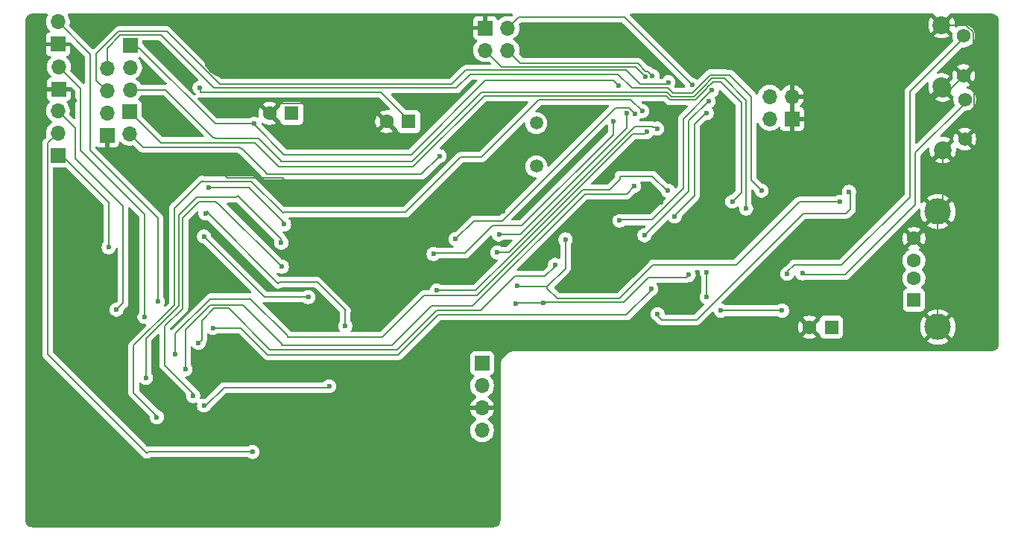
<source format=gbr>
%TF.GenerationSoftware,KiCad,Pcbnew,9.0.5*%
%TF.CreationDate,2025-10-23T08:30:37+01:00*%
%TF.ProjectId,Gotek,476f7465-6b2e-46b6-9963-61645f706362,rev?*%
%TF.SameCoordinates,Original*%
%TF.FileFunction,Copper,L2,Bot*%
%TF.FilePolarity,Positive*%
%FSLAX46Y46*%
G04 Gerber Fmt 4.6, Leading zero omitted, Abs format (unit mm)*
G04 Created by KiCad (PCBNEW 9.0.5) date 2025-10-23 08:30:37*
%MOMM*%
%LPD*%
G01*
G04 APERTURE LIST*
%TA.AperFunction,ComponentPad*%
%ADD10C,5.000000*%
%TD*%
%TA.AperFunction,ComponentPad*%
%ADD11R,1.700000X1.700000*%
%TD*%
%TA.AperFunction,ComponentPad*%
%ADD12O,1.700000X1.700000*%
%TD*%
%TA.AperFunction,ComponentPad*%
%ADD13R,1.600000X1.600000*%
%TD*%
%TA.AperFunction,ComponentPad*%
%ADD14C,1.600000*%
%TD*%
%TA.AperFunction,ComponentPad*%
%ADD15C,1.575000*%
%TD*%
%TA.AperFunction,ComponentPad*%
%ADD16C,2.025000*%
%TD*%
%TA.AperFunction,ComponentPad*%
%ADD17R,1.500000X1.600000*%
%TD*%
%TA.AperFunction,ComponentPad*%
%ADD18C,3.000000*%
%TD*%
%TA.AperFunction,ComponentPad*%
%ADD19C,1.500000*%
%TD*%
%TA.AperFunction,ViaPad*%
%ADD20C,0.600000*%
%TD*%
%TA.AperFunction,Conductor*%
%ADD21C,0.200000*%
%TD*%
G04 APERTURE END LIST*
D10*
%TO.P,H1,1,1*%
%TO.N,GND*%
X118491000Y-60642500D03*
%TD*%
%TO.P,H2,1,1*%
%TO.N,GND*%
X139573000Y-60642500D03*
%TD*%
%TO.P,H3,1,1*%
%TO.N,GND*%
X118491000Y-110363000D03*
%TD*%
%TO.P,H4,1,1*%
%TO.N,GND*%
X139573000Y-110363000D03*
%TD*%
%TO.P,H5,1,1*%
%TO.N,GND*%
X189357000Y-60642500D03*
%TD*%
D11*
%TO.P,J10,1,Pin_1*%
%TO.N,GND*%
X105038525Y-69713475D03*
D12*
%TO.P,J10,2,Pin_2*%
%TO.N,5V*%
X105038525Y-67173475D03*
%TO.P,J10,3,Pin_3*%
%TO.N,SWCLK*%
X105038525Y-64633475D03*
%TO.P,J10,4,Pin_4*%
%TO.N,SWDIO*%
X105038525Y-62093475D03*
%TD*%
D11*
%TO.P,J7,1,Pin_1*%
%TO.N,/I2C2_CLK*%
X147653375Y-95653700D03*
D12*
%TO.P,J7,2,Pin_2*%
%TO.N,/I2C2_DTA*%
X147653375Y-98193700D03*
%TO.P,J7,3,Pin_3*%
%TO.N,GND*%
X147653375Y-100733700D03*
%TO.P,J7,4,Pin_4*%
%TO.N,+3.3V*%
X147653375Y-103273700D03*
%TD*%
D13*
%TO.P,C1,1*%
%TO.N,5V*%
X187333138Y-91535250D03*
D14*
%TO.P,C1,2*%
%TO.N,GND*%
X184833138Y-91535250D03*
%TD*%
D15*
%TO.P,S4,1,1*%
%TO.N,GND*%
X202485625Y-70133600D03*
%TO.P,S4,2,2*%
%TO.N,BUT_R*%
X202485625Y-65633600D03*
D16*
%TO.P,S4,3,3*%
%TO.N,GND*%
X199985625Y-71383600D03*
%TO.P,S4,4,4*%
X199985625Y-64383600D03*
%TD*%
D13*
%TO.P,C17,1*%
%TO.N,+3.3V*%
X139304913Y-68164075D03*
D14*
%TO.P,C17,2*%
%TO.N,GND*%
X136804913Y-68164075D03*
%TD*%
D11*
%TO.P,J1,1,Pin_1*%
%TO.N,GND*%
X148000000Y-57500000D03*
D12*
%TO.P,J1,2,Pin_2*%
%TO.N,RA*%
X150540000Y-57500000D03*
%TO.P,J1,3,Pin_3*%
%TO.N,ENC1*%
X148000000Y-60040000D03*
%TO.P,J1,4,Pin_4*%
%TO.N,ENC2*%
X150540000Y-60040000D03*
%TD*%
D15*
%TO.P,S3,1,1*%
%TO.N,GND*%
X202345925Y-62915800D03*
%TO.P,S3,2,2*%
%TO.N,BUT_L*%
X202345925Y-58415800D03*
D16*
%TO.P,S3,3,3*%
%TO.N,GND*%
X199845925Y-64165800D03*
%TO.P,S3,4,4*%
X199845925Y-57165800D03*
%TD*%
D11*
%TO.P,JD1,1,Pin_1*%
%TO.N,GND*%
X99568000Y-64465200D03*
D12*
%TO.P,JD1,2,Pin_2*%
%TO.N,DINST*%
X99568000Y-61925200D03*
%TD*%
D11*
%TO.P,MO1,1,Pin_1*%
%TO.N,DRVSEL*%
X99456875Y-72002650D03*
D12*
%TO.P,MO1,2,Pin_2*%
%TO.N,SEL*%
X99456875Y-69462650D03*
%TO.P,MO1,3,Pin_3*%
%TO.N,MTRON*%
X99456875Y-66922650D03*
%TD*%
D11*
%TO.P,J3,1,Pin_1*%
%TO.N,J3_BOOT0*%
X107664250Y-59467750D03*
D12*
%TO.P,J3,2,Pin_2*%
%TO.N,+3.3V*%
X107664250Y-62007750D03*
%TO.P,J3,3,Pin_3*%
%TO.N,USART1_TX*%
X107664250Y-64547750D03*
%TD*%
D11*
%TO.P,J2,1,Pin_1*%
%TO.N,GND*%
X182857775Y-67846575D03*
D12*
%TO.P,J2,2,Pin_2*%
%TO.N,RC*%
X180317775Y-67846575D03*
%TO.P,J2,3,Pin_3*%
%TO.N,GND*%
X182857775Y-65306575D03*
%TO.P,J2,4,Pin_4*%
%TO.N,RB*%
X180317775Y-65306575D03*
%TD*%
D17*
%TO.P,P3,1,VBUS*%
%TO.N,5V*%
X196706525Y-88456650D03*
D14*
%TO.P,P3,2,D-*%
%TO.N,Net-(P3-D-)*%
X196706525Y-85956650D03*
%TO.P,P3,3,D+*%
%TO.N,Net-(P3-D+)*%
X196706525Y-83956650D03*
%TO.P,P3,4,GND*%
%TO.N,GND*%
X196706525Y-81456650D03*
D18*
%TO.P,P3,5,Shield*%
X199416525Y-91526650D03*
X199416525Y-78386650D03*
%TD*%
D11*
%TO.P,JE1,1,Pin_1*%
%TO.N,GND*%
X99456875Y-59356625D03*
D12*
%TO.P,JE1,2,Pin_2*%
%TO.N,HDOUT*%
X99456875Y-56816625D03*
%TD*%
D19*
%TO.P,Y1,1,1*%
%TO.N,Net-(U3-HEXT_OUT{slash}PD1)*%
X153800175Y-73233450D03*
%TO.P,Y1,2,2*%
%TO.N,Net-(U3-HEXT_IN{slash}PD0)*%
X153800175Y-68333450D03*
%TD*%
D11*
%TO.P,J4,1,Pin_1*%
%TO.N,USART1_RX*%
X107607100Y-67016075D03*
D12*
%TO.P,J4,2,Pin_2*%
%TO.N,NRST*%
X107607100Y-69556075D03*
%TD*%
D13*
%TO.P,C19,1*%
%TO.N,5V*%
X126017025Y-67227450D03*
D14*
%TO.P,C19,2*%
%TO.N,GND*%
X123517025Y-67227450D03*
%TD*%
D20*
%TO.N,GND*%
X189906275Y-69348350D03*
X105505250Y-86928325D03*
X110874175Y-63750825D03*
X168976675Y-57683400D03*
X111280575Y-68602225D03*
X184896125Y-72647175D03*
X158264225Y-72580500D03*
X116979700Y-72869425D03*
X118560850Y-86756875D03*
X142579725Y-66192400D03*
X111210725Y-60121800D03*
X168328975Y-74114025D03*
X175056800Y-82476975D03*
X150060025Y-78374875D03*
X145034000Y-74015600D03*
X109658150Y-74177525D03*
X108051600Y-83461225D03*
X161036000Y-85975825D03*
X176580800Y-58661300D03*
X167941625Y-77333475D03*
X162744150Y-78600300D03*
X139001500Y-79984600D03*
X157841950Y-58775600D03*
X125739525Y-75339575D03*
X130470275Y-90322400D03*
X101330125Y-65760600D03*
X110817025Y-65592325D03*
%TO.N,NRST*%
X142805150Y-72072500D03*
%TO.N,+3.3V*%
X151491950Y-88855550D03*
X171118212Y-85602763D03*
X154600275Y-88820625D03*
X115554125Y-64303275D03*
%TO.N,J3_BOOT0*%
X121751725Y-68411725D03*
X163121975Y-64065150D03*
%TO.N,USART1_TX*%
X177638075Y-78057375D03*
%TO.N,USART1_RX*%
X176069625Y-77263625D03*
%TO.N,/I2C2_DTA*%
X167582850Y-90049350D03*
X189344300Y-76136500D03*
%TO.N,SWDIO*%
X179403375Y-76003150D03*
%TO.N,SWCLK*%
X168814750Y-63684150D03*
%TO.N,DINST*%
X109299375Y-90389075D03*
%TO.N,MTRON*%
X106118025Y-89550875D03*
%TO.N,DIR*%
X117059075Y-91618051D03*
X166849425Y-87188675D03*
%TO.N,DRVSEL*%
X105225850Y-82461100D03*
%TO.N,DSKCHG*%
X116220875Y-78609825D03*
X132102225Y-91424125D03*
%TO.N,READY*%
X127892175Y-88122125D03*
X116055775Y-81232375D03*
%TO.N,RA*%
X173161325Y-67192525D03*
X171499620Y-63966825D03*
X169532300Y-78946375D03*
%TO.N,RB*%
X163271200Y-79403575D03*
X173770925Y-64601725D03*
%TO.N,RC*%
X166096950Y-81079975D03*
X173358175Y-65836800D03*
%TO.N,SPI2_SS*%
X173170850Y-85293200D03*
X173170850Y-88128475D03*
%TO.N,SPI2_MISO*%
X174755175Y-89662000D03*
X181733825Y-89662000D03*
%TO.N,WPROT_3V3*%
X166341425Y-69345175D03*
X142484475Y-87366475D03*
%TO.N,HDOUT*%
X110807500Y-88618050D03*
%TO.N,SEL*%
X188280675Y-77301725D03*
X151666575Y-86868000D03*
X157111700Y-81562575D03*
X121561225Y-105724325D03*
%TO.N,STEP*%
X115439825Y-93322900D03*
X155924250Y-84458175D03*
%TO.N,WGATE*%
X113934875Y-96326450D03*
X164922200Y-75491975D03*
%TO.N,INDEX*%
X116614575Y-75638025D03*
X125152150Y-79844900D03*
%TO.N,WPROT*%
X124898150Y-84664550D03*
X114827050Y-99377500D03*
%TO.N,RDATA*%
X130273425Y-98263075D03*
X116055775Y-100466525D03*
%TO.N,TRK0*%
X109467650Y-97326450D03*
X124841000Y-81930875D03*
%TO.N,SIDE1*%
X110696375Y-101777800D03*
X165846125Y-66963925D03*
%TO.N,WDATA*%
X168776650Y-76038075D03*
X112817275Y-94630875D03*
%TO.N,BUT_L*%
X182308500Y-85477350D03*
%TO.N,BUT_R*%
X184035700Y-85413850D03*
%TO.N,INDEX_3V3*%
X142135225Y-83216750D03*
X162579050Y-68097400D03*
%TO.N,DSKCHG_3V3*%
X149564725Y-81000600D03*
X164087175Y-67198875D03*
%TO.N,TRK0_3V3*%
X165027377Y-67290548D03*
X144649825Y-81530825D03*
%TO.N,READY_3V3*%
X149367875Y-83038950D03*
X167541425Y-68957825D03*
%TO.N,ENC2*%
X167003401Y-62976897D03*
%TO.N,ENC1*%
X166201725Y-63023750D03*
%TD*%
D21*
%TO.N,GND*%
X200878125Y-64383600D02*
X199985625Y-64383600D01*
X162090100Y-79254350D02*
X162744150Y-78600300D01*
X203433425Y-62310900D02*
X203433425Y-57965342D01*
X162090100Y-82476975D02*
X161036000Y-83531075D01*
X149393275Y-78374875D02*
X145034000Y-74015600D01*
X189906275Y-69348350D02*
X184902475Y-69348350D01*
X144970500Y-74015600D02*
X139001500Y-79984600D01*
X117001925Y-72675750D02*
X117001925Y-72847200D01*
X203573125Y-69046100D02*
X202485625Y-70133600D01*
X117001925Y-72847200D02*
X116979700Y-72869425D01*
X175056800Y-82476975D02*
X162090100Y-82476975D01*
X162090100Y-82476975D02*
X162090100Y-79254350D01*
X203573125Y-64143000D02*
X203573125Y-69046100D01*
X116979700Y-72869425D02*
X118668750Y-74558475D01*
X203433425Y-57965342D02*
X202633883Y-57165800D01*
X166674800Y-78600300D02*
X167941625Y-77333475D01*
X118668750Y-74558475D02*
X124958425Y-74558475D01*
X184896125Y-69354700D02*
X184896125Y-72647175D01*
X145034000Y-74015600D02*
X144970500Y-74015600D01*
X124958425Y-74558475D02*
X125739525Y-75339575D01*
X109658150Y-74177525D02*
X115500150Y-74177525D01*
X202345925Y-62915800D02*
X202828525Y-62915800D01*
X199416525Y-78386650D02*
X199416525Y-91526650D01*
X202633883Y-57165800D02*
X199845925Y-57165800D01*
X199985625Y-78177550D02*
X196706525Y-81456650D01*
X202828525Y-62915800D02*
X203433425Y-62310900D01*
X202345925Y-62915800D02*
X203573125Y-64143000D01*
X115500150Y-74177525D02*
X117001925Y-72675750D01*
X136804913Y-68164075D02*
X134768288Y-66127450D01*
X150060025Y-78374875D02*
X149393275Y-78374875D01*
X118491000Y-110363000D02*
X139573000Y-110363000D01*
X134768288Y-66127450D02*
X124617025Y-66127450D01*
X202345925Y-62915800D02*
X200878125Y-64383600D01*
X162744150Y-78600300D02*
X166674800Y-78600300D01*
X161036000Y-83531075D02*
X161036000Y-85975825D01*
X199985625Y-71383600D02*
X199985625Y-78177550D01*
X124617025Y-66127450D02*
X123517025Y-67227450D01*
X184902475Y-69348350D02*
X184896125Y-69354700D01*
%TO.N,NRST*%
X109104350Y-71053325D02*
X107607100Y-69556075D01*
X123199525Y-74158475D02*
X123094750Y-74053700D01*
X140719175Y-74158475D02*
X123199525Y-74158475D01*
X142805150Y-72072500D02*
X140719175Y-74158475D01*
X120303925Y-71262875D02*
X120094375Y-71053325D01*
X120408700Y-71262875D02*
X120303925Y-71262875D01*
X120094375Y-71053325D02*
X109104350Y-71053325D01*
X123094750Y-74053700D02*
X123094750Y-73948925D01*
X123094750Y-73948925D02*
X120408700Y-71262875D01*
%TO.N,+3.3V*%
X154905125Y-88699925D02*
X154619325Y-88985725D01*
X136155313Y-64817625D02*
X115681125Y-64817625D01*
X163706225Y-88699925D02*
X154905125Y-88699925D01*
X170849925Y-85871050D02*
X166535100Y-85871050D01*
X154619325Y-88839675D02*
X154600275Y-88820625D01*
X139304913Y-68164075D02*
X139304913Y-67967225D01*
X115681125Y-64817625D02*
X115681125Y-64430275D01*
X171118212Y-85602763D02*
X170849925Y-85871050D01*
X115681125Y-64430275D02*
X115554125Y-64303275D01*
X154600275Y-88820625D02*
X151526875Y-88820625D01*
X166535100Y-85871050D02*
X163706225Y-88699925D01*
X151526875Y-88820625D02*
X151491950Y-88855550D01*
X154619325Y-88985725D02*
X154619325Y-88839675D01*
X139304913Y-67967225D02*
X136155313Y-64817625D01*
%TO.N,J3_BOOT0*%
X162531425Y-63474600D02*
X148021675Y-63474600D01*
X108740575Y-59829700D02*
X108635800Y-59829700D01*
X121751725Y-68481575D02*
X121751725Y-68411725D01*
X148021675Y-63474600D02*
X139595225Y-71901050D01*
X163121975Y-64065150D02*
X162531425Y-63474600D01*
X125171200Y-71901050D02*
X121751725Y-68481575D01*
X139595225Y-71901050D02*
X125171200Y-71901050D01*
X117322600Y-68411725D02*
X108740575Y-59829700D01*
X108635800Y-59829700D02*
X108273850Y-59467750D01*
X108273850Y-59467750D02*
X107664250Y-59467750D01*
X121751725Y-68411725D02*
X117322600Y-68411725D01*
%TO.N,USART1_TX*%
X172770925Y-64197839D02*
X172770925Y-64187510D01*
X175158985Y-63233350D02*
X177638075Y-65712440D01*
X168696789Y-64839900D02*
X169157064Y-65300175D01*
X111702850Y-64547750D02*
X117103525Y-69948425D01*
X124815600Y-72669400D02*
X139731750Y-72669400D01*
X117103525Y-69948425D02*
X117243225Y-69948425D01*
X139731750Y-72669400D02*
X147561250Y-64839900D01*
X107664250Y-64547750D02*
X111702850Y-64547750D01*
X173725085Y-63233350D02*
X175158985Y-63233350D01*
X124815600Y-72634475D02*
X124815600Y-72669400D01*
X171668589Y-65300175D02*
X172770925Y-64197839D01*
X117243225Y-69948425D02*
X117382925Y-70088125D01*
X177638075Y-65712440D02*
X177638075Y-78057375D01*
X117382925Y-70088125D02*
X122269250Y-70088125D01*
X147561250Y-64839900D02*
X168696789Y-64839900D01*
X172770925Y-64187510D02*
X173725085Y-63233350D01*
X169157064Y-65300175D02*
X171668589Y-65300175D01*
X122269250Y-70088125D02*
X124815600Y-72634475D01*
%TO.N,USART1_RX*%
X121948575Y-70681850D02*
X121948575Y-70577075D01*
X168531103Y-65239900D02*
X147872450Y-65239900D01*
X177085625Y-66005075D02*
X174713900Y-63633350D01*
X173170925Y-64353196D02*
X173170925Y-64363525D01*
X173170925Y-64363525D02*
X171834275Y-65700175D01*
X177085625Y-76247625D02*
X177085625Y-66005075D01*
X171834275Y-65700175D02*
X168991378Y-65700175D01*
X124564775Y-73298050D02*
X121948575Y-70681850D01*
X147872450Y-65239900D02*
X139814300Y-73298050D01*
X168991378Y-65700175D02*
X168531103Y-65239900D01*
X176069625Y-77263625D02*
X177085625Y-76247625D01*
X121948575Y-70577075D02*
X121913650Y-70542150D01*
X111133175Y-70542150D02*
X107607100Y-67016075D01*
X174713900Y-63633350D02*
X173890771Y-63633350D01*
X173890771Y-63633350D02*
X173170925Y-64353196D01*
X139814300Y-73298050D02*
X124564775Y-73298050D01*
X121913650Y-70542150D02*
X111133175Y-70542150D01*
%TO.N,/I2C2_DTA*%
X172027850Y-90709750D02*
X168049575Y-90709750D01*
X184137300Y-78600300D02*
X172027850Y-90709750D01*
X189017275Y-78600300D02*
X184137300Y-78600300D01*
X189344300Y-76136500D02*
X189506225Y-76298425D01*
X167582850Y-90243025D02*
X167582850Y-90049350D01*
X189506225Y-78111350D02*
X189017275Y-78600300D01*
X189506225Y-76298425D02*
X189506225Y-78111350D01*
X168049575Y-90709750D02*
X167582850Y-90243025D01*
%TO.N,SWDIO*%
X179403375Y-76003150D02*
X178231800Y-74831575D01*
X163100554Y-62776904D02*
X146271981Y-62776904D01*
X175324671Y-62833350D02*
X173559399Y-62833350D01*
X172370925Y-64032153D02*
X171502903Y-64900175D01*
X178231800Y-74831575D02*
X178231800Y-65316100D01*
X168735325Y-64312750D02*
X164636400Y-64312750D01*
X173559399Y-62833350D02*
X172370925Y-64021824D01*
X144720210Y-64328675D02*
X117217825Y-64328675D01*
X106514250Y-58317750D02*
X105038525Y-59793475D01*
X111206900Y-58317750D02*
X106514250Y-58317750D01*
X146271981Y-62776904D02*
X144720210Y-64328675D01*
X105038525Y-59793475D02*
X105038525Y-62093475D01*
X175337271Y-62845950D02*
X175324671Y-62833350D01*
X175761650Y-62845950D02*
X175337271Y-62845950D01*
X169322750Y-64900175D02*
X168735325Y-64312750D01*
X117217825Y-64328675D02*
X111206900Y-58317750D01*
X171502903Y-64900175D02*
X169322750Y-64900175D01*
X172370925Y-64021824D02*
X172370925Y-64032153D01*
X178231800Y-65316100D02*
X175761650Y-62845950D01*
X164636400Y-64312750D02*
X163100554Y-62776904D01*
%TO.N,SWCLK*%
X168586150Y-63912750D02*
X165594837Y-63912750D01*
X165594837Y-63912750D02*
X163991512Y-62309425D01*
X103828850Y-60437464D02*
X103828850Y-63423800D01*
X145824525Y-62309425D02*
X144205275Y-63928675D01*
X117817377Y-63928675D02*
X111806452Y-57917750D01*
X111806452Y-57917750D02*
X106348564Y-57917750D01*
X144205275Y-63928675D02*
X117817377Y-63928675D01*
X163991512Y-62309425D02*
X145824525Y-62309425D01*
X103828850Y-63423800D02*
X105038525Y-64633475D01*
X168814750Y-63684150D02*
X168586150Y-63912750D01*
X106348564Y-57917750D02*
X103828850Y-60437464D01*
%TO.N,DINST*%
X109299375Y-78682850D02*
X102063550Y-71447025D01*
X109299375Y-90389075D02*
X109299375Y-78682850D01*
X102063550Y-71447025D02*
X102063550Y-64420750D01*
X102063550Y-64420750D02*
X99568000Y-61925200D01*
%TO.N,MTRON*%
X106118025Y-89550875D02*
X106864150Y-88804750D01*
X106864150Y-77755750D02*
X101447600Y-72339200D01*
X101447600Y-72339200D02*
X101447600Y-68913375D01*
X106864150Y-88804750D02*
X106864150Y-77755750D01*
X101447600Y-68913375D02*
X99456875Y-66922650D01*
%TO.N,DIR*%
X123291600Y-94675325D02*
X120234326Y-91618051D01*
X164023675Y-90166825D02*
X142636875Y-90166825D01*
X120234326Y-91618051D02*
X117059075Y-91618051D01*
X166849425Y-87188675D02*
X166849425Y-87341075D01*
X166849425Y-87341075D02*
X164023675Y-90166825D01*
X142636875Y-90166825D02*
X140698538Y-92105163D01*
X140698538Y-92105163D02*
X138128375Y-94675325D01*
X138128375Y-94675325D02*
X123291600Y-94675325D01*
%TO.N,DRVSEL*%
X105225850Y-77343000D02*
X99885500Y-72002650D01*
X99885500Y-72002650D02*
X99456875Y-72002650D01*
X105225850Y-82461100D02*
X105225850Y-77343000D01*
%TO.N,DSKCHG*%
X132102225Y-89677875D02*
X132130800Y-89649300D01*
X116465350Y-78520925D02*
X116465350Y-78381225D01*
X116449475Y-78381225D02*
X116220875Y-78609825D01*
X124488575Y-86544150D02*
X116465350Y-78520925D01*
X116465350Y-78381225D02*
X116449475Y-78381225D01*
X128920875Y-86439375D02*
X124593350Y-86439375D01*
X124593350Y-86439375D02*
X124488575Y-86544150D01*
X132102225Y-91424125D02*
X132102225Y-89677875D01*
X132130800Y-89649300D02*
X128920875Y-86439375D01*
%TO.N,READY*%
X127892175Y-88122125D02*
X127847725Y-88077675D01*
X122901075Y-88077675D02*
X116055775Y-81232375D01*
X127847725Y-88077675D02*
X122901075Y-88077675D01*
%TO.N,RA*%
X171764325Y-76606400D02*
X169532300Y-78838425D01*
X173021625Y-67192525D02*
X171764325Y-68449825D01*
X151770000Y-56270000D02*
X150540000Y-57500000D01*
X173161325Y-67192525D02*
X173021625Y-67192525D01*
X171499620Y-63966825D02*
X163802795Y-56270000D01*
X163802795Y-56270000D02*
X151770000Y-56270000D01*
X171764325Y-68449825D02*
X171764325Y-76606400D01*
X169532300Y-78838425D02*
X169532300Y-78946375D01*
%TO.N,RB*%
X170491150Y-67855296D02*
X170491150Y-75774550D01*
X166931975Y-79333725D02*
X163341050Y-79333725D01*
X170491150Y-75774550D02*
X166931975Y-79333725D01*
X163341050Y-79333725D02*
X163271200Y-79403575D01*
X173744721Y-64601725D02*
X170491150Y-67855296D01*
X173770925Y-64601725D02*
X173744721Y-64601725D01*
%TO.N,RC*%
X171119800Y-76057125D02*
X166096950Y-81079975D01*
X171119800Y-68075175D02*
X171119800Y-76057125D01*
X173358175Y-65836800D02*
X171119800Y-68075175D01*
%TO.N,SPI2_SS*%
X173170850Y-88128475D02*
X173170850Y-85293200D01*
%TO.N,SPI2_MISO*%
X174755175Y-89662000D02*
X181733825Y-89662000D01*
%TO.N,WPROT_3V3*%
X151192180Y-83097955D02*
X146923660Y-87366475D01*
X146923660Y-87366475D02*
X142484475Y-87366475D01*
X166109650Y-69576950D02*
X164741225Y-69576950D01*
X142484475Y-87366475D02*
X142414625Y-87436325D01*
X164741225Y-69576950D02*
X151206200Y-83111975D01*
X166341425Y-69345175D02*
X166109650Y-69576950D01*
X151206200Y-83111975D02*
X151192180Y-83097955D01*
%TO.N,HDOUT*%
X103124000Y-60483750D02*
X99456875Y-56816625D01*
X110807500Y-79124175D02*
X103124000Y-71440675D01*
X103124000Y-71440675D02*
X103124000Y-60483750D01*
X110807500Y-88618050D02*
X110807500Y-79124175D01*
%TO.N,SEL*%
X155035250Y-86941025D02*
X151739600Y-86941025D01*
X167071675Y-84461350D02*
X163268025Y-88265000D01*
X155035250Y-87131525D02*
X155035250Y-86941025D01*
X121561225Y-105724325D02*
X109715300Y-105724325D01*
X183686450Y-77301725D02*
X176526825Y-84461350D01*
X98304350Y-94649925D02*
X98304350Y-94237175D01*
X98306875Y-94234650D02*
X98306875Y-70612650D01*
X156168725Y-88265000D02*
X155035250Y-87131525D01*
X163268025Y-88265000D02*
X156168725Y-88265000D01*
X98304350Y-94237175D02*
X98306875Y-94234650D01*
X109547025Y-105892600D02*
X98304350Y-94649925D01*
X155035250Y-86941025D02*
X157111700Y-84864575D01*
X157111700Y-84864575D02*
X157111700Y-81562575D01*
X98306875Y-70612650D02*
X99456875Y-69462650D01*
X151739600Y-86941025D02*
X151666575Y-86868000D01*
X188280675Y-77301725D02*
X183686450Y-77301725D01*
X176526825Y-84461350D02*
X167071675Y-84461350D01*
X109715300Y-105724325D02*
X109547025Y-105892600D01*
%TO.N,STEP*%
X138007725Y-94122875D02*
X123558300Y-94122875D01*
X118833900Y-89398475D02*
X117205125Y-89398475D01*
X154670125Y-85728175D02*
X154647900Y-85750400D01*
X154647900Y-85750400D02*
X151364950Y-85750400D01*
X148669375Y-88461850D02*
X147494625Y-89636600D01*
X115785900Y-92976825D02*
X115439825Y-93322900D01*
X148669375Y-88445975D02*
X148669375Y-88461850D01*
X151364950Y-85750400D02*
X148669375Y-88445975D01*
X155924250Y-84458175D02*
X155924250Y-84604225D01*
X117205125Y-89398475D02*
X115785900Y-90817700D01*
X142494000Y-89636600D02*
X138007725Y-94122875D01*
X115785900Y-90817700D02*
X115785900Y-92976825D01*
X155924250Y-84604225D02*
X154800300Y-85728175D01*
X147494625Y-89636600D02*
X142494000Y-89636600D01*
X154800300Y-85728175D02*
X154670125Y-85728175D01*
X123558300Y-94122875D02*
X118833900Y-89398475D01*
%TO.N,WGATE*%
X146589750Y-89122250D02*
X159334200Y-76377800D01*
X137448925Y-93608525D02*
X141935200Y-89122250D01*
X113934875Y-96326450D02*
X113934875Y-91830525D01*
X124910850Y-93608525D02*
X137448925Y-93608525D01*
X159334200Y-76377800D02*
X164052250Y-76377800D01*
X124910850Y-93414850D02*
X124910850Y-93608525D01*
X164052250Y-76377800D02*
X164922200Y-75507850D01*
X164922200Y-75507850D02*
X164922200Y-75491975D01*
X120494475Y-88998475D02*
X124910850Y-93414850D01*
X116766925Y-88998475D02*
X120494475Y-88998475D01*
X113934875Y-91830525D02*
X116766925Y-88998475D01*
X141935200Y-89122250D02*
X146589750Y-89122250D01*
%TO.N,INDEX*%
X116614575Y-75638025D02*
X121119900Y-75638025D01*
X125152150Y-79670275D02*
X125152150Y-79844900D01*
X121348500Y-75866625D02*
X125152150Y-79670275D01*
X125152150Y-79984600D02*
X125152150Y-79844900D01*
X121119900Y-75638025D02*
X121348500Y-75866625D01*
%TO.N,WPROT*%
X111598075Y-91440000D02*
X111598075Y-95856425D01*
X114827050Y-99377500D02*
X114601625Y-99152075D01*
X113623725Y-89417525D02*
X111601250Y-91440000D01*
X111598075Y-95856425D02*
X114827050Y-99085400D01*
X114827050Y-99085400D02*
X114827050Y-99377500D01*
X124885450Y-84664550D02*
X117636925Y-77416025D01*
X115506500Y-77241400D02*
X113693575Y-79054325D01*
X113658650Y-79054325D02*
X113658650Y-89277825D01*
X113658650Y-89277825D02*
X113623725Y-89312750D01*
X117636925Y-77416025D02*
X117532150Y-77416025D01*
X117357525Y-77241400D02*
X115506500Y-77241400D01*
X124898150Y-84664550D02*
X124885450Y-84664550D01*
X111601250Y-91440000D02*
X111598075Y-91440000D01*
X117532150Y-77416025D02*
X117357525Y-77241400D01*
X113693575Y-79054325D02*
X113658650Y-79054325D01*
X113623725Y-89312750D02*
X113623725Y-89417525D01*
%TO.N,RDATA*%
X116055775Y-100466525D02*
X116278025Y-100466525D01*
X130133725Y-98402775D02*
X130273425Y-98263075D01*
X116278025Y-100466525D02*
X118341775Y-98402775D01*
X118341775Y-98402775D02*
X130133725Y-98402775D01*
%TO.N,TRK0*%
X115122325Y-76857225D02*
X115122325Y-76787375D01*
X124841000Y-81514950D02*
X124841000Y-81930875D01*
X119694325Y-76787375D02*
X119903875Y-76577825D01*
X109467650Y-92815311D02*
X113204625Y-89078336D01*
X119903875Y-76577825D02*
X124841000Y-81514950D01*
X109467650Y-97326450D02*
X109467650Y-92815311D01*
X113204625Y-89078336D02*
X113204625Y-78774925D01*
X115122325Y-76787375D02*
X119694325Y-76787375D01*
X113204625Y-78774925D02*
X115122325Y-76857225D01*
%TO.N,SIDE1*%
X115925600Y-74971275D02*
X115890675Y-74936350D01*
X112782350Y-77939900D02*
X112715675Y-77939900D01*
X165846125Y-66963925D02*
X164522100Y-65639900D01*
X112715675Y-89001600D02*
X108073825Y-93643450D01*
X121437400Y-74971275D02*
X115925600Y-74971275D01*
X125136275Y-78460600D02*
X125031500Y-78565375D01*
X108073825Y-99009200D02*
X110696375Y-101631750D01*
X125031500Y-78565375D02*
X121437400Y-74971275D01*
X138953875Y-78460600D02*
X125136275Y-78460600D01*
X115890675Y-74936350D02*
X115785900Y-74936350D01*
X112715675Y-77939900D02*
X112715675Y-89001600D01*
X110696375Y-101631750D02*
X110696375Y-101777800D01*
X164522100Y-65639900D02*
X154111375Y-65639900D01*
X147535900Y-72215375D02*
X145199100Y-72215375D01*
X154111375Y-65639900D02*
X147535900Y-72215375D01*
X145199100Y-72215375D02*
X138953875Y-78460600D01*
X108073825Y-93643450D02*
X108073825Y-99009200D01*
X115785900Y-74936350D02*
X112782350Y-77939900D01*
%TO.N,WDATA*%
X163296600Y-74749025D02*
X163296600Y-74364850D01*
X121186575Y-88318975D02*
X121256425Y-88249125D01*
X159111950Y-75933300D02*
X162112325Y-75933300D01*
X168668700Y-76038075D02*
X168776650Y-76038075D01*
X121256425Y-88249125D02*
X125545850Y-92538550D01*
X163296600Y-74364850D02*
X166995475Y-74364850D01*
X125545850Y-92538550D02*
X125545850Y-92716350D01*
X116789200Y-88318975D02*
X121186575Y-88318975D01*
X162112325Y-75933300D02*
X163296600Y-74749025D01*
X112817275Y-92290900D02*
X116789200Y-88318975D01*
X147078775Y-87966475D02*
X159111950Y-75933300D01*
X166995475Y-74364850D02*
X168668700Y-76038075D01*
X141035946Y-87966475D02*
X147078775Y-87966475D01*
X112817275Y-94630875D02*
X112817275Y-92290900D01*
X136286071Y-92716350D02*
X141035946Y-87966475D01*
X125545850Y-92716350D02*
X136286071Y-92716350D01*
%TO.N,BUT_L*%
X182308500Y-85264625D02*
X182308500Y-85477350D01*
X196240400Y-76739750D02*
X188506100Y-84474050D01*
X202345925Y-58645425D02*
X196240400Y-64750950D01*
X196240400Y-64750950D02*
X196240400Y-76739750D01*
X202345925Y-58415800D02*
X202345925Y-58645425D01*
X188506100Y-84474050D02*
X183099075Y-84474050D01*
X183099075Y-84474050D02*
X182308500Y-85264625D01*
%TO.N,BUT_R*%
X202485625Y-66078100D02*
X196869050Y-71694675D01*
X188855350Y-85591650D02*
X184213500Y-85591650D01*
X196869050Y-71694675D02*
X196869050Y-77577950D01*
X196869050Y-77577950D02*
X188855350Y-85591650D01*
X184213500Y-85591650D02*
X184035700Y-85413850D01*
X202485625Y-65633600D02*
X202485625Y-66078100D01*
%TO.N,INDEX_3V3*%
X162547300Y-69606060D02*
X152156060Y-79997300D01*
X148834475Y-79997300D02*
X145729325Y-83102450D01*
X142274925Y-83102450D02*
X142249525Y-83102450D01*
X162579050Y-68097400D02*
X162547300Y-68129150D01*
X162547300Y-69494400D02*
X162547300Y-69606060D01*
X145729325Y-83102450D02*
X142274925Y-83102450D01*
X162547300Y-68129150D02*
X162547300Y-69494400D01*
X152156060Y-79997300D02*
X148834475Y-79997300D01*
X142249525Y-83102450D02*
X142135225Y-83216750D01*
%TO.N,DSKCHG_3V3*%
X164087175Y-67198875D02*
X164087175Y-68868925D01*
X164087175Y-68868925D02*
X151974550Y-80981550D01*
X149583775Y-80981550D02*
X149564725Y-81000600D01*
X151974550Y-80981550D02*
X149583775Y-80981550D01*
%TO.N,TRK0_3V3*%
X149917150Y-79438500D02*
X146742150Y-79438500D01*
X162778050Y-66577600D02*
X149917150Y-79438500D01*
X165027377Y-67290548D02*
X164314429Y-66577600D01*
X164314429Y-66577600D02*
X162778050Y-66577600D01*
X146742150Y-79438500D02*
X144649825Y-81530825D01*
%TO.N,READY_3V3*%
X167049450Y-68789550D02*
X167005075Y-68745175D01*
X167005075Y-68745175D02*
X164979275Y-68745175D01*
X150685500Y-83038950D02*
X149367875Y-83038950D01*
X164979275Y-68745175D02*
X150685500Y-83038950D01*
X167541425Y-68957825D02*
X167373150Y-68789550D01*
X167373150Y-68789550D02*
X167049450Y-68789550D01*
%TO.N,ENC2*%
X165312875Y-61509425D02*
X152009425Y-61509425D01*
X166227200Y-62423750D02*
X165312875Y-61509425D01*
X166450254Y-62423750D02*
X166227200Y-62423750D01*
X152009425Y-61509425D02*
X150540000Y-60040000D01*
X167003401Y-62976897D02*
X166450254Y-62423750D01*
%TO.N,ENC1*%
X149869425Y-61909425D02*
X148000000Y-60040000D01*
X165087400Y-61909425D02*
X149869425Y-61909425D01*
X166201725Y-63023750D02*
X165087400Y-61909425D01*
%TD*%
%TA.AperFunction,Conductor*%
%TO.N,GND*%
G36*
X98291375Y-55900185D02*
G01*
X98337130Y-55952989D01*
X98347074Y-56022147D01*
X98324654Y-56077385D01*
X98301826Y-56108805D01*
X98205319Y-56298210D01*
X98139628Y-56500385D01*
X98106375Y-56710338D01*
X98106375Y-56922911D01*
X98139628Y-57132864D01*
X98139628Y-57132866D01*
X98139629Y-57132868D01*
X98199538Y-57317249D01*
X98205319Y-57335039D01*
X98301826Y-57524445D01*
X98426765Y-57696411D01*
X98540693Y-57810339D01*
X98574178Y-57871662D01*
X98569194Y-57941354D01*
X98527322Y-57997287D01*
X98496346Y-58014202D01*
X98364787Y-58063271D01*
X98364781Y-58063274D01*
X98249687Y-58149434D01*
X98249684Y-58149437D01*
X98163524Y-58264531D01*
X98163520Y-58264538D01*
X98113278Y-58399245D01*
X98113276Y-58399252D01*
X98106875Y-58458780D01*
X98106875Y-59106625D01*
X99023863Y-59106625D01*
X98990950Y-59163632D01*
X98956875Y-59290799D01*
X98956875Y-59422451D01*
X98990950Y-59549618D01*
X99023863Y-59606625D01*
X98106875Y-59606625D01*
X98106875Y-60254469D01*
X98113276Y-60313997D01*
X98113278Y-60314004D01*
X98163520Y-60448711D01*
X98163524Y-60448718D01*
X98249684Y-60563812D01*
X98249687Y-60563815D01*
X98364781Y-60649975D01*
X98364788Y-60649979D01*
X98499495Y-60700221D01*
X98499502Y-60700223D01*
X98559030Y-60706624D01*
X98559047Y-60706625D01*
X98577317Y-60706625D01*
X98644356Y-60726310D01*
X98690111Y-60779114D01*
X98700055Y-60848272D01*
X98671030Y-60911828D01*
X98664998Y-60918306D01*
X98537894Y-61045409D01*
X98537890Y-61045413D01*
X98412951Y-61217379D01*
X98316444Y-61406785D01*
X98250753Y-61608960D01*
X98222566Y-61786930D01*
X98217500Y-61818913D01*
X98217500Y-62031487D01*
X98227534Y-62094844D01*
X98250753Y-62241439D01*
X98250753Y-62241441D01*
X98250754Y-62241443D01*
X98310908Y-62426578D01*
X98316444Y-62443614D01*
X98412951Y-62633020D01*
X98537890Y-62804986D01*
X98651818Y-62918914D01*
X98685303Y-62980237D01*
X98680319Y-63049929D01*
X98638447Y-63105862D01*
X98607471Y-63122777D01*
X98475912Y-63171846D01*
X98475906Y-63171849D01*
X98360812Y-63258009D01*
X98360809Y-63258012D01*
X98274649Y-63373106D01*
X98274645Y-63373113D01*
X98224403Y-63507820D01*
X98224401Y-63507827D01*
X98218000Y-63567355D01*
X98218000Y-64215200D01*
X99134988Y-64215200D01*
X99102075Y-64272207D01*
X99068000Y-64399374D01*
X99068000Y-64531026D01*
X99102075Y-64658193D01*
X99134988Y-64715200D01*
X98218000Y-64715200D01*
X98218000Y-65363044D01*
X98224401Y-65422572D01*
X98224403Y-65422579D01*
X98274645Y-65557286D01*
X98274649Y-65557293D01*
X98360809Y-65672387D01*
X98360812Y-65672390D01*
X98475905Y-65758549D01*
X98482633Y-65762223D01*
X98532040Y-65811627D01*
X98546893Y-65879900D01*
X98522478Y-65945365D01*
X98510891Y-65958738D01*
X98426764Y-66042865D01*
X98301826Y-66214829D01*
X98205319Y-66404235D01*
X98139628Y-66606410D01*
X98118574Y-66739344D01*
X98106375Y-66816363D01*
X98106375Y-67028937D01*
X98108566Y-67042769D01*
X98139628Y-67238889D01*
X98139628Y-67238891D01*
X98139629Y-67238893D01*
X98204372Y-67438152D01*
X98205319Y-67441064D01*
X98301826Y-67630470D01*
X98426765Y-67802436D01*
X98577088Y-67952759D01*
X98749057Y-68077700D01*
X98757821Y-68082166D01*
X98808617Y-68130141D01*
X98825411Y-68197962D01*
X98802873Y-68264097D01*
X98757821Y-68303134D01*
X98749057Y-68307599D01*
X98577088Y-68432540D01*
X98426765Y-68582863D01*
X98301826Y-68754829D01*
X98205319Y-68944235D01*
X98139628Y-69146410D01*
X98106375Y-69356363D01*
X98106375Y-69568936D01*
X98139629Y-69778894D01*
X98139629Y-69778897D01*
X98153366Y-69821173D01*
X98155361Y-69891014D01*
X98123116Y-69947172D01*
X97938161Y-70132128D01*
X97826356Y-70243932D01*
X97826354Y-70243934D01*
X97805262Y-70280468D01*
X97788001Y-70310366D01*
X97747298Y-70380865D01*
X97706374Y-70533593D01*
X97706374Y-70533595D01*
X97706374Y-70701696D01*
X97706375Y-70701709D01*
X97706375Y-94132365D01*
X97706364Y-94133980D01*
X97706162Y-94149484D01*
X97703849Y-94158118D01*
X97703849Y-94316232D01*
X97703850Y-94316235D01*
X97703850Y-94327004D01*
X97703850Y-94563255D01*
X97703849Y-94563273D01*
X97703849Y-94728979D01*
X97703848Y-94728979D01*
X97711039Y-94755816D01*
X97744773Y-94881710D01*
X97744774Y-94881711D01*
X97759437Y-94907110D01*
X97759438Y-94907111D01*
X97823825Y-95018634D01*
X97823831Y-95018642D01*
X97942699Y-95137510D01*
X97942705Y-95137515D01*
X109066506Y-106261316D01*
X109178309Y-106373119D01*
X109315240Y-106452177D01*
X109467968Y-106493101D01*
X109467971Y-106493101D01*
X109626079Y-106493101D01*
X109626082Y-106493101D01*
X109778810Y-106452177D01*
X109915741Y-106373119D01*
X109927716Y-106361144D01*
X109989039Y-106327659D01*
X110015397Y-106324825D01*
X120981459Y-106324825D01*
X121048498Y-106344510D01*
X121050350Y-106345723D01*
X121182039Y-106433715D01*
X121182052Y-106433722D01*
X121325408Y-106493101D01*
X121327728Y-106494062D01*
X121482378Y-106524824D01*
X121482381Y-106524825D01*
X121482383Y-106524825D01*
X121640069Y-106524825D01*
X121640070Y-106524824D01*
X121794722Y-106494062D01*
X121940404Y-106433719D01*
X122071514Y-106346114D01*
X122183014Y-106234614D01*
X122270619Y-106103504D01*
X122330962Y-105957822D01*
X122361725Y-105803167D01*
X122361725Y-105645483D01*
X122361725Y-105645480D01*
X122361724Y-105645478D01*
X122330963Y-105490835D01*
X122330962Y-105490828D01*
X122330960Y-105490823D01*
X122270622Y-105345152D01*
X122270615Y-105345139D01*
X122183014Y-105214036D01*
X122183011Y-105214032D01*
X122071517Y-105102538D01*
X122071513Y-105102535D01*
X121940410Y-105014934D01*
X121940397Y-105014927D01*
X121794726Y-104954589D01*
X121794714Y-104954586D01*
X121640070Y-104923825D01*
X121640067Y-104923825D01*
X121482383Y-104923825D01*
X121482380Y-104923825D01*
X121327735Y-104954586D01*
X121327723Y-104954589D01*
X121182052Y-105014927D01*
X121182039Y-105014934D01*
X121050350Y-105102927D01*
X120983672Y-105123805D01*
X120981459Y-105123825D01*
X109801969Y-105123825D01*
X109794361Y-105123824D01*
X109794358Y-105123824D01*
X109678845Y-105123824D01*
X109611806Y-105104139D01*
X109611803Y-105104136D01*
X109591165Y-105087505D01*
X98941169Y-94437509D01*
X98926465Y-94410581D01*
X98909873Y-94384763D01*
X98908981Y-94378562D01*
X98907684Y-94376186D01*
X98904850Y-94349828D01*
X98904850Y-94339457D01*
X98907165Y-94321874D01*
X98906315Y-94321762D01*
X98907376Y-94313704D01*
X98907376Y-94147998D01*
X98907375Y-94147980D01*
X98907375Y-73477149D01*
X98927060Y-73410110D01*
X98979864Y-73364355D01*
X99031375Y-73353149D01*
X100335402Y-73353149D01*
X100402441Y-73372834D01*
X100423083Y-73389468D01*
X104589031Y-77555416D01*
X104622516Y-77616739D01*
X104625350Y-77643097D01*
X104625350Y-81881334D01*
X104605665Y-81948373D01*
X104604452Y-81950225D01*
X104516459Y-82081914D01*
X104516452Y-82081927D01*
X104456114Y-82227598D01*
X104456111Y-82227610D01*
X104425350Y-82382253D01*
X104425350Y-82539946D01*
X104456111Y-82694589D01*
X104456114Y-82694601D01*
X104516452Y-82840272D01*
X104516459Y-82840285D01*
X104604060Y-82971388D01*
X104604063Y-82971392D01*
X104715557Y-83082886D01*
X104715561Y-83082889D01*
X104846664Y-83170490D01*
X104846677Y-83170497D01*
X104992348Y-83230835D01*
X104992353Y-83230837D01*
X105147003Y-83261599D01*
X105147006Y-83261600D01*
X105147008Y-83261600D01*
X105304694Y-83261600D01*
X105304695Y-83261599D01*
X105459347Y-83230837D01*
X105605029Y-83170494D01*
X105736139Y-83082889D01*
X105847639Y-82971389D01*
X105935244Y-82840279D01*
X105995587Y-82694597D01*
X106013221Y-82605948D01*
X106018033Y-82581757D01*
X106050418Y-82519846D01*
X106111134Y-82485272D01*
X106180903Y-82489011D01*
X106237575Y-82529878D01*
X106263156Y-82594896D01*
X106263650Y-82605948D01*
X106263650Y-88504653D01*
X106255005Y-88534093D01*
X106248482Y-88564080D01*
X106244727Y-88569095D01*
X106243965Y-88571692D01*
X106227335Y-88592329D01*
X106141490Y-88678175D01*
X106103364Y-88716301D01*
X106042041Y-88749785D01*
X106039875Y-88750236D01*
X105884533Y-88781136D01*
X105884523Y-88781139D01*
X105738852Y-88841477D01*
X105738839Y-88841484D01*
X105607736Y-88929085D01*
X105607732Y-88929088D01*
X105496238Y-89040582D01*
X105496235Y-89040586D01*
X105408634Y-89171689D01*
X105408627Y-89171702D01*
X105348289Y-89317373D01*
X105348286Y-89317385D01*
X105317525Y-89472028D01*
X105317525Y-89629721D01*
X105348286Y-89784364D01*
X105348289Y-89784376D01*
X105408627Y-89930047D01*
X105408634Y-89930060D01*
X105496235Y-90061163D01*
X105496238Y-90061167D01*
X105607732Y-90172661D01*
X105607736Y-90172664D01*
X105738839Y-90260265D01*
X105738852Y-90260272D01*
X105884523Y-90320610D01*
X105884528Y-90320612D01*
X106039178Y-90351374D01*
X106039181Y-90351375D01*
X106039183Y-90351375D01*
X106196869Y-90351375D01*
X106196870Y-90351374D01*
X106351522Y-90320612D01*
X106497204Y-90260269D01*
X106628314Y-90172664D01*
X106739814Y-90061164D01*
X106827419Y-89930054D01*
X106887762Y-89784372D01*
X106918039Y-89632160D01*
X106918663Y-89629025D01*
X106951048Y-89567114D01*
X106952549Y-89565585D01*
X107222656Y-89295477D01*
X107222661Y-89295474D01*
X107232864Y-89285270D01*
X107232866Y-89285270D01*
X107344670Y-89173466D01*
X107407418Y-89064782D01*
X107409325Y-89061480D01*
X107412854Y-89055366D01*
X107423727Y-89036535D01*
X107464650Y-88883807D01*
X107464650Y-88725693D01*
X107464650Y-77996722D01*
X107484335Y-77929683D01*
X107537139Y-77883928D01*
X107606297Y-77873984D01*
X107669853Y-77903009D01*
X107676331Y-77909041D01*
X108662556Y-78895266D01*
X108696041Y-78956589D01*
X108698875Y-78982947D01*
X108698875Y-89809309D01*
X108679190Y-89876348D01*
X108677977Y-89878200D01*
X108589984Y-90009889D01*
X108589977Y-90009902D01*
X108529639Y-90155573D01*
X108529636Y-90155585D01*
X108498875Y-90310228D01*
X108498875Y-90467921D01*
X108529636Y-90622564D01*
X108529639Y-90622576D01*
X108589977Y-90768247D01*
X108589984Y-90768260D01*
X108677585Y-90899363D01*
X108677588Y-90899367D01*
X108789082Y-91010861D01*
X108789086Y-91010864D01*
X108920189Y-91098465D01*
X108920202Y-91098472D01*
X109009935Y-91135640D01*
X109065878Y-91158812D01*
X109180923Y-91181696D01*
X109220528Y-91189574D01*
X109220531Y-91189575D01*
X109379102Y-91189575D01*
X109446141Y-91209260D01*
X109491896Y-91262064D01*
X109501840Y-91331222D01*
X109472815Y-91394778D01*
X109466783Y-91401256D01*
X107593306Y-93274732D01*
X107593304Y-93274734D01*
X107572544Y-93310694D01*
X107558053Y-93335793D01*
X107552425Y-93345541D01*
X107523220Y-93396126D01*
X107514248Y-93411665D01*
X107473324Y-93564393D01*
X107473324Y-93564395D01*
X107473324Y-93732496D01*
X107473325Y-93732509D01*
X107473325Y-98922530D01*
X107473324Y-98922548D01*
X107473324Y-99088254D01*
X107473323Y-99088254D01*
X107514248Y-99240985D01*
X107543183Y-99291100D01*
X107543184Y-99291104D01*
X107543185Y-99291104D01*
X107565079Y-99329027D01*
X107593304Y-99377914D01*
X107593306Y-99377917D01*
X107712174Y-99496785D01*
X107712179Y-99496789D01*
X109859557Y-101644168D01*
X109893041Y-101705489D01*
X109895875Y-101731847D01*
X109895875Y-101856646D01*
X109926636Y-102011289D01*
X109926639Y-102011301D01*
X109986977Y-102156972D01*
X109986984Y-102156985D01*
X110074585Y-102288088D01*
X110074588Y-102288092D01*
X110186082Y-102399586D01*
X110186086Y-102399589D01*
X110317189Y-102487190D01*
X110317202Y-102487197D01*
X110462873Y-102547535D01*
X110462878Y-102547537D01*
X110617528Y-102578299D01*
X110617531Y-102578300D01*
X110617533Y-102578300D01*
X110775219Y-102578300D01*
X110775220Y-102578299D01*
X110929872Y-102547537D01*
X111075554Y-102487194D01*
X111206664Y-102399589D01*
X111318164Y-102288089D01*
X111405769Y-102156979D01*
X111466112Y-102011297D01*
X111496875Y-101856642D01*
X111496875Y-101698958D01*
X111496875Y-101698955D01*
X111496874Y-101698953D01*
X111466113Y-101544310D01*
X111466112Y-101544303D01*
X111466110Y-101544298D01*
X111405772Y-101398627D01*
X111405765Y-101398614D01*
X111318164Y-101267511D01*
X111318161Y-101267507D01*
X111206667Y-101156013D01*
X111206663Y-101156010D01*
X111075560Y-101068409D01*
X111075550Y-101068404D01*
X110939089Y-101011880D01*
X110898861Y-100985000D01*
X108710644Y-98796783D01*
X108677159Y-98735460D01*
X108674325Y-98709102D01*
X108674325Y-97964566D01*
X108694010Y-97897527D01*
X108746814Y-97851772D01*
X108815972Y-97841828D01*
X108879528Y-97870853D01*
X108886006Y-97876885D01*
X108957357Y-97948236D01*
X108957361Y-97948239D01*
X109088464Y-98035840D01*
X109088477Y-98035847D01*
X109234148Y-98096185D01*
X109234153Y-98096187D01*
X109388803Y-98126949D01*
X109388806Y-98126950D01*
X109388808Y-98126950D01*
X109546494Y-98126950D01*
X109546495Y-98126949D01*
X109701147Y-98096187D01*
X109846829Y-98035844D01*
X109977939Y-97948239D01*
X110089439Y-97836739D01*
X110177044Y-97705629D01*
X110237387Y-97559947D01*
X110268150Y-97405292D01*
X110268150Y-97247608D01*
X110268150Y-97247605D01*
X110268149Y-97247603D01*
X110244149Y-97126949D01*
X110237387Y-97092953D01*
X110200625Y-97004200D01*
X110177047Y-96947277D01*
X110177040Y-96947264D01*
X110089048Y-96815575D01*
X110068170Y-96748897D01*
X110068150Y-96746684D01*
X110068150Y-93115408D01*
X110087835Y-93048369D01*
X110104469Y-93027727D01*
X110785894Y-92346302D01*
X110847217Y-92312817D01*
X110916909Y-92317801D01*
X110972842Y-92359673D01*
X110997259Y-92425137D01*
X110997575Y-92433983D01*
X110997575Y-95769755D01*
X110997574Y-95769773D01*
X110997574Y-95935479D01*
X110997573Y-95935479D01*
X111038499Y-96088214D01*
X111038500Y-96088215D01*
X111061247Y-96127613D01*
X111061248Y-96127614D01*
X111117552Y-96225137D01*
X111117556Y-96225142D01*
X111236424Y-96344010D01*
X111236430Y-96344015D01*
X113964805Y-99072390D01*
X113975537Y-99092045D01*
X113990134Y-99109034D01*
X113993597Y-99125120D01*
X113998290Y-99133713D01*
X113999935Y-99142940D01*
X114001124Y-99151463D01*
X114001124Y-99231132D01*
X114024304Y-99317639D01*
X114025361Y-99325216D01*
X114024796Y-99329027D01*
X114026550Y-99342347D01*
X114026550Y-99456346D01*
X114057311Y-99610989D01*
X114057314Y-99611001D01*
X114117652Y-99756672D01*
X114117659Y-99756685D01*
X114205260Y-99887788D01*
X114205263Y-99887792D01*
X114316757Y-99999286D01*
X114316761Y-99999289D01*
X114447864Y-100086890D01*
X114447877Y-100086897D01*
X114593548Y-100147235D01*
X114593553Y-100147237D01*
X114748203Y-100177999D01*
X114748206Y-100178000D01*
X114748208Y-100178000D01*
X114905894Y-100178000D01*
X114905895Y-100177999D01*
X115060547Y-100147237D01*
X115110554Y-100126523D01*
X115180020Y-100119054D01*
X115242499Y-100150328D01*
X115278153Y-100210416D01*
X115279623Y-100265275D01*
X115255275Y-100387684D01*
X115255275Y-100545371D01*
X115286036Y-100700014D01*
X115286039Y-100700026D01*
X115346377Y-100845697D01*
X115346384Y-100845710D01*
X115433985Y-100976813D01*
X115433988Y-100976817D01*
X115545482Y-101088311D01*
X115545486Y-101088314D01*
X115676589Y-101175915D01*
X115676602Y-101175922D01*
X115816093Y-101233700D01*
X115822278Y-101236262D01*
X115976928Y-101267024D01*
X115976931Y-101267025D01*
X115976933Y-101267025D01*
X116134619Y-101267025D01*
X116134620Y-101267024D01*
X116289272Y-101236262D01*
X116434954Y-101175919D01*
X116566064Y-101088314D01*
X116677564Y-100976814D01*
X116765169Y-100845704D01*
X116767812Y-100839322D01*
X116794690Y-100799093D01*
X118554191Y-99039594D01*
X118615514Y-99006109D01*
X118641872Y-99003275D01*
X129943954Y-99003275D01*
X129991406Y-99012714D01*
X130039923Y-99032810D01*
X130039928Y-99032812D01*
X130194578Y-99063574D01*
X130194581Y-99063575D01*
X130194583Y-99063575D01*
X130352269Y-99063575D01*
X130352270Y-99063574D01*
X130506922Y-99032812D01*
X130652604Y-98972469D01*
X130783714Y-98884864D01*
X130895214Y-98773364D01*
X130982819Y-98642254D01*
X131043162Y-98496572D01*
X131073925Y-98341917D01*
X131073925Y-98184233D01*
X131073925Y-98184230D01*
X131073924Y-98184228D01*
X131043162Y-98029578D01*
X131043160Y-98029573D01*
X130982822Y-97883902D01*
X130982815Y-97883889D01*
X130895214Y-97752786D01*
X130895211Y-97752782D01*
X130783717Y-97641288D01*
X130783713Y-97641285D01*
X130652610Y-97553684D01*
X130652597Y-97553677D01*
X130506926Y-97493339D01*
X130506914Y-97493336D01*
X130352270Y-97462575D01*
X130352267Y-97462575D01*
X130194583Y-97462575D01*
X130194580Y-97462575D01*
X130039935Y-97493336D01*
X130039923Y-97493339D01*
X129894252Y-97553677D01*
X129894239Y-97553684D01*
X129763136Y-97641285D01*
X129763132Y-97641288D01*
X129651638Y-97752782D01*
X129648231Y-97756935D01*
X129590487Y-97796272D01*
X129552374Y-97802275D01*
X118262717Y-97802275D01*
X118109988Y-97843198D01*
X118100969Y-97848406D01*
X118100967Y-97848407D01*
X117973062Y-97922252D01*
X117973057Y-97922256D01*
X117861253Y-98034061D01*
X116260448Y-99634865D01*
X116199125Y-99668350D01*
X116148577Y-99668801D01*
X116134617Y-99666025D01*
X115976933Y-99666025D01*
X115976930Y-99666025D01*
X115822285Y-99696786D01*
X115822273Y-99696789D01*
X115772271Y-99717501D01*
X115702802Y-99724970D01*
X115640323Y-99693694D01*
X115604671Y-99633605D01*
X115603202Y-99578748D01*
X115627550Y-99456344D01*
X115627550Y-99298655D01*
X115627549Y-99298653D01*
X115614118Y-99231132D01*
X115596787Y-99144003D01*
X115592525Y-99133713D01*
X115536447Y-98998327D01*
X115536440Y-98998314D01*
X115448839Y-98867211D01*
X115448836Y-98867207D01*
X115333032Y-98751403D01*
X115333110Y-98751324D01*
X115329207Y-98747670D01*
X115319444Y-98737251D01*
X115307570Y-98716684D01*
X115195766Y-98604880D01*
X115195763Y-98604878D01*
X113929516Y-97338631D01*
X113896031Y-97277308D01*
X113901015Y-97207616D01*
X113942887Y-97151683D01*
X114008351Y-97127266D01*
X114011739Y-97127144D01*
X114013711Y-97126950D01*
X114013717Y-97126950D01*
X114168372Y-97096187D01*
X114314054Y-97035844D01*
X114445164Y-96948239D01*
X114556664Y-96836739D01*
X114644269Y-96705629D01*
X114704612Y-96559947D01*
X114735375Y-96405292D01*
X114735375Y-96247608D01*
X114735375Y-96247605D01*
X114735374Y-96247603D01*
X114730905Y-96225137D01*
X114704612Y-96092953D01*
X114704610Y-96092948D01*
X114644272Y-95947277D01*
X114644265Y-95947264D01*
X114556273Y-95815575D01*
X114535395Y-95748897D01*
X114535375Y-95746684D01*
X114535375Y-93818930D01*
X114555060Y-93751891D01*
X114607864Y-93706136D01*
X114677022Y-93696192D01*
X114740578Y-93725217D01*
X114762477Y-93750040D01*
X114818032Y-93833184D01*
X114818038Y-93833192D01*
X114929532Y-93944686D01*
X114929536Y-93944689D01*
X115060639Y-94032290D01*
X115060652Y-94032297D01*
X115206323Y-94092635D01*
X115206328Y-94092637D01*
X115304019Y-94112069D01*
X115360978Y-94123399D01*
X115360981Y-94123400D01*
X115360983Y-94123400D01*
X115518669Y-94123400D01*
X115518670Y-94123399D01*
X115673322Y-94092637D01*
X115819004Y-94032294D01*
X115950114Y-93944689D01*
X116061614Y-93833189D01*
X116149219Y-93702079D01*
X116151658Y-93696192D01*
X116209560Y-93556401D01*
X116209562Y-93556397D01*
X116240325Y-93401742D01*
X116240325Y-93401741D01*
X116240644Y-93400138D01*
X116242179Y-93396126D01*
X116242093Y-93393740D01*
X116246823Y-93383996D01*
X116255579Y-93361123D01*
X116262471Y-93349489D01*
X116266420Y-93345541D01*
X116327464Y-93239809D01*
X116345477Y-93208610D01*
X116386401Y-93055882D01*
X116386401Y-92897768D01*
X116386401Y-92890173D01*
X116386400Y-92890155D01*
X116386400Y-92363325D01*
X116406085Y-92296286D01*
X116458889Y-92250531D01*
X116528047Y-92240587D01*
X116579291Y-92260223D01*
X116679889Y-92327441D01*
X116679902Y-92327448D01*
X116825573Y-92387786D01*
X116825578Y-92387788D01*
X116952935Y-92413121D01*
X116980228Y-92418550D01*
X116980231Y-92418551D01*
X116980233Y-92418551D01*
X117137919Y-92418551D01*
X117137920Y-92418550D01*
X117292572Y-92387788D01*
X117438254Y-92327445D01*
X117515509Y-92275825D01*
X117569950Y-92239449D01*
X117636628Y-92218571D01*
X117638841Y-92218551D01*
X119934229Y-92218551D01*
X120001268Y-92238236D01*
X120021910Y-92254870D01*
X122806739Y-95039699D01*
X122806749Y-95039710D01*
X122811079Y-95044040D01*
X122811080Y-95044041D01*
X122922884Y-95155845D01*
X122922886Y-95155846D01*
X122922890Y-95155849D01*
X123059809Y-95234898D01*
X123059816Y-95234902D01*
X123171619Y-95264859D01*
X123212542Y-95275825D01*
X123212543Y-95275825D01*
X138041706Y-95275825D01*
X138041722Y-95275826D01*
X138049318Y-95275826D01*
X138207429Y-95275826D01*
X138207432Y-95275826D01*
X138360160Y-95234902D01*
X138437149Y-95190452D01*
X138497091Y-95155845D01*
X138608895Y-95044041D01*
X138608895Y-95044039D01*
X138619099Y-95033836D01*
X138619102Y-95033831D01*
X138897098Y-94755835D01*
X146302875Y-94755835D01*
X146302875Y-96551570D01*
X146302876Y-96551576D01*
X146309283Y-96611183D01*
X146359577Y-96746028D01*
X146359581Y-96746035D01*
X146445827Y-96861244D01*
X146445830Y-96861247D01*
X146561039Y-96947493D01*
X146561046Y-96947497D01*
X146692457Y-96996510D01*
X146748391Y-97038381D01*
X146772808Y-97103845D01*
X146757957Y-97172118D01*
X146736806Y-97200373D01*
X146623264Y-97313915D01*
X146498326Y-97485879D01*
X146401819Y-97675285D01*
X146336128Y-97877460D01*
X146311325Y-98034061D01*
X146302875Y-98087413D01*
X146302875Y-98299987D01*
X146336129Y-98509943D01*
X146379117Y-98642247D01*
X146401819Y-98712114D01*
X146498326Y-98901520D01*
X146623265Y-99073486D01*
X146773588Y-99223809D01*
X146945554Y-99348748D01*
X146945556Y-99348749D01*
X146945559Y-99348751D01*
X146954868Y-99353494D01*
X147005665Y-99401466D01*
X147022462Y-99469287D01*
X146999927Y-99535422D01*
X146954877Y-99574462D01*
X146945818Y-99579078D01*
X146773915Y-99703972D01*
X146773910Y-99703976D01*
X146623651Y-99854235D01*
X146623647Y-99854240D01*
X146498754Y-100026142D01*
X146402279Y-100215482D01*
X146336617Y-100417570D01*
X146336617Y-100417573D01*
X146326144Y-100483700D01*
X147220363Y-100483700D01*
X147187450Y-100540707D01*
X147153375Y-100667874D01*
X147153375Y-100799526D01*
X147187450Y-100926693D01*
X147220363Y-100983700D01*
X146326144Y-100983700D01*
X146336617Y-101049826D01*
X146336617Y-101049829D01*
X146402279Y-101251917D01*
X146498754Y-101441257D01*
X146623647Y-101613159D01*
X146623651Y-101613164D01*
X146773910Y-101763423D01*
X146773915Y-101763427D01*
X146945819Y-101888322D01*
X146954870Y-101892934D01*
X147005667Y-101940908D01*
X147022462Y-102008729D01*
X146999925Y-102074864D01*
X146954874Y-102113902D01*
X146945557Y-102118649D01*
X146773588Y-102243590D01*
X146623265Y-102393913D01*
X146498326Y-102565879D01*
X146401819Y-102755285D01*
X146336128Y-102957460D01*
X146302875Y-103167413D01*
X146302875Y-103379986D01*
X146336128Y-103589939D01*
X146401819Y-103792114D01*
X146498326Y-103981520D01*
X146623265Y-104153486D01*
X146773588Y-104303809D01*
X146945554Y-104428748D01*
X146945556Y-104428749D01*
X146945559Y-104428751D01*
X147134963Y-104525257D01*
X147337132Y-104590946D01*
X147547088Y-104624200D01*
X147547089Y-104624200D01*
X147759661Y-104624200D01*
X147759662Y-104624200D01*
X147969618Y-104590946D01*
X148171787Y-104525257D01*
X148361191Y-104428751D01*
X148383164Y-104412786D01*
X148533161Y-104303809D01*
X148533163Y-104303806D01*
X148533167Y-104303804D01*
X148683479Y-104153492D01*
X148683481Y-104153488D01*
X148683484Y-104153486D01*
X148808423Y-103981520D01*
X148808422Y-103981520D01*
X148808426Y-103981516D01*
X148904932Y-103792112D01*
X148970621Y-103589943D01*
X149003875Y-103379987D01*
X149003875Y-103167413D01*
X148970621Y-102957457D01*
X148904932Y-102755288D01*
X148808426Y-102565884D01*
X148808424Y-102565881D01*
X148808423Y-102565879D01*
X148683484Y-102393913D01*
X148533161Y-102243590D01*
X148361192Y-102118649D01*
X148351879Y-102113904D01*
X148301082Y-102065930D01*
X148284287Y-101998109D01*
X148306824Y-101931974D01*
X148351882Y-101892932D01*
X148360933Y-101888320D01*
X148532834Y-101763427D01*
X148532839Y-101763423D01*
X148683098Y-101613164D01*
X148683102Y-101613159D01*
X148807995Y-101441257D01*
X148904470Y-101251917D01*
X148970132Y-101049829D01*
X148970132Y-101049826D01*
X148980606Y-100983700D01*
X148086387Y-100983700D01*
X148119300Y-100926693D01*
X148153375Y-100799526D01*
X148153375Y-100667874D01*
X148119300Y-100540707D01*
X148086387Y-100483700D01*
X148980606Y-100483700D01*
X148970132Y-100417573D01*
X148970132Y-100417570D01*
X148904470Y-100215482D01*
X148807995Y-100026142D01*
X148683102Y-99854240D01*
X148683098Y-99854235D01*
X148532839Y-99703976D01*
X148532834Y-99703972D01*
X148360930Y-99579077D01*
X148351875Y-99574463D01*
X148301081Y-99526488D01*
X148284287Y-99458666D01*
X148306826Y-99392532D01*
X148351883Y-99353493D01*
X148361191Y-99348751D01*
X148440541Y-99291100D01*
X148533161Y-99223809D01*
X148533163Y-99223806D01*
X148533167Y-99223804D01*
X148683479Y-99073492D01*
X148683481Y-99073488D01*
X148683484Y-99073486D01*
X148808423Y-98901520D01*
X148808422Y-98901520D01*
X148808426Y-98901516D01*
X148904932Y-98712112D01*
X148970621Y-98509943D01*
X149003875Y-98299987D01*
X149003875Y-98087413D01*
X148970621Y-97877457D01*
X148904932Y-97675288D01*
X148808426Y-97485884D01*
X148808424Y-97485881D01*
X148808423Y-97485879D01*
X148683484Y-97313913D01*
X148569944Y-97200373D01*
X148536459Y-97139050D01*
X148541443Y-97069358D01*
X148583315Y-97013425D01*
X148614290Y-96996510D01*
X148745706Y-96947496D01*
X148860921Y-96861246D01*
X148947171Y-96746031D01*
X148997466Y-96611183D01*
X149003875Y-96551573D01*
X149003874Y-94755828D01*
X148997466Y-94696217D01*
X148958230Y-94591021D01*
X148947172Y-94561371D01*
X148947168Y-94561364D01*
X148860922Y-94446155D01*
X148860919Y-94446152D01*
X148745710Y-94359906D01*
X148745703Y-94359902D01*
X148610857Y-94309608D01*
X148610858Y-94309608D01*
X148551258Y-94303201D01*
X148551256Y-94303200D01*
X148551248Y-94303200D01*
X148551239Y-94303200D01*
X146755504Y-94303200D01*
X146755498Y-94303201D01*
X146695891Y-94309608D01*
X146561046Y-94359902D01*
X146561039Y-94359906D01*
X146445830Y-94446152D01*
X146445827Y-94446155D01*
X146359581Y-94561364D01*
X146359577Y-94561371D01*
X146309283Y-94696217D01*
X146305761Y-94728982D01*
X146302876Y-94755823D01*
X146302875Y-94755835D01*
X138897098Y-94755835D01*
X141179058Y-92473879D01*
X141179058Y-92473877D01*
X141183892Y-92469042D01*
X142220003Y-91432932D01*
X183533138Y-91432932D01*
X183533138Y-91637567D01*
X183565147Y-91839667D01*
X183628382Y-92034281D01*
X183721279Y-92216600D01*
X183721285Y-92216609D01*
X183753661Y-92261171D01*
X183753662Y-92261172D01*
X184433138Y-91581696D01*
X184433138Y-91587911D01*
X184460397Y-91689644D01*
X184513058Y-91780856D01*
X184587532Y-91855330D01*
X184678744Y-91907991D01*
X184780477Y-91935250D01*
X184786691Y-91935250D01*
X184107214Y-92614724D01*
X184151788Y-92647109D01*
X184334106Y-92740005D01*
X184528720Y-92803240D01*
X184730821Y-92835250D01*
X184935455Y-92835250D01*
X185137555Y-92803240D01*
X185332169Y-92740005D01*
X185514487Y-92647109D01*
X185559059Y-92614724D01*
X184879585Y-91935250D01*
X184885799Y-91935250D01*
X184987532Y-91907991D01*
X185078744Y-91855330D01*
X185153218Y-91780856D01*
X185205879Y-91689644D01*
X185233138Y-91587911D01*
X185233138Y-91581698D01*
X185917621Y-92266181D01*
X185967285Y-92276614D01*
X186017043Y-92325665D01*
X186031138Y-92379884D01*
X186032237Y-92379826D01*
X186032284Y-92379821D01*
X186032284Y-92379823D01*
X186032462Y-92379814D01*
X186032639Y-92383126D01*
X186039046Y-92442733D01*
X186089340Y-92577578D01*
X186089344Y-92577585D01*
X186175590Y-92692794D01*
X186175593Y-92692797D01*
X186290802Y-92779043D01*
X186290809Y-92779047D01*
X186425655Y-92829341D01*
X186425654Y-92829341D01*
X186432582Y-92830085D01*
X186485265Y-92835750D01*
X188181010Y-92835749D01*
X188240621Y-92829341D01*
X188375469Y-92779046D01*
X188490684Y-92692796D01*
X188576934Y-92577581D01*
X188627229Y-92442733D01*
X188633638Y-92383123D01*
X188633637Y-91395555D01*
X197416525Y-91395555D01*
X197416525Y-91657744D01*
X197450745Y-91917659D01*
X197450747Y-91917670D01*
X197518600Y-92170905D01*
X197618929Y-92413121D01*
X197618934Y-92413132D01*
X197750013Y-92640166D01*
X197750019Y-92640174D01*
X197836605Y-92753015D01*
X198444437Y-92145182D01*
X198539354Y-92275825D01*
X198667350Y-92403821D01*
X198797990Y-92498736D01*
X198190158Y-93106567D01*
X198190158Y-93106568D01*
X198303000Y-93193155D01*
X198303008Y-93193161D01*
X198530042Y-93324240D01*
X198530053Y-93324245D01*
X198772269Y-93424574D01*
X199025504Y-93492427D01*
X199025515Y-93492429D01*
X199285430Y-93526649D01*
X199285445Y-93526650D01*
X199547605Y-93526650D01*
X199547619Y-93526649D01*
X199807534Y-93492429D01*
X199807545Y-93492427D01*
X200060780Y-93424574D01*
X200302996Y-93324245D01*
X200303007Y-93324240D01*
X200530041Y-93193161D01*
X200530059Y-93193149D01*
X200642890Y-93106569D01*
X200642890Y-93106567D01*
X200035059Y-92498736D01*
X200165700Y-92403821D01*
X200293696Y-92275825D01*
X200388611Y-92145184D01*
X200996442Y-92753015D01*
X200996444Y-92753015D01*
X201083024Y-92640184D01*
X201083036Y-92640166D01*
X201214115Y-92413132D01*
X201214120Y-92413121D01*
X201314449Y-92170905D01*
X201382302Y-91917670D01*
X201382304Y-91917659D01*
X201416524Y-91657744D01*
X201416525Y-91657730D01*
X201416525Y-91395569D01*
X201416524Y-91395555D01*
X201382304Y-91135640D01*
X201382302Y-91135629D01*
X201314449Y-90882394D01*
X201214120Y-90640178D01*
X201214115Y-90640167D01*
X201083036Y-90413133D01*
X201083030Y-90413125D01*
X200996443Y-90300283D01*
X200996442Y-90300283D01*
X200388610Y-90908115D01*
X200293696Y-90777475D01*
X200165700Y-90649479D01*
X200035057Y-90554562D01*
X200642890Y-89946730D01*
X200530049Y-89860144D01*
X200530041Y-89860138D01*
X200303007Y-89729059D01*
X200302996Y-89729054D01*
X200060780Y-89628725D01*
X199807545Y-89560872D01*
X199807534Y-89560870D01*
X199547619Y-89526650D01*
X199285430Y-89526650D01*
X199025515Y-89560870D01*
X199025504Y-89560872D01*
X198772269Y-89628725D01*
X198530053Y-89729054D01*
X198530042Y-89729059D01*
X198302996Y-89860146D01*
X198190158Y-89946729D01*
X198190158Y-89946730D01*
X198797991Y-90554563D01*
X198667350Y-90649479D01*
X198539354Y-90777475D01*
X198444438Y-90908116D01*
X197836605Y-90300283D01*
X197836604Y-90300283D01*
X197750021Y-90413121D01*
X197618934Y-90640167D01*
X197618929Y-90640178D01*
X197518600Y-90882394D01*
X197450747Y-91135629D01*
X197450745Y-91135640D01*
X197416525Y-91395555D01*
X188633637Y-91395555D01*
X188633637Y-90687378D01*
X188627229Y-90627767D01*
X188625291Y-90622572D01*
X188576935Y-90492921D01*
X188576931Y-90492914D01*
X188490685Y-90377705D01*
X188490682Y-90377702D01*
X188375473Y-90291456D01*
X188375466Y-90291452D01*
X188240620Y-90241158D01*
X188240621Y-90241158D01*
X188181021Y-90234751D01*
X188181019Y-90234750D01*
X188181011Y-90234750D01*
X188181002Y-90234750D01*
X186485267Y-90234750D01*
X186485261Y-90234751D01*
X186425654Y-90241158D01*
X186290809Y-90291452D01*
X186290802Y-90291456D01*
X186175593Y-90377702D01*
X186175590Y-90377705D01*
X186089344Y-90492914D01*
X186089340Y-90492921D01*
X186039046Y-90627767D01*
X186032639Y-90687366D01*
X186032639Y-90687373D01*
X186032460Y-90690702D01*
X186030879Y-90690617D01*
X186012953Y-90751669D01*
X185960149Y-90797424D01*
X185916864Y-90805074D01*
X185233138Y-91488801D01*
X185233138Y-91482589D01*
X185205879Y-91380856D01*
X185153218Y-91289644D01*
X185078744Y-91215170D01*
X184987532Y-91162509D01*
X184885799Y-91135250D01*
X184879584Y-91135250D01*
X185559060Y-90455774D01*
X185559059Y-90455773D01*
X185514497Y-90423397D01*
X185514488Y-90423391D01*
X185332169Y-90330494D01*
X185137555Y-90267259D01*
X184935455Y-90235250D01*
X184730821Y-90235250D01*
X184528720Y-90267259D01*
X184334106Y-90330494D01*
X184151782Y-90423393D01*
X184107215Y-90455773D01*
X184107215Y-90455774D01*
X184786692Y-91135250D01*
X184780477Y-91135250D01*
X184678744Y-91162509D01*
X184587532Y-91215170D01*
X184513058Y-91289644D01*
X184460397Y-91380856D01*
X184433138Y-91482589D01*
X184433138Y-91488803D01*
X183753662Y-90809327D01*
X183753661Y-90809327D01*
X183721281Y-90853894D01*
X183628382Y-91036218D01*
X183565147Y-91230832D01*
X183533138Y-91432932D01*
X142220003Y-91432932D01*
X142849291Y-90803644D01*
X142910614Y-90770159D01*
X142936972Y-90767325D01*
X163937006Y-90767325D01*
X163937022Y-90767326D01*
X163944618Y-90767326D01*
X164102729Y-90767326D01*
X164102732Y-90767326D01*
X164255460Y-90726402D01*
X164323053Y-90687377D01*
X164392391Y-90647345D01*
X164504195Y-90535541D01*
X164504195Y-90535539D01*
X164514399Y-90525336D01*
X164514403Y-90525331D01*
X167062751Y-87976982D01*
X167102977Y-87950105D01*
X167228597Y-87898072D01*
X167228597Y-87898071D01*
X167228604Y-87898069D01*
X167359714Y-87810464D01*
X167471214Y-87698964D01*
X167558819Y-87567854D01*
X167619162Y-87422172D01*
X167649925Y-87267517D01*
X167649925Y-87109833D01*
X167649925Y-87109830D01*
X167649924Y-87109828D01*
X167640536Y-87062632D01*
X167619162Y-86955178D01*
X167616444Y-86948616D01*
X167558822Y-86809502D01*
X167558815Y-86809489D01*
X167471215Y-86678387D01*
X167467788Y-86674211D01*
X167440478Y-86609900D01*
X167452272Y-86541033D01*
X167499427Y-86489474D01*
X167563645Y-86471550D01*
X170763256Y-86471550D01*
X170763272Y-86471551D01*
X170770868Y-86471551D01*
X170928979Y-86471551D01*
X170928982Y-86471551D01*
X171081710Y-86430627D01*
X171100333Y-86419874D01*
X171162331Y-86403263D01*
X171197056Y-86403263D01*
X171197057Y-86403262D01*
X171351709Y-86372500D01*
X171497391Y-86312157D01*
X171628501Y-86224552D01*
X171740001Y-86113052D01*
X171827606Y-85981942D01*
X171887949Y-85836260D01*
X171918712Y-85681605D01*
X171918712Y-85523921D01*
X171918712Y-85523918D01*
X171918711Y-85523916D01*
X171907002Y-85465050D01*
X171887949Y-85369266D01*
X171847060Y-85270550D01*
X171831632Y-85233302D01*
X171824163Y-85163833D01*
X171855439Y-85101354D01*
X171915528Y-85065702D01*
X171946193Y-85061850D01*
X172249591Y-85061850D01*
X172316630Y-85081535D01*
X172362385Y-85134339D01*
X172372329Y-85203497D01*
X172371208Y-85210041D01*
X172370350Y-85214353D01*
X172370350Y-85372046D01*
X172401111Y-85526689D01*
X172401114Y-85526701D01*
X172461452Y-85672372D01*
X172461459Y-85672385D01*
X172549452Y-85804074D01*
X172570330Y-85870751D01*
X172570350Y-85872965D01*
X172570350Y-87548709D01*
X172550665Y-87615748D01*
X172549452Y-87617600D01*
X172461459Y-87749289D01*
X172461452Y-87749302D01*
X172401114Y-87894973D01*
X172401111Y-87894985D01*
X172370350Y-88049628D01*
X172370350Y-88207321D01*
X172401111Y-88361964D01*
X172401114Y-88361976D01*
X172461452Y-88507647D01*
X172461459Y-88507660D01*
X172549060Y-88638763D01*
X172549063Y-88638767D01*
X172660557Y-88750261D01*
X172660561Y-88750264D01*
X172791664Y-88837865D01*
X172791676Y-88837872D01*
X172803234Y-88842659D01*
X172857638Y-88886499D01*
X172879703Y-88952793D01*
X172862424Y-89020493D01*
X172843463Y-89044901D01*
X171815434Y-90072931D01*
X171754111Y-90106416D01*
X171727753Y-90109250D01*
X168507350Y-90109250D01*
X168440311Y-90089565D01*
X168394556Y-90036761D01*
X168383350Y-89985250D01*
X168383350Y-89970505D01*
X168383349Y-89970503D01*
X168368428Y-89895492D01*
X168352587Y-89815853D01*
X168340322Y-89786242D01*
X168292247Y-89670177D01*
X168292240Y-89670164D01*
X168204639Y-89539061D01*
X168204636Y-89539057D01*
X168093142Y-89427563D01*
X168093138Y-89427560D01*
X167962035Y-89339959D01*
X167962022Y-89339952D01*
X167816351Y-89279614D01*
X167816339Y-89279611D01*
X167661695Y-89248850D01*
X167661692Y-89248850D01*
X167504008Y-89248850D01*
X167504005Y-89248850D01*
X167349360Y-89279611D01*
X167349348Y-89279614D01*
X167203677Y-89339952D01*
X167203664Y-89339959D01*
X167072561Y-89427560D01*
X167072557Y-89427563D01*
X166961063Y-89539057D01*
X166961060Y-89539061D01*
X166873459Y-89670164D01*
X166873452Y-89670177D01*
X166813114Y-89815848D01*
X166813111Y-89815860D01*
X166782350Y-89970503D01*
X166782350Y-90128196D01*
X166813111Y-90282839D01*
X166813114Y-90282851D01*
X166873452Y-90428522D01*
X166873459Y-90428535D01*
X166961060Y-90559638D01*
X166961063Y-90559642D01*
X167072557Y-90671136D01*
X167072561Y-90671139D01*
X167203667Y-90758742D01*
X167203669Y-90758742D01*
X167203671Y-90758744D01*
X167231230Y-90770159D01*
X167258834Y-90781593D01*
X167299063Y-90808473D01*
X167564714Y-91074124D01*
X167564724Y-91074135D01*
X167569054Y-91078465D01*
X167569055Y-91078466D01*
X167680859Y-91190270D01*
X167757262Y-91234381D01*
X167817790Y-91269327D01*
X167970518Y-91310251D01*
X167970521Y-91310251D01*
X168136228Y-91310251D01*
X168136244Y-91310250D01*
X171948789Y-91310250D01*
X171948793Y-91310251D01*
X172106907Y-91310251D01*
X172259635Y-91269327D01*
X172320163Y-91234381D01*
X172396566Y-91190270D01*
X172508370Y-91078466D01*
X172508370Y-91078464D01*
X172518574Y-91068261D01*
X172518577Y-91068256D01*
X173772604Y-89814229D01*
X173833926Y-89780746D01*
X173903618Y-89785730D01*
X173959551Y-89827602D01*
X173981901Y-89877718D01*
X173985437Y-89895493D01*
X173985439Y-89895501D01*
X174045777Y-90041172D01*
X174045784Y-90041185D01*
X174133385Y-90172288D01*
X174133388Y-90172292D01*
X174244882Y-90283786D01*
X174244886Y-90283789D01*
X174375989Y-90371390D01*
X174376002Y-90371397D01*
X174521673Y-90431735D01*
X174521678Y-90431737D01*
X174676328Y-90462499D01*
X174676331Y-90462500D01*
X174676333Y-90462500D01*
X174834019Y-90462500D01*
X174834020Y-90462499D01*
X174988672Y-90431737D01*
X175134354Y-90371394D01*
X175195565Y-90330494D01*
X175266050Y-90283398D01*
X175332728Y-90262520D01*
X175334941Y-90262500D01*
X181154059Y-90262500D01*
X181221098Y-90282185D01*
X181222950Y-90283398D01*
X181354639Y-90371390D01*
X181354652Y-90371397D01*
X181500323Y-90431735D01*
X181500328Y-90431737D01*
X181654978Y-90462499D01*
X181654981Y-90462500D01*
X181654983Y-90462500D01*
X181812669Y-90462500D01*
X181812670Y-90462499D01*
X181967322Y-90431737D01*
X182031951Y-90404967D01*
X182071775Y-90388472D01*
X182112997Y-90371397D01*
X182112997Y-90371396D01*
X182113004Y-90371394D01*
X182244114Y-90283789D01*
X182355614Y-90172289D01*
X182443219Y-90041179D01*
X182503562Y-89895497D01*
X182534325Y-89740842D01*
X182534325Y-89583158D01*
X182534325Y-89583155D01*
X182534324Y-89583153D01*
X182530977Y-89566325D01*
X182503562Y-89428503D01*
X182493634Y-89404534D01*
X182443222Y-89282827D01*
X182443215Y-89282814D01*
X182355614Y-89151711D01*
X182355611Y-89151707D01*
X182244117Y-89040213D01*
X182244113Y-89040210D01*
X182113010Y-88952609D01*
X182112997Y-88952602D01*
X181967326Y-88892264D01*
X181967314Y-88892261D01*
X181812670Y-88861500D01*
X181812667Y-88861500D01*
X181654983Y-88861500D01*
X181654980Y-88861500D01*
X181500335Y-88892261D01*
X181500323Y-88892264D01*
X181354652Y-88952602D01*
X181354639Y-88952609D01*
X181222950Y-89040602D01*
X181156272Y-89061480D01*
X181154059Y-89061500D01*
X175334941Y-89061500D01*
X175267902Y-89041815D01*
X175266050Y-89040602D01*
X175134360Y-88952609D01*
X175134347Y-88952602D01*
X174988676Y-88892264D01*
X174988668Y-88892262D01*
X174970893Y-88888726D01*
X174908982Y-88856339D01*
X174874410Y-88795623D01*
X174878151Y-88725853D01*
X174907404Y-88679430D01*
X184349716Y-79237119D01*
X184411039Y-79203634D01*
X184437397Y-79200800D01*
X188930606Y-79200800D01*
X188930622Y-79200801D01*
X188938218Y-79200801D01*
X189096329Y-79200801D01*
X189096332Y-79200801D01*
X189249060Y-79159877D01*
X189317931Y-79120114D01*
X189385991Y-79080820D01*
X189497795Y-78969016D01*
X189497796Y-78969014D01*
X189986745Y-78480066D01*
X190065802Y-78343134D01*
X190106726Y-78190407D01*
X190106726Y-78032292D01*
X190106726Y-78024697D01*
X190106725Y-78024679D01*
X190106725Y-76412315D01*
X190113891Y-76376320D01*
X190112268Y-76375828D01*
X190114032Y-76370007D01*
X190114037Y-76369997D01*
X190144800Y-76215342D01*
X190144800Y-76057658D01*
X190144800Y-76057655D01*
X190144799Y-76057653D01*
X190136753Y-76017204D01*
X190114037Y-75903003D01*
X190102087Y-75874153D01*
X190053697Y-75757327D01*
X190053690Y-75757314D01*
X189966089Y-75626211D01*
X189966086Y-75626207D01*
X189854592Y-75514713D01*
X189854588Y-75514710D01*
X189723485Y-75427109D01*
X189723472Y-75427102D01*
X189577801Y-75366764D01*
X189577789Y-75366761D01*
X189423145Y-75336000D01*
X189423142Y-75336000D01*
X189265458Y-75336000D01*
X189265455Y-75336000D01*
X189110810Y-75366761D01*
X189110798Y-75366764D01*
X188965127Y-75427102D01*
X188965114Y-75427109D01*
X188834011Y-75514710D01*
X188834007Y-75514713D01*
X188722513Y-75626207D01*
X188722510Y-75626211D01*
X188634909Y-75757314D01*
X188634902Y-75757327D01*
X188574564Y-75902998D01*
X188574561Y-75903010D01*
X188543800Y-76057653D01*
X188543800Y-76215346D01*
X188574395Y-76369155D01*
X188568168Y-76438746D01*
X188525305Y-76493923D01*
X188459415Y-76517168D01*
X188428587Y-76514963D01*
X188359521Y-76501225D01*
X188359517Y-76501225D01*
X188201833Y-76501225D01*
X188201830Y-76501225D01*
X188047185Y-76531986D01*
X188047173Y-76531989D01*
X187901502Y-76592327D01*
X187901489Y-76592334D01*
X187769800Y-76680327D01*
X187703122Y-76701205D01*
X187700909Y-76701225D01*
X183773120Y-76701225D01*
X183773104Y-76701224D01*
X183765508Y-76701224D01*
X183607393Y-76701224D01*
X183536807Y-76720138D01*
X183454664Y-76742148D01*
X183454659Y-76742151D01*
X183317740Y-76821200D01*
X183317732Y-76821206D01*
X176314409Y-83824531D01*
X176253086Y-83858016D01*
X176226728Y-83860850D01*
X166992615Y-83860850D01*
X166951694Y-83871814D01*
X166951694Y-83871815D01*
X166914426Y-83881801D01*
X166839889Y-83901773D01*
X166839884Y-83901776D01*
X166702965Y-83980825D01*
X166702957Y-83980831D01*
X166641029Y-84042760D01*
X166591155Y-84092634D01*
X166591153Y-84092636D01*
X164810825Y-85872965D01*
X163055609Y-87628181D01*
X162994286Y-87661666D01*
X162967928Y-87664500D01*
X156468823Y-87664500D01*
X156401784Y-87644815D01*
X156381142Y-87628181D01*
X155876916Y-87123955D01*
X155843431Y-87062632D01*
X155848415Y-86992940D01*
X155876916Y-86948593D01*
X156228773Y-86596736D01*
X157592220Y-85233291D01*
X157671277Y-85096359D01*
X157712201Y-84943632D01*
X157712201Y-84785517D01*
X157712201Y-84777922D01*
X157712200Y-84777904D01*
X157712200Y-82142340D01*
X157731885Y-82075301D01*
X157733098Y-82073449D01*
X157775683Y-82009717D01*
X157821094Y-81941754D01*
X157881437Y-81796072D01*
X157912200Y-81641417D01*
X157912200Y-81483733D01*
X157912200Y-81483730D01*
X157912199Y-81483728D01*
X157907311Y-81459154D01*
X157881437Y-81329078D01*
X157881435Y-81329073D01*
X157821097Y-81183402D01*
X157821090Y-81183389D01*
X157733489Y-81052286D01*
X157733486Y-81052282D01*
X157621992Y-80940788D01*
X157621988Y-80940785D01*
X157490885Y-80853184D01*
X157490872Y-80853177D01*
X157345201Y-80792839D01*
X157345189Y-80792836D01*
X157190545Y-80762075D01*
X157190542Y-80762075D01*
X157032858Y-80762075D01*
X157032855Y-80762075D01*
X156878210Y-80792836D01*
X156878198Y-80792839D01*
X156732527Y-80853177D01*
X156732514Y-80853184D01*
X156601411Y-80940785D01*
X156601407Y-80940788D01*
X156489913Y-81052282D01*
X156489910Y-81052286D01*
X156402309Y-81183389D01*
X156402302Y-81183402D01*
X156341964Y-81329073D01*
X156341961Y-81329085D01*
X156311200Y-81483728D01*
X156311200Y-81641421D01*
X156341961Y-81796064D01*
X156341964Y-81796076D01*
X156402302Y-81941747D01*
X156402309Y-81941760D01*
X156490302Y-82073449D01*
X156511180Y-82140126D01*
X156511200Y-82142340D01*
X156511200Y-83655620D01*
X156491515Y-83722659D01*
X156438711Y-83768414D01*
X156369553Y-83778358D01*
X156318312Y-83758724D01*
X156303436Y-83748785D01*
X156303422Y-83748777D01*
X156157751Y-83688439D01*
X156157739Y-83688436D01*
X156003095Y-83657675D01*
X156003092Y-83657675D01*
X155845408Y-83657675D01*
X155845405Y-83657675D01*
X155690760Y-83688436D01*
X155690748Y-83688439D01*
X155545077Y-83748777D01*
X155545064Y-83748784D01*
X155413961Y-83836385D01*
X155413957Y-83836388D01*
X155302463Y-83947882D01*
X155302460Y-83947886D01*
X155214859Y-84078989D01*
X155214852Y-84079002D01*
X155154514Y-84224673D01*
X155154511Y-84224685D01*
X155123750Y-84379328D01*
X155123750Y-84504127D01*
X155104065Y-84571166D01*
X155087431Y-84591808D01*
X154565658Y-85113581D01*
X154504335Y-85147066D01*
X154477977Y-85149900D01*
X151710697Y-85149900D01*
X151643658Y-85130215D01*
X151597903Y-85077411D01*
X151587959Y-85008253D01*
X151616984Y-84944697D01*
X151623016Y-84938219D01*
X159546616Y-77014619D01*
X159607939Y-76981134D01*
X159634297Y-76978300D01*
X163965581Y-76978300D01*
X163965597Y-76978301D01*
X163973193Y-76978301D01*
X164131304Y-76978301D01*
X164131307Y-76978301D01*
X164284035Y-76937377D01*
X164334154Y-76908439D01*
X164420966Y-76858320D01*
X164532770Y-76746516D01*
X164532770Y-76746514D01*
X164542978Y-76736307D01*
X164542979Y-76736304D01*
X164956679Y-76322605D01*
X165018000Y-76289122D01*
X165020167Y-76288671D01*
X165057488Y-76281247D01*
X165155697Y-76261712D01*
X165301379Y-76201369D01*
X165432489Y-76113764D01*
X165543989Y-76002264D01*
X165631594Y-75871154D01*
X165691937Y-75725472D01*
X165722700Y-75570817D01*
X165722700Y-75413133D01*
X165722700Y-75413130D01*
X165722699Y-75413128D01*
X165691937Y-75258478D01*
X165675125Y-75217890D01*
X165641538Y-75136802D01*
X165634069Y-75067333D01*
X165665344Y-75004854D01*
X165725434Y-74969202D01*
X165756099Y-74965350D01*
X166695378Y-74965350D01*
X166762417Y-74985035D01*
X166783059Y-75001669D01*
X167968880Y-76187490D01*
X168002365Y-76248813D01*
X168002816Y-76250978D01*
X168006911Y-76271568D01*
X168006913Y-76271574D01*
X168067252Y-76417247D01*
X168067259Y-76417260D01*
X168154860Y-76548363D01*
X168154863Y-76548367D01*
X168266357Y-76659861D01*
X168266361Y-76659864D01*
X168397464Y-76747465D01*
X168397468Y-76747467D01*
X168397471Y-76747469D01*
X168418012Y-76755977D01*
X168472416Y-76799816D01*
X168494483Y-76866110D01*
X168477205Y-76933810D01*
X168458243Y-76958220D01*
X166719559Y-78696906D01*
X166658236Y-78730391D01*
X166631878Y-78733225D01*
X163746427Y-78733225D01*
X163679388Y-78713540D01*
X163677536Y-78712327D01*
X163650376Y-78694179D01*
X163650374Y-78694178D01*
X163504701Y-78633839D01*
X163504689Y-78633836D01*
X163350045Y-78603075D01*
X163350042Y-78603075D01*
X163192358Y-78603075D01*
X163192355Y-78603075D01*
X163037710Y-78633836D01*
X163037698Y-78633839D01*
X162892027Y-78694177D01*
X162892014Y-78694184D01*
X162760911Y-78781785D01*
X162760907Y-78781788D01*
X162649413Y-78893282D01*
X162649410Y-78893286D01*
X162561809Y-79024389D01*
X162561802Y-79024402D01*
X162501464Y-79170073D01*
X162501461Y-79170085D01*
X162470700Y-79324728D01*
X162470700Y-79482421D01*
X162501461Y-79637064D01*
X162501464Y-79637076D01*
X162561802Y-79782747D01*
X162561809Y-79782760D01*
X162649410Y-79913863D01*
X162649413Y-79913867D01*
X162760907Y-80025361D01*
X162760911Y-80025364D01*
X162892014Y-80112965D01*
X162892027Y-80112972D01*
X162997477Y-80156650D01*
X163037703Y-80173312D01*
X163192353Y-80204074D01*
X163192356Y-80204075D01*
X163192358Y-80204075D01*
X163350044Y-80204075D01*
X163350045Y-80204074D01*
X163504697Y-80173312D01*
X163650379Y-80112969D01*
X163781489Y-80025364D01*
X163836308Y-79970545D01*
X163897631Y-79937059D01*
X163923990Y-79934225D01*
X166094103Y-79934225D01*
X166115348Y-79940463D01*
X166137437Y-79942043D01*
X166148220Y-79950115D01*
X166161142Y-79953910D01*
X166175641Y-79970643D01*
X166193370Y-79983915D01*
X166198077Y-79996535D01*
X166206897Y-80006714D01*
X166210048Y-80028632D01*
X166217787Y-80049380D01*
X166214924Y-80062540D01*
X166216841Y-80075872D01*
X166207641Y-80096015D01*
X166202935Y-80117652D01*
X166189665Y-80135378D01*
X166187816Y-80139428D01*
X166181797Y-80145892D01*
X166123616Y-80204074D01*
X166082289Y-80245401D01*
X166020965Y-80278885D01*
X166018800Y-80279336D01*
X165863458Y-80310236D01*
X165863448Y-80310239D01*
X165717777Y-80370577D01*
X165717764Y-80370584D01*
X165586661Y-80458185D01*
X165586657Y-80458188D01*
X165475163Y-80569682D01*
X165475160Y-80569686D01*
X165387559Y-80700789D01*
X165387552Y-80700802D01*
X165327214Y-80846473D01*
X165327211Y-80846485D01*
X165296450Y-81001128D01*
X165296450Y-81158821D01*
X165327211Y-81313464D01*
X165327214Y-81313476D01*
X165387552Y-81459147D01*
X165387559Y-81459160D01*
X165475160Y-81590263D01*
X165475163Y-81590267D01*
X165586657Y-81701761D01*
X165586661Y-81701764D01*
X165717764Y-81789365D01*
X165717777Y-81789372D01*
X165863448Y-81849710D01*
X165863453Y-81849712D01*
X166018103Y-81880474D01*
X166018106Y-81880475D01*
X166018108Y-81880475D01*
X166175794Y-81880475D01*
X166175795Y-81880474D01*
X166330447Y-81849712D01*
X166459937Y-81796076D01*
X166476122Y-81789372D01*
X166476122Y-81789371D01*
X166476129Y-81789369D01*
X166607239Y-81701764D01*
X166718739Y-81590264D01*
X166806344Y-81459154D01*
X166866687Y-81313472D01*
X166891677Y-81187838D01*
X166897588Y-81158125D01*
X166929973Y-81096214D01*
X166931469Y-81094690D01*
X168667080Y-79359078D01*
X168728401Y-79325595D01*
X168798093Y-79330579D01*
X168854026Y-79372451D01*
X168857861Y-79377869D01*
X168910513Y-79456667D01*
X169022007Y-79568161D01*
X169022011Y-79568164D01*
X169153114Y-79655765D01*
X169153127Y-79655772D01*
X169283125Y-79709618D01*
X169298803Y-79716112D01*
X169395956Y-79735437D01*
X169453453Y-79746874D01*
X169453456Y-79746875D01*
X169453458Y-79746875D01*
X169611144Y-79746875D01*
X169611145Y-79746874D01*
X169765797Y-79716112D01*
X169911479Y-79655769D01*
X170042589Y-79568164D01*
X170154089Y-79456664D01*
X170241694Y-79325554D01*
X170302037Y-79179872D01*
X170332800Y-79025217D01*
X170332800Y-78938521D01*
X170352485Y-78871482D01*
X170369114Y-78850845D01*
X172122831Y-77097127D01*
X172122836Y-77097124D01*
X172133039Y-77086920D01*
X172133041Y-77086920D01*
X172244845Y-76975116D01*
X172312277Y-76858320D01*
X172323902Y-76838185D01*
X172364826Y-76685457D01*
X172364826Y-76527343D01*
X172364826Y-76519748D01*
X172364825Y-76519730D01*
X172364825Y-68749921D01*
X172384510Y-68682882D01*
X172401140Y-68662244D01*
X173034040Y-68029343D01*
X173095363Y-67995859D01*
X173121721Y-67993025D01*
X173240169Y-67993025D01*
X173240170Y-67993024D01*
X173394822Y-67962262D01*
X173515353Y-67912337D01*
X173540497Y-67901922D01*
X173540497Y-67901921D01*
X173540504Y-67901919D01*
X173671614Y-67814314D01*
X173783114Y-67702814D01*
X173870719Y-67571704D01*
X173931062Y-67426022D01*
X173961825Y-67271367D01*
X173961825Y-67113683D01*
X173961825Y-67113680D01*
X173961824Y-67113678D01*
X173949599Y-67052218D01*
X173931062Y-66959028D01*
X173926804Y-66948747D01*
X173870722Y-66813352D01*
X173870715Y-66813339D01*
X173783115Y-66682237D01*
X173781591Y-66680380D01*
X173781097Y-66679217D01*
X173779730Y-66677171D01*
X173780118Y-66676911D01*
X173754281Y-66616068D01*
X173766075Y-66547201D01*
X173808555Y-66498618D01*
X173868464Y-66458589D01*
X173979964Y-66347089D01*
X174067569Y-66215979D01*
X174127912Y-66070297D01*
X174158675Y-65915642D01*
X174158675Y-65757958D01*
X174158675Y-65757955D01*
X174158674Y-65757953D01*
X174151578Y-65722278D01*
X174127912Y-65603303D01*
X174108557Y-65556575D01*
X174075312Y-65476314D01*
X174067843Y-65406845D01*
X174099118Y-65344366D01*
X174142422Y-65314300D01*
X174150104Y-65311119D01*
X174281214Y-65223514D01*
X174392714Y-65112014D01*
X174480319Y-64980904D01*
X174489131Y-64959631D01*
X174503448Y-64925065D01*
X174540662Y-64835222D01*
X174571425Y-64680567D01*
X174571425Y-64639472D01*
X174591110Y-64572433D01*
X174643914Y-64526678D01*
X174713072Y-64516734D01*
X174776628Y-64545759D01*
X174783106Y-64551791D01*
X176448806Y-66217491D01*
X176482291Y-66278814D01*
X176485125Y-66305172D01*
X176485125Y-75947528D01*
X176465440Y-76014567D01*
X176448806Y-76035209D01*
X176054964Y-76429050D01*
X175993641Y-76462535D01*
X175991475Y-76462986D01*
X175836133Y-76493886D01*
X175836123Y-76493889D01*
X175690452Y-76554227D01*
X175690439Y-76554234D01*
X175559336Y-76641835D01*
X175559332Y-76641838D01*
X175447838Y-76753332D01*
X175447835Y-76753336D01*
X175360234Y-76884439D01*
X175360227Y-76884452D01*
X175299889Y-77030123D01*
X175299886Y-77030135D01*
X175269125Y-77184778D01*
X175269125Y-77342471D01*
X175299886Y-77497114D01*
X175299889Y-77497126D01*
X175360227Y-77642797D01*
X175360234Y-77642810D01*
X175447835Y-77773913D01*
X175447838Y-77773917D01*
X175559332Y-77885411D01*
X175559336Y-77885414D01*
X175690439Y-77973015D01*
X175690452Y-77973022D01*
X175833535Y-78032288D01*
X175836128Y-78033362D01*
X175962354Y-78058470D01*
X175990778Y-78064124D01*
X175990781Y-78064125D01*
X175990783Y-78064125D01*
X176148469Y-78064125D01*
X176148470Y-78064124D01*
X176303122Y-78033362D01*
X176448804Y-77973019D01*
X176579914Y-77885414D01*
X176635629Y-77829698D01*
X176696950Y-77796215D01*
X176766642Y-77801199D01*
X176822575Y-77843070D01*
X176846993Y-77908534D01*
X176844927Y-77941571D01*
X176837575Y-77978533D01*
X176837575Y-78136221D01*
X176868336Y-78290864D01*
X176868339Y-78290876D01*
X176928677Y-78436547D01*
X176928684Y-78436560D01*
X177016285Y-78567663D01*
X177016288Y-78567667D01*
X177127782Y-78679161D01*
X177127786Y-78679164D01*
X177258889Y-78766765D01*
X177258902Y-78766772D01*
X177404573Y-78827110D01*
X177404578Y-78827112D01*
X177514435Y-78848964D01*
X177559228Y-78857874D01*
X177559231Y-78857875D01*
X177559233Y-78857875D01*
X177716919Y-78857875D01*
X177716920Y-78857874D01*
X177871572Y-78827112D01*
X177984241Y-78780442D01*
X178017247Y-78766772D01*
X178017247Y-78766771D01*
X178017254Y-78766769D01*
X178148364Y-78679164D01*
X178259864Y-78567664D01*
X178347469Y-78436554D01*
X178407812Y-78290872D01*
X178438575Y-78136217D01*
X178438575Y-77978533D01*
X178438575Y-77978530D01*
X178438574Y-77978528D01*
X178421785Y-77894124D01*
X178407812Y-77823878D01*
X178387118Y-77773917D01*
X178347472Y-77678202D01*
X178347465Y-77678189D01*
X178259473Y-77546500D01*
X178238595Y-77479822D01*
X178238575Y-77477609D01*
X178238575Y-75986947D01*
X178244813Y-75965701D01*
X178246393Y-75943613D01*
X178254465Y-75932829D01*
X178258260Y-75919908D01*
X178274993Y-75905408D01*
X178288265Y-75887680D01*
X178300885Y-75882972D01*
X178311064Y-75874153D01*
X178332981Y-75871001D01*
X178353729Y-75863263D01*
X178366889Y-75866125D01*
X178380222Y-75864209D01*
X178400365Y-75873408D01*
X178422002Y-75878115D01*
X178439727Y-75891383D01*
X178443778Y-75893234D01*
X178450256Y-75899266D01*
X178568800Y-76017810D01*
X178602285Y-76079133D01*
X178602736Y-76081299D01*
X178633636Y-76236641D01*
X178633639Y-76236651D01*
X178693977Y-76382322D01*
X178693984Y-76382335D01*
X178781585Y-76513438D01*
X178781588Y-76513442D01*
X178893082Y-76624936D01*
X178893086Y-76624939D01*
X179024189Y-76712540D01*
X179024202Y-76712547D01*
X179122677Y-76753336D01*
X179169878Y-76772887D01*
X179324528Y-76803649D01*
X179324531Y-76803650D01*
X179324533Y-76803650D01*
X179482219Y-76803650D01*
X179482220Y-76803649D01*
X179636872Y-76772887D01*
X179782554Y-76712544D01*
X179913664Y-76624939D01*
X180025164Y-76513439D01*
X180112769Y-76382329D01*
X180173112Y-76236647D01*
X180203875Y-76081992D01*
X180203875Y-75924308D01*
X180203875Y-75924305D01*
X180203874Y-75924303D01*
X180203000Y-75919908D01*
X180173112Y-75769653D01*
X180168126Y-75757615D01*
X180112772Y-75623977D01*
X180112765Y-75623964D01*
X180025164Y-75492861D01*
X180025161Y-75492857D01*
X179913667Y-75381363D01*
X179913663Y-75381360D01*
X179782560Y-75293759D01*
X179782547Y-75293752D01*
X179636876Y-75233414D01*
X179636866Y-75233411D01*
X179481524Y-75202511D01*
X179419613Y-75170126D01*
X179418035Y-75168575D01*
X178868619Y-74619159D01*
X178835134Y-74557836D01*
X178832300Y-74531478D01*
X178832300Y-68422395D01*
X178851985Y-68355356D01*
X178904789Y-68309601D01*
X178973947Y-68299657D01*
X179037503Y-68328682D01*
X179066785Y-68366100D01*
X179162726Y-68554395D01*
X179287665Y-68726361D01*
X179437988Y-68876684D01*
X179609954Y-69001623D01*
X179609956Y-69001624D01*
X179609959Y-69001626D01*
X179799363Y-69098132D01*
X180001532Y-69163821D01*
X180211488Y-69197075D01*
X180211489Y-69197075D01*
X180424061Y-69197075D01*
X180424062Y-69197075D01*
X180634018Y-69163821D01*
X180836187Y-69098132D01*
X181025591Y-69001626D01*
X181104579Y-68944238D01*
X181197559Y-68876685D01*
X181197559Y-68876684D01*
X181197567Y-68876679D01*
X181311492Y-68762753D01*
X181372811Y-68729271D01*
X181442503Y-68734255D01*
X181498437Y-68776126D01*
X181515352Y-68807103D01*
X181564421Y-68938663D01*
X181564424Y-68938668D01*
X181650584Y-69053762D01*
X181650587Y-69053765D01*
X181765681Y-69139925D01*
X181765688Y-69139929D01*
X181900395Y-69190171D01*
X181900402Y-69190173D01*
X181959930Y-69196574D01*
X181959947Y-69196575D01*
X182607775Y-69196575D01*
X182607775Y-68279587D01*
X182664782Y-68312500D01*
X182791949Y-68346575D01*
X182923601Y-68346575D01*
X183050768Y-68312500D01*
X183107775Y-68279587D01*
X183107775Y-69196575D01*
X183755603Y-69196575D01*
X183755619Y-69196574D01*
X183815147Y-69190173D01*
X183815154Y-69190171D01*
X183949861Y-69139929D01*
X183949868Y-69139925D01*
X184064962Y-69053765D01*
X184064965Y-69053762D01*
X184151125Y-68938668D01*
X184151129Y-68938661D01*
X184201371Y-68803954D01*
X184201373Y-68803947D01*
X184207774Y-68744419D01*
X184207775Y-68744402D01*
X184207775Y-68096575D01*
X183290787Y-68096575D01*
X183323700Y-68039568D01*
X183357775Y-67912401D01*
X183357775Y-67780749D01*
X183323700Y-67653582D01*
X183290787Y-67596575D01*
X184207775Y-67596575D01*
X184207775Y-66948747D01*
X184207774Y-66948730D01*
X184201373Y-66889202D01*
X184201371Y-66889195D01*
X184151129Y-66754488D01*
X184151125Y-66754481D01*
X184064965Y-66639387D01*
X184064962Y-66639384D01*
X183949868Y-66553224D01*
X183949861Y-66553220D01*
X183817788Y-66503960D01*
X183761854Y-66462089D01*
X183737437Y-66396624D01*
X183752289Y-66328351D01*
X183773440Y-66300096D01*
X183887503Y-66186033D01*
X184012395Y-66014132D01*
X184108870Y-65824792D01*
X184174532Y-65622704D01*
X184174532Y-65622701D01*
X184185006Y-65556575D01*
X183290787Y-65556575D01*
X183323700Y-65499568D01*
X183357775Y-65372401D01*
X183357775Y-65240749D01*
X183323700Y-65113582D01*
X183290787Y-65056575D01*
X184185006Y-65056575D01*
X184174532Y-64990448D01*
X184174532Y-64990445D01*
X184108870Y-64788357D01*
X184012395Y-64599017D01*
X183887502Y-64427115D01*
X183887498Y-64427110D01*
X183737239Y-64276851D01*
X183737234Y-64276847D01*
X183565332Y-64151954D01*
X183375990Y-64055478D01*
X183173899Y-63989816D01*
X183107775Y-63979343D01*
X183107775Y-64873563D01*
X183050768Y-64840650D01*
X182923601Y-64806575D01*
X182791949Y-64806575D01*
X182664782Y-64840650D01*
X182607775Y-64873563D01*
X182607775Y-63979343D01*
X182607774Y-63979343D01*
X182541650Y-63989816D01*
X182339559Y-64055478D01*
X182150217Y-64151954D01*
X181978315Y-64276847D01*
X181978310Y-64276851D01*
X181828051Y-64427110D01*
X181828047Y-64427115D01*
X181703153Y-64599018D01*
X181698537Y-64608077D01*
X181650559Y-64658870D01*
X181582738Y-64675662D01*
X181516604Y-64653121D01*
X181477569Y-64608068D01*
X181472826Y-64598759D01*
X181472824Y-64598756D01*
X181472823Y-64598754D01*
X181347884Y-64426788D01*
X181197561Y-64276465D01*
X181025595Y-64151526D01*
X180836189Y-64055019D01*
X180836188Y-64055018D01*
X180836187Y-64055018D01*
X180634018Y-63989329D01*
X180634016Y-63989328D01*
X180634015Y-63989328D01*
X180472732Y-63963783D01*
X180424062Y-63956075D01*
X180211488Y-63956075D01*
X180162817Y-63963783D01*
X180001535Y-63989328D01*
X179799360Y-64055019D01*
X179609954Y-64151526D01*
X179437988Y-64276465D01*
X179287665Y-64426788D01*
X179162726Y-64598754D01*
X179066219Y-64788160D01*
X179000529Y-64990331D01*
X178998600Y-65002511D01*
X178968668Y-65065644D01*
X178909355Y-65102573D01*
X178839492Y-65101573D01*
X178781261Y-65062961D01*
X178768743Y-65045114D01*
X178712320Y-64947384D01*
X176249239Y-62484304D01*
X176249238Y-62484302D01*
X176130367Y-62365431D01*
X176130359Y-62365425D01*
X176041902Y-62314355D01*
X176041901Y-62314355D01*
X176016318Y-62299585D01*
X175993435Y-62286373D01*
X175840707Y-62245449D01*
X175682593Y-62245449D01*
X175674997Y-62245449D01*
X175674981Y-62245450D01*
X175467081Y-62245450D01*
X175434989Y-62241225D01*
X175403729Y-62232849D01*
X175403728Y-62232849D01*
X175245614Y-62232849D01*
X175238018Y-62232849D01*
X175238002Y-62232850D01*
X173480342Y-62232850D01*
X173327612Y-62273773D01*
X173282907Y-62299585D01*
X173282906Y-62299585D01*
X173190686Y-62352827D01*
X173190681Y-62352831D01*
X173078877Y-62464636D01*
X172191874Y-63351638D01*
X172130551Y-63385123D01*
X172060859Y-63380139D01*
X172016512Y-63351638D01*
X172009912Y-63345038D01*
X172009908Y-63345035D01*
X171878805Y-63257434D01*
X171878792Y-63257427D01*
X171733121Y-63197089D01*
X171733111Y-63197086D01*
X171577769Y-63166186D01*
X171515858Y-63133801D01*
X171514280Y-63132250D01*
X164474211Y-56092181D01*
X164440726Y-56030858D01*
X164445710Y-55961166D01*
X164487582Y-55905233D01*
X164553046Y-55880816D01*
X164561892Y-55880500D01*
X198862816Y-55880500D01*
X198929855Y-55900185D01*
X198950497Y-55916819D01*
X199579302Y-56545624D01*
X199526193Y-56567623D01*
X199415638Y-56641493D01*
X199321618Y-56735513D01*
X199247748Y-56846068D01*
X199225749Y-56899177D01*
X198614316Y-56287744D01*
X198614315Y-56287745D01*
X198552321Y-56373073D01*
X198444235Y-56585200D01*
X198444234Y-56585203D01*
X198370668Y-56811620D01*
X198333425Y-57046764D01*
X198333425Y-57284835D01*
X198370668Y-57519979D01*
X198444234Y-57746396D01*
X198444235Y-57746399D01*
X198552319Y-57958523D01*
X198614316Y-58043853D01*
X198614317Y-58043854D01*
X199225749Y-57432421D01*
X199247748Y-57485532D01*
X199321618Y-57596087D01*
X199415638Y-57690107D01*
X199526193Y-57763977D01*
X199579302Y-57785975D01*
X198967869Y-58397407D01*
X198967870Y-58397408D01*
X199053196Y-58459401D01*
X199053209Y-58459409D01*
X199265325Y-58567489D01*
X199265328Y-58567490D01*
X199491745Y-58641056D01*
X199726890Y-58678300D01*
X199964960Y-58678300D01*
X200200104Y-58641056D01*
X200426521Y-58567490D01*
X200426524Y-58567489D01*
X200638648Y-58459405D01*
X200723978Y-58397407D01*
X200112546Y-57785975D01*
X200165657Y-57763977D01*
X200276212Y-57690107D01*
X200370232Y-57596087D01*
X200444102Y-57485532D01*
X200466100Y-57432422D01*
X201052926Y-58019248D01*
X201086411Y-58080571D01*
X201087718Y-58126327D01*
X201057925Y-58314432D01*
X201057925Y-58517167D01*
X201089640Y-58717410D01*
X201148328Y-58898037D01*
X201150323Y-58967878D01*
X201118078Y-59024035D01*
X195871686Y-64270428D01*
X195759881Y-64382232D01*
X195759879Y-64382235D01*
X195718513Y-64453885D01*
X195718512Y-64453886D01*
X195682227Y-64516734D01*
X195680823Y-64519165D01*
X195639899Y-64671893D01*
X195639899Y-64671895D01*
X195639899Y-64839996D01*
X195639900Y-64840009D01*
X195639900Y-76439653D01*
X195620215Y-76506692D01*
X195603581Y-76527334D01*
X188293684Y-83837231D01*
X188232361Y-83870716D01*
X188206003Y-83873550D01*
X183185744Y-83873550D01*
X183185728Y-83873549D01*
X183178132Y-83873549D01*
X183020018Y-83873549D01*
X182914686Y-83901773D01*
X182867285Y-83914474D01*
X182867284Y-83914475D01*
X182817171Y-83943409D01*
X182817170Y-83943410D01*
X182796820Y-83955159D01*
X182730360Y-83993529D01*
X182730357Y-83993531D01*
X182618553Y-84105336D01*
X181992192Y-84731696D01*
X181951966Y-84758575D01*
X181929326Y-84767953D01*
X181929314Y-84767959D01*
X181798211Y-84855560D01*
X181798207Y-84855563D01*
X181686713Y-84967057D01*
X181686710Y-84967061D01*
X181599109Y-85098164D01*
X181599102Y-85098177D01*
X181538764Y-85243848D01*
X181538761Y-85243860D01*
X181508000Y-85398503D01*
X181508000Y-85556196D01*
X181538761Y-85710839D01*
X181538764Y-85710851D01*
X181599102Y-85856522D01*
X181599109Y-85856535D01*
X181686710Y-85987638D01*
X181686713Y-85987642D01*
X181798207Y-86099136D01*
X181798211Y-86099139D01*
X181929314Y-86186740D01*
X181929327Y-86186747D01*
X182020598Y-86224552D01*
X182075003Y-86247087D01*
X182229653Y-86277849D01*
X182229656Y-86277850D01*
X182229658Y-86277850D01*
X182387344Y-86277850D01*
X182387345Y-86277849D01*
X182541997Y-86247087D01*
X182687679Y-86186744D01*
X182818789Y-86099139D01*
X182930289Y-85987639D01*
X183017894Y-85856529D01*
X183025207Y-85838875D01*
X183070690Y-85729067D01*
X183114530Y-85674663D01*
X183180824Y-85652598D01*
X183248524Y-85669877D01*
X183296135Y-85721014D01*
X183299812Y-85729067D01*
X183326302Y-85793022D01*
X183326309Y-85793035D01*
X183413910Y-85924138D01*
X183413913Y-85924142D01*
X183525407Y-86035636D01*
X183525411Y-86035639D01*
X183656514Y-86123240D01*
X183656527Y-86123247D01*
X183724078Y-86151227D01*
X183802203Y-86183587D01*
X183956853Y-86214349D01*
X183956856Y-86214350D01*
X183956858Y-86214350D01*
X184114544Y-86214350D01*
X184182072Y-86200917D01*
X184214168Y-86194532D01*
X184238359Y-86192150D01*
X184292557Y-86192150D01*
X188768681Y-86192150D01*
X188768697Y-86192151D01*
X188776293Y-86192151D01*
X188934404Y-86192151D01*
X188934407Y-86192151D01*
X189087135Y-86151227D01*
X189142752Y-86119116D01*
X189224066Y-86072170D01*
X189335870Y-85960366D01*
X189335870Y-85960364D01*
X189346074Y-85950161D01*
X189346078Y-85950156D01*
X191441936Y-83854298D01*
X195406025Y-83854298D01*
X195406025Y-84059001D01*
X195438047Y-84261184D01*
X195501306Y-84455873D01*
X195542652Y-84537017D01*
X195570569Y-84591808D01*
X195594240Y-84638263D01*
X195714553Y-84803863D01*
X195779659Y-84868969D01*
X195813144Y-84930292D01*
X195808160Y-84999984D01*
X195779659Y-85044331D01*
X195714557Y-85109432D01*
X195714553Y-85109436D01*
X195594240Y-85275036D01*
X195501306Y-85457426D01*
X195438047Y-85652115D01*
X195406025Y-85854298D01*
X195406025Y-86059001D01*
X195438047Y-86261184D01*
X195501306Y-86455873D01*
X195544698Y-86541033D01*
X195573081Y-86596738D01*
X195594240Y-86638263D01*
X195714553Y-86803863D01*
X195859309Y-86948619D01*
X195863521Y-86951679D01*
X195906188Y-87007009D01*
X195912168Y-87076622D01*
X195879562Y-87138417D01*
X195833970Y-87168180D01*
X195714196Y-87212852D01*
X195714189Y-87212856D01*
X195598980Y-87299102D01*
X195598977Y-87299105D01*
X195512731Y-87414314D01*
X195512727Y-87414321D01*
X195462433Y-87549167D01*
X195457302Y-87596897D01*
X195456026Y-87608773D01*
X195456025Y-87608785D01*
X195456025Y-89304520D01*
X195456026Y-89304526D01*
X195462433Y-89364133D01*
X195512727Y-89498978D01*
X195512731Y-89498985D01*
X195598977Y-89614194D01*
X195598980Y-89614197D01*
X195714189Y-89700443D01*
X195714196Y-89700447D01*
X195849042Y-89750741D01*
X195849041Y-89750741D01*
X195855969Y-89751485D01*
X195908652Y-89757150D01*
X197504397Y-89757149D01*
X197564008Y-89750741D01*
X197698856Y-89700446D01*
X197814071Y-89614196D01*
X197900321Y-89498981D01*
X197950616Y-89364133D01*
X197957025Y-89304523D01*
X197957024Y-87608778D01*
X197950616Y-87549167D01*
X197950445Y-87548709D01*
X197900322Y-87414321D01*
X197900318Y-87414314D01*
X197814072Y-87299105D01*
X197814069Y-87299102D01*
X197698860Y-87212856D01*
X197698853Y-87212852D01*
X197579079Y-87168180D01*
X197523145Y-87126309D01*
X197498728Y-87060845D01*
X197513579Y-86992572D01*
X197549534Y-86951675D01*
X197553740Y-86948619D01*
X197553740Y-86948618D01*
X197553744Y-86948616D01*
X197698491Y-86803869D01*
X197698493Y-86803865D01*
X197698496Y-86803863D01*
X197792692Y-86674211D01*
X197818812Y-86638260D01*
X197911745Y-86455869D01*
X197975002Y-86261184D01*
X198007025Y-86059002D01*
X198007025Y-85854298D01*
X197978212Y-85672385D01*
X197975002Y-85652115D01*
X197923202Y-85492692D01*
X197911745Y-85457431D01*
X197911743Y-85457428D01*
X197911743Y-85457426D01*
X197869204Y-85373940D01*
X197818812Y-85275040D01*
X197788475Y-85233284D01*
X197698496Y-85109436D01*
X197633391Y-85044331D01*
X197599906Y-84983008D01*
X197604890Y-84913316D01*
X197633391Y-84868969D01*
X197646800Y-84855560D01*
X197698491Y-84803869D01*
X197698493Y-84803865D01*
X197698496Y-84803863D01*
X197755077Y-84725985D01*
X197818812Y-84638260D01*
X197911745Y-84455869D01*
X197975002Y-84261184D01*
X198007025Y-84059002D01*
X198007025Y-83854298D01*
X197999801Y-83808687D01*
X197975002Y-83652115D01*
X197941575Y-83549238D01*
X197911745Y-83457431D01*
X197911743Y-83457428D01*
X197911743Y-83457426D01*
X197878028Y-83391257D01*
X197818812Y-83275040D01*
X197786697Y-83230837D01*
X197698496Y-83109436D01*
X197553738Y-82964678D01*
X197388136Y-82844363D01*
X197334146Y-82816853D01*
X197283350Y-82768878D01*
X197266556Y-82701057D01*
X197289094Y-82634922D01*
X197334149Y-82595883D01*
X197387874Y-82568509D01*
X197432446Y-82536124D01*
X196815522Y-81919200D01*
X196889868Y-81899280D01*
X196998182Y-81836745D01*
X197086620Y-81748307D01*
X197149155Y-81639993D01*
X197169075Y-81565647D01*
X197785999Y-82182571D01*
X197818384Y-82137999D01*
X197911280Y-81955681D01*
X197974515Y-81761067D01*
X198006525Y-81558967D01*
X198006525Y-81354332D01*
X197974515Y-81152232D01*
X197911280Y-80957618D01*
X197818384Y-80775300D01*
X197785999Y-80730727D01*
X197785999Y-80730726D01*
X197169075Y-81347651D01*
X197149155Y-81273307D01*
X197086620Y-81164993D01*
X196998182Y-81076555D01*
X196889868Y-81014020D01*
X196815521Y-80994099D01*
X197432447Y-80377174D01*
X197432446Y-80377173D01*
X197387884Y-80344797D01*
X197387875Y-80344791D01*
X197205556Y-80251894D01*
X197010942Y-80188659D01*
X196808842Y-80156650D01*
X196604208Y-80156650D01*
X196402107Y-80188659D01*
X196207493Y-80251894D01*
X196025169Y-80344793D01*
X195980602Y-80377173D01*
X195980602Y-80377174D01*
X196597528Y-80994099D01*
X196523182Y-81014020D01*
X196414868Y-81076555D01*
X196326430Y-81164993D01*
X196263895Y-81273307D01*
X196243974Y-81347652D01*
X195627049Y-80730727D01*
X195627048Y-80730727D01*
X195594668Y-80775294D01*
X195501769Y-80957618D01*
X195438534Y-81152232D01*
X195406525Y-81354332D01*
X195406525Y-81558967D01*
X195438534Y-81761067D01*
X195501769Y-81955681D01*
X195594666Y-82138000D01*
X195594672Y-82138009D01*
X195627048Y-82182571D01*
X195627049Y-82182572D01*
X196243974Y-81565647D01*
X196263895Y-81639993D01*
X196326430Y-81748307D01*
X196414868Y-81836745D01*
X196523182Y-81899280D01*
X196597527Y-81919200D01*
X195980601Y-82536124D01*
X196025177Y-82568511D01*
X196078901Y-82595884D01*
X196129697Y-82643858D01*
X196146493Y-82711678D01*
X196123956Y-82777814D01*
X196078904Y-82816853D01*
X196024911Y-82844364D01*
X195859311Y-82964678D01*
X195714553Y-83109436D01*
X195594240Y-83275036D01*
X195501306Y-83457426D01*
X195438047Y-83652115D01*
X195406025Y-83854298D01*
X191441936Y-83854298D01*
X197215211Y-78081022D01*
X197276532Y-78047539D01*
X197346224Y-78052523D01*
X197402157Y-78094395D01*
X197426574Y-78159859D01*
X197425829Y-78184890D01*
X197416526Y-78255552D01*
X197416525Y-78255569D01*
X197416525Y-78517744D01*
X197450745Y-78777659D01*
X197450747Y-78777670D01*
X197518600Y-79030905D01*
X197618929Y-79273121D01*
X197618934Y-79273132D01*
X197750013Y-79500166D01*
X197750019Y-79500174D01*
X197836605Y-79613015D01*
X198444437Y-79005182D01*
X198539354Y-79135825D01*
X198667350Y-79263821D01*
X198797990Y-79358736D01*
X198190158Y-79966567D01*
X198190158Y-79966568D01*
X198303000Y-80053155D01*
X198303008Y-80053161D01*
X198530042Y-80184240D01*
X198530053Y-80184245D01*
X198772269Y-80284574D01*
X199025504Y-80352427D01*
X199025515Y-80352429D01*
X199285430Y-80386649D01*
X199285445Y-80386650D01*
X199547605Y-80386650D01*
X199547619Y-80386649D01*
X199807534Y-80352429D01*
X199807545Y-80352427D01*
X200060780Y-80284574D01*
X200302996Y-80184245D01*
X200303007Y-80184240D01*
X200530041Y-80053161D01*
X200530059Y-80053149D01*
X200642890Y-79966569D01*
X200642890Y-79966567D01*
X200035059Y-79358736D01*
X200165700Y-79263821D01*
X200293696Y-79135825D01*
X200388611Y-79005184D01*
X200996442Y-79613015D01*
X200996444Y-79613015D01*
X201083024Y-79500184D01*
X201083036Y-79500166D01*
X201214115Y-79273132D01*
X201214120Y-79273121D01*
X201314449Y-79030905D01*
X201382302Y-78777670D01*
X201382304Y-78777659D01*
X201416524Y-78517744D01*
X201416525Y-78517730D01*
X201416525Y-78255569D01*
X201416524Y-78255555D01*
X201382304Y-77995640D01*
X201382302Y-77995629D01*
X201314449Y-77742394D01*
X201214120Y-77500178D01*
X201214115Y-77500167D01*
X201083036Y-77273133D01*
X201083030Y-77273125D01*
X200996443Y-77160283D01*
X200996442Y-77160283D01*
X200388610Y-77768115D01*
X200293696Y-77637475D01*
X200165700Y-77509479D01*
X200035057Y-77414562D01*
X200642890Y-76806730D01*
X200530049Y-76720144D01*
X200530041Y-76720138D01*
X200303007Y-76589059D01*
X200302996Y-76589054D01*
X200060780Y-76488725D01*
X199807545Y-76420872D01*
X199807534Y-76420870D01*
X199547619Y-76386650D01*
X199285430Y-76386650D01*
X199025515Y-76420870D01*
X199025504Y-76420872D01*
X198772269Y-76488725D01*
X198530053Y-76589054D01*
X198530042Y-76589059D01*
X198302996Y-76720146D01*
X198190158Y-76806729D01*
X198190158Y-76806730D01*
X198797991Y-77414563D01*
X198667350Y-77509479D01*
X198539354Y-77637475D01*
X198444438Y-77768116D01*
X197836605Y-77160283D01*
X197836604Y-77160283D01*
X197750023Y-77273118D01*
X197700937Y-77358137D01*
X197650369Y-77406352D01*
X197581762Y-77419574D01*
X197516897Y-77393606D01*
X197476370Y-77336691D01*
X197469550Y-77296136D01*
X197469550Y-71994772D01*
X197489235Y-71927733D01*
X197505869Y-71907091D01*
X197879115Y-71533845D01*
X198264383Y-71148576D01*
X198325704Y-71115093D01*
X198395395Y-71120077D01*
X198451329Y-71161949D01*
X198475746Y-71227413D01*
X198474537Y-71255649D01*
X198473125Y-71264567D01*
X198473125Y-71502635D01*
X198510368Y-71737779D01*
X198583934Y-71964196D01*
X198583935Y-71964199D01*
X198692019Y-72176323D01*
X198754016Y-72261653D01*
X198754016Y-72261654D01*
X199365448Y-71650221D01*
X199387448Y-71703332D01*
X199461318Y-71813887D01*
X199555338Y-71907907D01*
X199665893Y-71981777D01*
X199719002Y-72003775D01*
X199107569Y-72615207D01*
X199107570Y-72615208D01*
X199192896Y-72677201D01*
X199192909Y-72677209D01*
X199405025Y-72785289D01*
X199405028Y-72785290D01*
X199631445Y-72858856D01*
X199866590Y-72896100D01*
X200104660Y-72896100D01*
X200339804Y-72858856D01*
X200566221Y-72785290D01*
X200566224Y-72785289D01*
X200778348Y-72677205D01*
X200863678Y-72615207D01*
X200252246Y-72003775D01*
X200305357Y-71981777D01*
X200415912Y-71907907D01*
X200509932Y-71813887D01*
X200583802Y-71703332D01*
X200605800Y-71650221D01*
X201217232Y-72261653D01*
X201279230Y-72176323D01*
X201387314Y-71964199D01*
X201387315Y-71964196D01*
X201460881Y-71737779D01*
X201498125Y-71502635D01*
X201498125Y-71264570D01*
X201497777Y-71260157D01*
X201512130Y-71191777D01*
X201561174Y-71142013D01*
X201629337Y-71126664D01*
X201694278Y-71150091D01*
X201810824Y-71234766D01*
X201991396Y-71326772D01*
X201991399Y-71326774D01*
X202184133Y-71389396D01*
X202384298Y-71421100D01*
X202586952Y-71421100D01*
X202787116Y-71389396D01*
X202979850Y-71326774D01*
X202979853Y-71326772D01*
X203160422Y-71234768D01*
X203202596Y-71204126D01*
X203202596Y-71204125D01*
X202635446Y-70636975D01*
X202688267Y-70622822D01*
X202807982Y-70553704D01*
X202905729Y-70455957D01*
X202974847Y-70336242D01*
X202989000Y-70283421D01*
X203556150Y-70850571D01*
X203556151Y-70850571D01*
X203586793Y-70808397D01*
X203678797Y-70627828D01*
X203678799Y-70627825D01*
X203741421Y-70435091D01*
X203773125Y-70234927D01*
X203773125Y-70032272D01*
X203741421Y-69832108D01*
X203678799Y-69639374D01*
X203678797Y-69639371D01*
X203586793Y-69458802D01*
X203556150Y-69416627D01*
X203556150Y-69416626D01*
X202989000Y-69983777D01*
X202974847Y-69930958D01*
X202905729Y-69811243D01*
X202807982Y-69713496D01*
X202688267Y-69644378D01*
X202635447Y-69630224D01*
X203202597Y-69063074D01*
X203202596Y-69063073D01*
X203160422Y-69032431D01*
X202979853Y-68940427D01*
X202979850Y-68940425D01*
X202787116Y-68877803D01*
X202586952Y-68846100D01*
X202384298Y-68846100D01*
X202184133Y-68877803D01*
X201991399Y-68940425D01*
X201991396Y-68940426D01*
X201810829Y-69032430D01*
X201768652Y-69063073D01*
X202335803Y-69630224D01*
X202282983Y-69644378D01*
X202163268Y-69713496D01*
X202065521Y-69811243D01*
X201996403Y-69930958D01*
X201982249Y-69983778D01*
X201415098Y-69416627D01*
X201384455Y-69458804D01*
X201292451Y-69639371D01*
X201292450Y-69639374D01*
X201229828Y-69832108D01*
X201198125Y-70032272D01*
X201198125Y-70234932D01*
X201205336Y-70280464D01*
X201205338Y-70280468D01*
X201236142Y-70311272D01*
X201269627Y-70372595D01*
X201264643Y-70442287D01*
X201236142Y-70486634D01*
X200605800Y-71116976D01*
X200583802Y-71063868D01*
X200509932Y-70953313D01*
X200415912Y-70859293D01*
X200305357Y-70785423D01*
X200252246Y-70763423D01*
X200863679Y-70151991D01*
X200778348Y-70089994D01*
X200566224Y-69981910D01*
X200566221Y-69981909D01*
X200339804Y-69908343D01*
X200104660Y-69871100D01*
X199866591Y-69871100D01*
X199857672Y-69872512D01*
X199788379Y-69863552D01*
X199734930Y-69818552D01*
X199714296Y-69751799D01*
X199733026Y-69684486D01*
X199750592Y-69662367D01*
X202455042Y-66957919D01*
X202516365Y-66924434D01*
X202542723Y-66921600D01*
X202586992Y-66921600D01*
X202586993Y-66921600D01*
X202787232Y-66889885D01*
X202973089Y-66829496D01*
X202980042Y-66827238D01*
X202980045Y-66827237D01*
X203160684Y-66735197D01*
X203324701Y-66616032D01*
X203468057Y-66472676D01*
X203587222Y-66308659D01*
X203679262Y-66128020D01*
X203741910Y-65935207D01*
X203773625Y-65734968D01*
X203773625Y-65532232D01*
X203741910Y-65331993D01*
X203697850Y-65196389D01*
X203679263Y-65139182D01*
X203679262Y-65139179D01*
X203647389Y-65076626D01*
X203587222Y-64958541D01*
X203562897Y-64925061D01*
X203468062Y-64794530D01*
X203468058Y-64794525D01*
X203324699Y-64651166D01*
X203324694Y-64651162D01*
X203160687Y-64532005D01*
X203160686Y-64532004D01*
X203160684Y-64532003D01*
X203102811Y-64502515D01*
X202980045Y-64439962D01*
X202980042Y-64439961D01*
X202787232Y-64377314D01*
X202777716Y-64375807D01*
X202714583Y-64345874D01*
X202677656Y-64286560D01*
X202678658Y-64216697D01*
X202717272Y-64158467D01*
X202758805Y-64135403D01*
X202840155Y-64108971D01*
X203020722Y-64016968D01*
X203062896Y-63986326D01*
X203062896Y-63986325D01*
X202495746Y-63419175D01*
X202548567Y-63405022D01*
X202668282Y-63335904D01*
X202766029Y-63238157D01*
X202835147Y-63118442D01*
X202849300Y-63065621D01*
X203416450Y-63632771D01*
X203416451Y-63632771D01*
X203447093Y-63590597D01*
X203539097Y-63410028D01*
X203539099Y-63410025D01*
X203601721Y-63217291D01*
X203633425Y-63017127D01*
X203633425Y-62814472D01*
X203601721Y-62614308D01*
X203539099Y-62421574D01*
X203539097Y-62421571D01*
X203447093Y-62241002D01*
X203416450Y-62198827D01*
X203416450Y-62198826D01*
X202849300Y-62765977D01*
X202835147Y-62713158D01*
X202766029Y-62593443D01*
X202668282Y-62495696D01*
X202548567Y-62426578D01*
X202495747Y-62412424D01*
X203062897Y-61845274D01*
X203062896Y-61845273D01*
X203020722Y-61814631D01*
X202840153Y-61722627D01*
X202840150Y-61722625D01*
X202647416Y-61660003D01*
X202447252Y-61628300D01*
X202244598Y-61628300D01*
X202044433Y-61660003D01*
X201851699Y-61722625D01*
X201851696Y-61722626D01*
X201671129Y-61814630D01*
X201628952Y-61845273D01*
X202196103Y-62412424D01*
X202143283Y-62426578D01*
X202023568Y-62495696D01*
X201925821Y-62593443D01*
X201856703Y-62713158D01*
X201842549Y-62765978D01*
X201275398Y-62198827D01*
X201244755Y-62241004D01*
X201152751Y-62421571D01*
X201152750Y-62421574D01*
X201090128Y-62614308D01*
X201058425Y-62814472D01*
X201058425Y-63017132D01*
X201065636Y-63062664D01*
X201065638Y-63062668D01*
X201096442Y-63093472D01*
X201129927Y-63154795D01*
X201124943Y-63224487D01*
X201096442Y-63268834D01*
X200466100Y-63899177D01*
X200444102Y-63846068D01*
X200370232Y-63735513D01*
X200276212Y-63641493D01*
X200165657Y-63567623D01*
X200112546Y-63545623D01*
X200723979Y-62934191D01*
X200638648Y-62872194D01*
X200426524Y-62764110D01*
X200426521Y-62764109D01*
X200200104Y-62690543D01*
X199964960Y-62653300D01*
X199726890Y-62653300D01*
X199491744Y-62690543D01*
X199476788Y-62695402D01*
X199406946Y-62697393D01*
X199347115Y-62661310D01*
X199316291Y-62598607D01*
X199324259Y-62529193D01*
X199350791Y-62489792D01*
X202106846Y-59733737D01*
X202168167Y-59700254D01*
X202213918Y-59698947D01*
X202244557Y-59703800D01*
X202244562Y-59703800D01*
X202447292Y-59703800D01*
X202447293Y-59703800D01*
X202647532Y-59672085D01*
X202840345Y-59609437D01*
X203020984Y-59517397D01*
X203185001Y-59398232D01*
X203328357Y-59254876D01*
X203447522Y-59090859D01*
X203539562Y-58910220D01*
X203602210Y-58717407D01*
X203633925Y-58517168D01*
X203633925Y-58314432D01*
X203602210Y-58114193D01*
X203555904Y-57971676D01*
X203539563Y-57921382D01*
X203539562Y-57921379D01*
X203501525Y-57846729D01*
X203447522Y-57740741D01*
X203415319Y-57696417D01*
X203328362Y-57576730D01*
X203328358Y-57576725D01*
X203184999Y-57433366D01*
X203184994Y-57433362D01*
X203020987Y-57314205D01*
X203020986Y-57314204D01*
X203020984Y-57314203D01*
X202963111Y-57284715D01*
X202840345Y-57222162D01*
X202840342Y-57222161D01*
X202647533Y-57159515D01*
X202533652Y-57141478D01*
X202447293Y-57127800D01*
X202244557Y-57127800D01*
X202177810Y-57138371D01*
X202044316Y-57159515D01*
X201851507Y-57222161D01*
X201851504Y-57222162D01*
X201670863Y-57314204D01*
X201554629Y-57398652D01*
X201488823Y-57422131D01*
X201420769Y-57406305D01*
X201372075Y-57356199D01*
X201358129Y-57288587D01*
X201358425Y-57284832D01*
X201358425Y-57046764D01*
X201321181Y-56811620D01*
X201247615Y-56585203D01*
X201247614Y-56585200D01*
X201139534Y-56373084D01*
X201139526Y-56373071D01*
X201077533Y-56287745D01*
X201077532Y-56287744D01*
X200466100Y-56899176D01*
X200444102Y-56846068D01*
X200370232Y-56735513D01*
X200276212Y-56641493D01*
X200165657Y-56567623D01*
X200112547Y-56545624D01*
X200741352Y-55916819D01*
X200802675Y-55883334D01*
X200829033Y-55880500D01*
X205514108Y-55880500D01*
X205573907Y-55880500D01*
X205586061Y-55881097D01*
X205591795Y-55881661D01*
X205717973Y-55894089D01*
X205741801Y-55898828D01*
X205862793Y-55935531D01*
X205885245Y-55944832D01*
X205940993Y-55974629D01*
X205996738Y-56004426D01*
X206016949Y-56017930D01*
X206083530Y-56072571D01*
X206107425Y-56092181D01*
X206114677Y-56098132D01*
X206131867Y-56115322D01*
X206212069Y-56213050D01*
X206225573Y-56233261D01*
X206285166Y-56344751D01*
X206294469Y-56367209D01*
X206331169Y-56488192D01*
X206335911Y-56512032D01*
X206348903Y-56643937D01*
X206349500Y-56656092D01*
X206349500Y-93473907D01*
X206348903Y-93486056D01*
X206348903Y-93486062D01*
X206335911Y-93617967D01*
X206331169Y-93641807D01*
X206294469Y-93762790D01*
X206285166Y-93785248D01*
X206225573Y-93896738D01*
X206212069Y-93916949D01*
X206131867Y-94014677D01*
X206114677Y-94031867D01*
X206016949Y-94112069D01*
X205996738Y-94125573D01*
X205885248Y-94185166D01*
X205862790Y-94194469D01*
X205741807Y-94231169D01*
X205717967Y-94235911D01*
X205622896Y-94245275D01*
X205586060Y-94248903D01*
X205573907Y-94249500D01*
X151623073Y-94249500D01*
X151590981Y-94245275D01*
X151576893Y-94241500D01*
X151576892Y-94241500D01*
X151511000Y-94241500D01*
X151384371Y-94241500D01*
X151320993Y-94250612D01*
X151133696Y-94277541D01*
X151133686Y-94277543D01*
X150890687Y-94348894D01*
X150660333Y-94454093D01*
X150660310Y-94454106D01*
X150447274Y-94591016D01*
X150447268Y-94591020D01*
X150255868Y-94756868D01*
X150090020Y-94948268D01*
X150090016Y-94948274D01*
X149953106Y-95161310D01*
X149953093Y-95161333D01*
X149847894Y-95391687D01*
X149776543Y-95634686D01*
X149776541Y-95634696D01*
X149740500Y-95885372D01*
X149740500Y-113531907D01*
X149739903Y-113544061D01*
X149739903Y-113544062D01*
X149726911Y-113675967D01*
X149722169Y-113699807D01*
X149685469Y-113820790D01*
X149676166Y-113843248D01*
X149616573Y-113954738D01*
X149603069Y-113974949D01*
X149522867Y-114072677D01*
X149505677Y-114089867D01*
X149407949Y-114170069D01*
X149387738Y-114183573D01*
X149276248Y-114243166D01*
X149253790Y-114252469D01*
X149132807Y-114289169D01*
X149108967Y-114293911D01*
X149011698Y-114303491D01*
X148977060Y-114306903D01*
X148964907Y-114307500D01*
X96526093Y-114307500D01*
X96513939Y-114306903D01*
X96382033Y-114293911D01*
X96358192Y-114289169D01*
X96237209Y-114252469D01*
X96214751Y-114243166D01*
X96103261Y-114183573D01*
X96083050Y-114170069D01*
X95985322Y-114089867D01*
X95968132Y-114072677D01*
X95887930Y-113974949D01*
X95874426Y-113954738D01*
X95814833Y-113843248D01*
X95805530Y-113820790D01*
X95768828Y-113699801D01*
X95764089Y-113675973D01*
X95751097Y-113544061D01*
X95750500Y-113531907D01*
X95750500Y-56715747D01*
X95750502Y-56706748D01*
X95750789Y-56705661D01*
X95750520Y-56645579D01*
X95750521Y-56645338D01*
X95750553Y-56645226D01*
X95751075Y-56633664D01*
X95763473Y-56503092D01*
X95768200Y-56479010D01*
X95770951Y-56469889D01*
X95804284Y-56359372D01*
X95813657Y-56336701D01*
X95872604Y-56226504D01*
X95886259Y-56206125D01*
X95965752Y-56109702D01*
X95983152Y-56092412D01*
X96080083Y-56013532D01*
X96100552Y-56000005D01*
X96211114Y-55941765D01*
X96233848Y-55932534D01*
X96353718Y-55897212D01*
X96377825Y-55892640D01*
X96509075Y-55881019D01*
X96519939Y-55880537D01*
X96520649Y-55880536D01*
X96580471Y-55881184D01*
X96583118Y-55880505D01*
X96593534Y-55880500D01*
X96593544Y-55880503D01*
X96593596Y-55880500D01*
X98224336Y-55880500D01*
X98291375Y-55900185D01*
G37*
%TD.AperFunction*%
%TA.AperFunction,Conductor*%
G36*
X115350297Y-78349350D02*
G01*
X115406231Y-78391222D01*
X115430648Y-78456686D01*
X115428582Y-78489722D01*
X115420375Y-78530983D01*
X115420375Y-78688671D01*
X115451136Y-78843314D01*
X115451139Y-78843326D01*
X115511477Y-78988997D01*
X115511484Y-78989010D01*
X115599085Y-79120113D01*
X115599088Y-79120117D01*
X115710582Y-79231611D01*
X115710586Y-79231614D01*
X115841689Y-79319215D01*
X115841702Y-79319222D01*
X115972965Y-79373592D01*
X115987378Y-79379562D01*
X116142028Y-79410324D01*
X116142031Y-79410325D01*
X116142033Y-79410325D01*
X116299718Y-79410325D01*
X116332436Y-79403816D01*
X116406365Y-79389111D01*
X116475955Y-79395338D01*
X116518237Y-79423047D01*
X124119857Y-87024668D01*
X124119859Y-87024670D01*
X124206670Y-87074789D01*
X124206672Y-87074791D01*
X124244726Y-87096761D01*
X124256790Y-87103727D01*
X124409518Y-87144651D01*
X124409521Y-87144651D01*
X124567631Y-87144651D01*
X124567632Y-87144651D01*
X124567633Y-87144651D01*
X124720360Y-87103727D01*
X124796860Y-87059560D01*
X124802181Y-87056488D01*
X124864181Y-87039875D01*
X128620778Y-87039875D01*
X128687817Y-87059560D01*
X128708459Y-87076194D01*
X131465406Y-89833141D01*
X131498891Y-89894464D01*
X131501725Y-89920822D01*
X131501725Y-90844359D01*
X131482040Y-90911398D01*
X131480827Y-90913250D01*
X131392834Y-91044939D01*
X131392827Y-91044952D01*
X131332489Y-91190623D01*
X131332486Y-91190635D01*
X131301725Y-91345278D01*
X131301725Y-91502971D01*
X131332486Y-91657614D01*
X131332489Y-91657626D01*
X131392827Y-91803297D01*
X131392834Y-91803310D01*
X131472782Y-91922959D01*
X131493660Y-91989636D01*
X131475176Y-92057016D01*
X131423197Y-92103707D01*
X131369680Y-92115850D01*
X126023749Y-92115850D01*
X125994310Y-92107205D01*
X125964326Y-92100684D01*
X125959308Y-92096927D01*
X125956710Y-92096165D01*
X125936071Y-92079535D01*
X125935796Y-92079260D01*
X125914566Y-92058030D01*
X125914563Y-92058028D01*
X122746391Y-88889856D01*
X122712906Y-88828533D01*
X122717890Y-88758841D01*
X122759762Y-88702908D01*
X122825226Y-88678491D01*
X122834072Y-88678175D01*
X127264784Y-88678175D01*
X127331823Y-88697860D01*
X127352465Y-88714494D01*
X127381882Y-88743911D01*
X127381886Y-88743914D01*
X127512989Y-88831515D01*
X127513002Y-88831522D01*
X127639229Y-88883806D01*
X127658678Y-88891862D01*
X127813328Y-88922624D01*
X127813331Y-88922625D01*
X127813333Y-88922625D01*
X127971019Y-88922625D01*
X127971020Y-88922624D01*
X128125672Y-88891862D01*
X128238341Y-88845192D01*
X128271347Y-88831522D01*
X128271347Y-88831521D01*
X128271354Y-88831519D01*
X128402464Y-88743914D01*
X128513964Y-88632414D01*
X128601569Y-88501304D01*
X128661912Y-88355622D01*
X128692675Y-88200967D01*
X128692675Y-88043283D01*
X128692675Y-88043280D01*
X128692674Y-88043278D01*
X128692121Y-88040497D01*
X128661912Y-87888628D01*
X128641129Y-87838452D01*
X128601572Y-87742952D01*
X128601565Y-87742939D01*
X128513964Y-87611836D01*
X128513961Y-87611832D01*
X128402467Y-87500338D01*
X128402463Y-87500335D01*
X128271360Y-87412734D01*
X128271347Y-87412727D01*
X128125676Y-87352389D01*
X128125664Y-87352386D01*
X127971020Y-87321625D01*
X127971017Y-87321625D01*
X127813333Y-87321625D01*
X127813330Y-87321625D01*
X127658685Y-87352386D01*
X127658673Y-87352389D01*
X127513002Y-87412727D01*
X127512995Y-87412731D01*
X127480695Y-87434313D01*
X127447824Y-87456277D01*
X127381148Y-87477155D01*
X127378934Y-87477175D01*
X123201172Y-87477175D01*
X123134133Y-87457490D01*
X123113491Y-87440856D01*
X116890349Y-81217714D01*
X116856864Y-81156391D01*
X116856413Y-81154224D01*
X116828524Y-81014020D01*
X116825512Y-80998878D01*
X116801450Y-80940786D01*
X116765172Y-80853202D01*
X116765165Y-80853189D01*
X116677564Y-80722086D01*
X116677561Y-80722082D01*
X116566067Y-80610588D01*
X116566063Y-80610585D01*
X116434960Y-80522984D01*
X116434947Y-80522977D01*
X116289276Y-80462639D01*
X116289264Y-80462636D01*
X116134620Y-80431875D01*
X116134617Y-80431875D01*
X115976933Y-80431875D01*
X115976930Y-80431875D01*
X115822285Y-80462636D01*
X115822273Y-80462639D01*
X115676602Y-80522977D01*
X115676589Y-80522984D01*
X115545486Y-80610585D01*
X115545482Y-80610588D01*
X115433988Y-80722082D01*
X115433985Y-80722086D01*
X115346384Y-80853189D01*
X115346377Y-80853202D01*
X115286039Y-80998873D01*
X115286036Y-80998885D01*
X115255275Y-81153528D01*
X115255275Y-81311221D01*
X115286036Y-81465864D01*
X115286039Y-81465876D01*
X115346377Y-81611547D01*
X115346384Y-81611560D01*
X115433985Y-81742663D01*
X115433988Y-81742667D01*
X115545482Y-81854161D01*
X115545486Y-81854164D01*
X115676589Y-81941765D01*
X115676602Y-81941772D01*
X115822273Y-82002110D01*
X115822278Y-82002112D01*
X115886922Y-82014970D01*
X115977624Y-82033013D01*
X116039535Y-82065398D01*
X116041114Y-82066949D01*
X121411108Y-87436943D01*
X121444593Y-87498266D01*
X121439609Y-87567958D01*
X121397737Y-87623891D01*
X121332273Y-87648308D01*
X121323427Y-87648624D01*
X121177368Y-87648624D01*
X121024640Y-87689548D01*
X121024639Y-87689548D01*
X121003312Y-87701862D01*
X120941312Y-87718475D01*
X116868257Y-87718475D01*
X116710142Y-87718475D01*
X116557415Y-87759398D01*
X116557414Y-87759398D01*
X116557412Y-87759399D01*
X116557409Y-87759400D01*
X116519751Y-87781143D01*
X116519750Y-87781144D01*
X116420487Y-87838452D01*
X116420482Y-87838456D01*
X112410256Y-91848683D01*
X112390819Y-91859295D01*
X112374086Y-91873796D01*
X112360754Y-91875712D01*
X112348933Y-91882168D01*
X112326846Y-91880588D01*
X112304928Y-91883740D01*
X112292676Y-91878144D01*
X112279241Y-91877184D01*
X112261514Y-91863913D01*
X112241372Y-91854715D01*
X112234089Y-91843383D01*
X112223308Y-91835312D01*
X112215570Y-91814566D01*
X112203598Y-91795937D01*
X112200446Y-91774018D01*
X112198891Y-91769848D01*
X112198575Y-91761002D01*
X112198575Y-91743272D01*
X112218260Y-91676233D01*
X112234894Y-91655591D01*
X113138816Y-90751669D01*
X114104245Y-89786241D01*
X114183302Y-89649309D01*
X114224226Y-89496582D01*
X114224226Y-89496579D01*
X114225287Y-89488523D01*
X114226188Y-89488641D01*
X114228451Y-89471452D01*
X114250869Y-89387788D01*
X114257207Y-89364133D01*
X114259150Y-89356883D01*
X114259150Y-89198768D01*
X114259150Y-79389347D01*
X114278835Y-79322308D01*
X114295469Y-79301666D01*
X114753821Y-78843314D01*
X115219285Y-78377849D01*
X115280606Y-78344366D01*
X115350297Y-78349350D01*
G37*
%TD.AperFunction*%
%TA.AperFunction,Conductor*%
G36*
X162033692Y-66260085D02*
G01*
X162079447Y-66312889D01*
X162089391Y-66382047D01*
X162060366Y-66445603D01*
X162054334Y-66452081D01*
X155262356Y-73244058D01*
X155201033Y-73277543D01*
X155131341Y-73272559D01*
X155075408Y-73230687D01*
X155050991Y-73165223D01*
X155050675Y-73156377D01*
X155050675Y-73135027D01*
X155019884Y-72940623D01*
X154979350Y-72815875D01*
X154959059Y-72753425D01*
X154959057Y-72753422D01*
X154959057Y-72753420D01*
X154888634Y-72615207D01*
X154869699Y-72578045D01*
X154754003Y-72418804D01*
X154614821Y-72279622D01*
X154455580Y-72163926D01*
X154430890Y-72151346D01*
X154280204Y-72074567D01*
X154093001Y-72013740D01*
X153898597Y-71982950D01*
X153898592Y-71982950D01*
X153701758Y-71982950D01*
X153701753Y-71982950D01*
X153507348Y-72013740D01*
X153320145Y-72074567D01*
X153144769Y-72163926D01*
X153053916Y-72229935D01*
X152985529Y-72279622D01*
X152985527Y-72279624D01*
X152985526Y-72279624D01*
X152846349Y-72418801D01*
X152846349Y-72418802D01*
X152846347Y-72418804D01*
X152796660Y-72487191D01*
X152730651Y-72578044D01*
X152641292Y-72753420D01*
X152580465Y-72940623D01*
X152549675Y-73135027D01*
X152549675Y-73331872D01*
X152580465Y-73526276D01*
X152641292Y-73713479D01*
X152696544Y-73821916D01*
X152730651Y-73888855D01*
X152846347Y-74048096D01*
X152985529Y-74187278D01*
X153144770Y-74302974D01*
X153209291Y-74335849D01*
X153320145Y-74392332D01*
X153320147Y-74392332D01*
X153320150Y-74392334D01*
X153379746Y-74411698D01*
X153507348Y-74453159D01*
X153701753Y-74483950D01*
X153723102Y-74483950D01*
X153790141Y-74503635D01*
X153835896Y-74556439D01*
X153845840Y-74625597D01*
X153816815Y-74689153D01*
X153810783Y-74695631D01*
X149704734Y-78801681D01*
X149643411Y-78835166D01*
X149617053Y-78838000D01*
X146663090Y-78838000D01*
X146622169Y-78848964D01*
X146622169Y-78848965D01*
X146615172Y-78850840D01*
X146510364Y-78878923D01*
X146510359Y-78878926D01*
X146373440Y-78957975D01*
X146373432Y-78957981D01*
X144635164Y-80696250D01*
X144573841Y-80729735D01*
X144571675Y-80730186D01*
X144416333Y-80761086D01*
X144416323Y-80761089D01*
X144270652Y-80821427D01*
X144270639Y-80821434D01*
X144139536Y-80909035D01*
X144139532Y-80909038D01*
X144028038Y-81020532D01*
X144028035Y-81020536D01*
X143940434Y-81151639D01*
X143940427Y-81151652D01*
X143880089Y-81297323D01*
X143880086Y-81297335D01*
X143849325Y-81451978D01*
X143849325Y-81609671D01*
X143880086Y-81764314D01*
X143880089Y-81764326D01*
X143940427Y-81909997D01*
X143940434Y-81910010D01*
X144028035Y-82041113D01*
X144028038Y-82041117D01*
X144139532Y-82152611D01*
X144139536Y-82152614D01*
X144270639Y-82240215D01*
X144270652Y-82240222D01*
X144326583Y-82263389D01*
X144380987Y-82307229D01*
X144403052Y-82373523D01*
X144385773Y-82441223D01*
X144334636Y-82488834D01*
X144279131Y-82501950D01*
X142526017Y-82501950D01*
X142478565Y-82492511D01*
X142368723Y-82447013D01*
X142368713Y-82447010D01*
X142214070Y-82416250D01*
X142214067Y-82416250D01*
X142056383Y-82416250D01*
X142056380Y-82416250D01*
X141901735Y-82447011D01*
X141901723Y-82447014D01*
X141756052Y-82507352D01*
X141756039Y-82507359D01*
X141624936Y-82594960D01*
X141624932Y-82594963D01*
X141513438Y-82706457D01*
X141513435Y-82706461D01*
X141425834Y-82837564D01*
X141425827Y-82837577D01*
X141365489Y-82983248D01*
X141365486Y-82983260D01*
X141334725Y-83137903D01*
X141334725Y-83295596D01*
X141365486Y-83450239D01*
X141365489Y-83450251D01*
X141425827Y-83595922D01*
X141425834Y-83595935D01*
X141513435Y-83727038D01*
X141513438Y-83727042D01*
X141624932Y-83838536D01*
X141624936Y-83838539D01*
X141756039Y-83926140D01*
X141756052Y-83926147D01*
X141888073Y-83980831D01*
X141901728Y-83986487D01*
X142056378Y-84017249D01*
X142056381Y-84017250D01*
X142056383Y-84017250D01*
X142214069Y-84017250D01*
X142214070Y-84017249D01*
X142368722Y-83986487D01*
X142514404Y-83926144D01*
X142645514Y-83838539D01*
X142675368Y-83808685D01*
X142744785Y-83739269D01*
X142806108Y-83705784D01*
X142832466Y-83702950D01*
X145642656Y-83702950D01*
X145642672Y-83702951D01*
X145650268Y-83702951D01*
X145808379Y-83702951D01*
X145808382Y-83702951D01*
X145961110Y-83662027D01*
X146014124Y-83631419D01*
X146098041Y-83582970D01*
X146209845Y-83471166D01*
X146209845Y-83471164D01*
X146220049Y-83460961D01*
X146220053Y-83460956D01*
X148573200Y-81107808D01*
X148634521Y-81074325D01*
X148704213Y-81079309D01*
X148760146Y-81121181D01*
X148782496Y-81171299D01*
X148794986Y-81234091D01*
X148794989Y-81234101D01*
X148855327Y-81379772D01*
X148855334Y-81379785D01*
X148942935Y-81510888D01*
X148942938Y-81510892D01*
X149054432Y-81622386D01*
X149054436Y-81622389D01*
X149185539Y-81709990D01*
X149185552Y-81709997D01*
X149264426Y-81742667D01*
X149331228Y-81770337D01*
X149460606Y-81796072D01*
X149485878Y-81801099D01*
X149485881Y-81801100D01*
X149485883Y-81801100D01*
X149643569Y-81801100D01*
X149643570Y-81801099D01*
X149798222Y-81770337D01*
X149943904Y-81709994D01*
X150075014Y-81622389D01*
X150075017Y-81622386D01*
X150079035Y-81618369D01*
X150140358Y-81584884D01*
X150166716Y-81582050D01*
X150993803Y-81582050D01*
X151060842Y-81601735D01*
X151106597Y-81654539D01*
X151116541Y-81723697D01*
X151087516Y-81787253D01*
X151081484Y-81793731D01*
X150473084Y-82402131D01*
X150411761Y-82435616D01*
X150385403Y-82438450D01*
X149947641Y-82438450D01*
X149880602Y-82418765D01*
X149878750Y-82417552D01*
X149747060Y-82329559D01*
X149747047Y-82329552D01*
X149601376Y-82269214D01*
X149601364Y-82269211D01*
X149446720Y-82238450D01*
X149446717Y-82238450D01*
X149289033Y-82238450D01*
X149289030Y-82238450D01*
X149134385Y-82269211D01*
X149134373Y-82269214D01*
X148988702Y-82329552D01*
X148988689Y-82329559D01*
X148857586Y-82417160D01*
X148857582Y-82417163D01*
X148746088Y-82528657D01*
X148746085Y-82528661D01*
X148658484Y-82659764D01*
X148658477Y-82659777D01*
X148598139Y-82805448D01*
X148598136Y-82805460D01*
X148567375Y-82960103D01*
X148567375Y-83117796D01*
X148598136Y-83272439D01*
X148598139Y-83272451D01*
X148658477Y-83418122D01*
X148658484Y-83418135D01*
X148746085Y-83549238D01*
X148746088Y-83549242D01*
X148857582Y-83660736D01*
X148857586Y-83660739D01*
X148988689Y-83748340D01*
X148988702Y-83748347D01*
X149081728Y-83786879D01*
X149134378Y-83808687D01*
X149284438Y-83838536D01*
X149289028Y-83839449D01*
X149289031Y-83839450D01*
X149302087Y-83839450D01*
X149369126Y-83859135D01*
X149414881Y-83911939D01*
X149424825Y-83981097D01*
X149395800Y-84044653D01*
X149389768Y-84051131D01*
X146711244Y-86729656D01*
X146649921Y-86763141D01*
X146623563Y-86765975D01*
X143064241Y-86765975D01*
X142997202Y-86746290D01*
X142995350Y-86745077D01*
X142863660Y-86657084D01*
X142863647Y-86657077D01*
X142717976Y-86596739D01*
X142717964Y-86596736D01*
X142563320Y-86565975D01*
X142563317Y-86565975D01*
X142405633Y-86565975D01*
X142405630Y-86565975D01*
X142250985Y-86596736D01*
X142250973Y-86596739D01*
X142105302Y-86657077D01*
X142105289Y-86657084D01*
X141974186Y-86744685D01*
X141974182Y-86744688D01*
X141862688Y-86856182D01*
X141862685Y-86856186D01*
X141775084Y-86987289D01*
X141775077Y-86987302D01*
X141714739Y-87132973D01*
X141714736Y-87132983D01*
X141688244Y-87266167D01*
X141655859Y-87328078D01*
X141595143Y-87362652D01*
X141566627Y-87365975D01*
X141122616Y-87365975D01*
X141122600Y-87365974D01*
X141115004Y-87365974D01*
X140956889Y-87365974D01*
X140910919Y-87378292D01*
X140804160Y-87406898D01*
X140804155Y-87406901D01*
X140667236Y-87485950D01*
X140667228Y-87485956D01*
X136073655Y-92079531D01*
X136012332Y-92113016D01*
X135985974Y-92115850D01*
X132834770Y-92115850D01*
X132767731Y-92096165D01*
X132721976Y-92043361D01*
X132712032Y-91974203D01*
X132731668Y-91922959D01*
X132811615Y-91803310D01*
X132811615Y-91803309D01*
X132811619Y-91803304D01*
X132814671Y-91795937D01*
X132842563Y-91728597D01*
X132871962Y-91657622D01*
X132902725Y-91502967D01*
X132902725Y-91345283D01*
X132902725Y-91345280D01*
X132902724Y-91345278D01*
X132894624Y-91304556D01*
X132871962Y-91190628D01*
X132858784Y-91158813D01*
X132811622Y-91044952D01*
X132811615Y-91044939D01*
X132723623Y-90913250D01*
X132702745Y-90846572D01*
X132702725Y-90844359D01*
X132702725Y-89851325D01*
X132706950Y-89819232D01*
X132731300Y-89728357D01*
X132731300Y-89570243D01*
X132730921Y-89568830D01*
X132730920Y-89568825D01*
X132730921Y-89568824D01*
X132730914Y-89568805D01*
X132720522Y-89530019D01*
X132690377Y-89417515D01*
X132611319Y-89280584D01*
X132499516Y-89168781D01*
X129408465Y-86077730D01*
X129408463Y-86077727D01*
X129289592Y-85958856D01*
X129289584Y-85958850D01*
X129173828Y-85892019D01*
X129173827Y-85892018D01*
X129158949Y-85883429D01*
X129152660Y-85879798D01*
X128999932Y-85838874D01*
X128841818Y-85838874D01*
X128834222Y-85838874D01*
X128834206Y-85838875D01*
X124683898Y-85838875D01*
X124616859Y-85819190D01*
X124596217Y-85802556D01*
X124350312Y-85556651D01*
X124316827Y-85495328D01*
X124321811Y-85425636D01*
X124363683Y-85369703D01*
X124429147Y-85345286D01*
X124497420Y-85360138D01*
X124506885Y-85365869D01*
X124518963Y-85373939D01*
X124518965Y-85373940D01*
X124518971Y-85373944D01*
X124518973Y-85373945D01*
X124518977Y-85373947D01*
X124643767Y-85425636D01*
X124664653Y-85434287D01*
X124780980Y-85457426D01*
X124819303Y-85465049D01*
X124819306Y-85465050D01*
X124819308Y-85465050D01*
X124976994Y-85465050D01*
X124976995Y-85465049D01*
X125131647Y-85434287D01*
X125277329Y-85373944D01*
X125408439Y-85286339D01*
X125519939Y-85174839D01*
X125607544Y-85043729D01*
X125667887Y-84898047D01*
X125698650Y-84743392D01*
X125698650Y-84585708D01*
X125698650Y-84585705D01*
X125698649Y-84585703D01*
X125695757Y-84571166D01*
X125667887Y-84431053D01*
X125646462Y-84379328D01*
X125607547Y-84285377D01*
X125607540Y-84285364D01*
X125519939Y-84154261D01*
X125519936Y-84154257D01*
X125408442Y-84042763D01*
X125408438Y-84042760D01*
X125277335Y-83955159D01*
X125277322Y-83955152D01*
X125131651Y-83894814D01*
X125131639Y-83894811D01*
X124976996Y-83864050D01*
X124973664Y-83863722D01*
X124972030Y-83863062D01*
X124971018Y-83862861D01*
X124971056Y-83862669D01*
X124908876Y-83837562D01*
X124898135Y-83828000D01*
X118669691Y-77599556D01*
X118636206Y-77538233D01*
X118641190Y-77468541D01*
X118683062Y-77412608D01*
X118748526Y-77388191D01*
X118757372Y-77387875D01*
X119615264Y-77387875D01*
X119615268Y-77387876D01*
X119773382Y-77387876D01*
X119790499Y-77383288D01*
X119805254Y-77382922D01*
X119825324Y-77388277D01*
X119846091Y-77388771D01*
X119860816Y-77397746D01*
X119872762Y-77400934D01*
X119881148Y-77410139D01*
X119896018Y-77419203D01*
X124042824Y-81566009D01*
X124076309Y-81627332D01*
X124071744Y-81691164D01*
X124073030Y-81691555D01*
X124071260Y-81697386D01*
X124040500Y-81852028D01*
X124040500Y-82009721D01*
X124071261Y-82164364D01*
X124071264Y-82164376D01*
X124131602Y-82310047D01*
X124131609Y-82310060D01*
X124219210Y-82441163D01*
X124219213Y-82441167D01*
X124330707Y-82552661D01*
X124330711Y-82552664D01*
X124461814Y-82640265D01*
X124461827Y-82640272D01*
X124577472Y-82688173D01*
X124607503Y-82700612D01*
X124762153Y-82731374D01*
X124762156Y-82731375D01*
X124762158Y-82731375D01*
X124919844Y-82731375D01*
X124919845Y-82731374D01*
X125074497Y-82700612D01*
X125187166Y-82653942D01*
X125220172Y-82640272D01*
X125220172Y-82640271D01*
X125220179Y-82640269D01*
X125351289Y-82552664D01*
X125462789Y-82441164D01*
X125550394Y-82310054D01*
X125610737Y-82164372D01*
X125641500Y-82009717D01*
X125641500Y-81852033D01*
X125641500Y-81852030D01*
X125641499Y-81852028D01*
X125631369Y-81801100D01*
X125610737Y-81697378D01*
X125587558Y-81641419D01*
X125550397Y-81551702D01*
X125550390Y-81551689D01*
X125462789Y-81420586D01*
X125462786Y-81420582D01*
X125451599Y-81409395D01*
X125425636Y-81371323D01*
X125421914Y-81362797D01*
X125400577Y-81283165D01*
X125349016Y-81193859D01*
X125321520Y-81146234D01*
X125209716Y-81034430D01*
X125209715Y-81034429D01*
X125205385Y-81030099D01*
X125205374Y-81030089D01*
X125032366Y-80857081D01*
X124998881Y-80795758D01*
X125003865Y-80726066D01*
X125045737Y-80670133D01*
X125111201Y-80645716D01*
X125120047Y-80645400D01*
X125230994Y-80645400D01*
X125230995Y-80645399D01*
X125385647Y-80614637D01*
X125531329Y-80554294D01*
X125662439Y-80466689D01*
X125773939Y-80355189D01*
X125861544Y-80224079D01*
X125921887Y-80078397D01*
X125952650Y-79923742D01*
X125952650Y-79766058D01*
X125952650Y-79766055D01*
X125952649Y-79766053D01*
X125936067Y-79682691D01*
X125921887Y-79611403D01*
X125890924Y-79536650D01*
X125861547Y-79465727D01*
X125861540Y-79465714D01*
X125773939Y-79334611D01*
X125773936Y-79334607D01*
X125712110Y-79272781D01*
X125678625Y-79211458D01*
X125683609Y-79141766D01*
X125725481Y-79085833D01*
X125790945Y-79061416D01*
X125799791Y-79061100D01*
X138867206Y-79061100D01*
X138867222Y-79061101D01*
X138874818Y-79061101D01*
X139032929Y-79061101D01*
X139032932Y-79061101D01*
X139185660Y-79020177D01*
X139263444Y-78975268D01*
X139322591Y-78941120D01*
X139434395Y-78829316D01*
X139434395Y-78829314D01*
X139444599Y-78819111D01*
X139444602Y-78819106D01*
X145411516Y-72852194D01*
X145472839Y-72818709D01*
X145499197Y-72815875D01*
X147449231Y-72815875D01*
X147449247Y-72815876D01*
X147456843Y-72815876D01*
X147614954Y-72815876D01*
X147614957Y-72815876D01*
X147767685Y-72774952D01*
X147857668Y-72723000D01*
X147904616Y-72695895D01*
X148016420Y-72584091D01*
X148016420Y-72584089D01*
X148026624Y-72573886D01*
X148026628Y-72573881D01*
X152337994Y-68262515D01*
X152399317Y-68229030D01*
X152469009Y-68234014D01*
X152524942Y-68275886D01*
X152549359Y-68341350D01*
X152549675Y-68350196D01*
X152549675Y-68431872D01*
X152580465Y-68626276D01*
X152641292Y-68813479D01*
X152713141Y-68954490D01*
X152730651Y-68988855D01*
X152846347Y-69148096D01*
X152985529Y-69287278D01*
X153144770Y-69402974D01*
X153192888Y-69427491D01*
X153320145Y-69492332D01*
X153320147Y-69492332D01*
X153320150Y-69492334D01*
X153390438Y-69515172D01*
X153507348Y-69553159D01*
X153701753Y-69583950D01*
X153701758Y-69583950D01*
X153898597Y-69583950D01*
X154093001Y-69553159D01*
X154280200Y-69492334D01*
X154455580Y-69402974D01*
X154614821Y-69287278D01*
X154754003Y-69148096D01*
X154869699Y-68988855D01*
X154959059Y-68813475D01*
X155019884Y-68626276D01*
X155022828Y-68607689D01*
X155050675Y-68431872D01*
X155050675Y-68235027D01*
X155019884Y-68040623D01*
X154988600Y-67944342D01*
X154959059Y-67853425D01*
X154959057Y-67853422D01*
X154959057Y-67853420D01*
X154911918Y-67760905D01*
X154869699Y-67678045D01*
X154754003Y-67518804D01*
X154614821Y-67379622D01*
X154455580Y-67263926D01*
X154406442Y-67238889D01*
X154280204Y-67174567D01*
X154093001Y-67113740D01*
X153898597Y-67082950D01*
X153898592Y-67082950D01*
X153816921Y-67082950D01*
X153749882Y-67063265D01*
X153704127Y-67010461D01*
X153694183Y-66941303D01*
X153723208Y-66877747D01*
X153729240Y-66871269D01*
X153920130Y-66680380D01*
X154323791Y-66276719D01*
X154385114Y-66243234D01*
X154411472Y-66240400D01*
X161966653Y-66240400D01*
X162033692Y-66260085D01*
G37*
%TD.AperFunction*%
%TA.AperFunction,Conductor*%
G36*
X152829317Y-65860085D02*
G01*
X152875072Y-65912889D01*
X152885016Y-65982047D01*
X152855991Y-66045603D01*
X152849959Y-66052081D01*
X147323484Y-71578556D01*
X147262161Y-71612041D01*
X147235803Y-71614875D01*
X145285769Y-71614875D01*
X145285753Y-71614874D01*
X145278157Y-71614874D01*
X145120043Y-71614874D01*
X145012687Y-71643640D01*
X144967310Y-71655799D01*
X144967309Y-71655800D01*
X144917196Y-71684734D01*
X144917195Y-71684735D01*
X144884984Y-71703332D01*
X144830385Y-71734854D01*
X144830382Y-71734856D01*
X144718578Y-71846661D01*
X138741459Y-77823781D01*
X138680136Y-77857266D01*
X138653778Y-77860100D01*
X125226822Y-77860100D01*
X125159783Y-77840415D01*
X125139141Y-77823781D01*
X121924990Y-74609630D01*
X121924988Y-74609627D01*
X121806117Y-74490756D01*
X121806116Y-74490755D01*
X121719304Y-74440635D01*
X121719304Y-74440634D01*
X121719300Y-74440633D01*
X121669185Y-74411698D01*
X121516457Y-74370774D01*
X121358343Y-74370774D01*
X121350747Y-74370774D01*
X121350731Y-74370775D01*
X116116402Y-74370775D01*
X116084309Y-74366550D01*
X115989795Y-74341225D01*
X115969732Y-74335849D01*
X115811618Y-74335849D01*
X115804022Y-74335849D01*
X115804006Y-74335850D01*
X115706843Y-74335850D01*
X115554113Y-74376773D01*
X115527163Y-74392334D01*
X115527162Y-74392334D01*
X115417187Y-74455827D01*
X115417182Y-74455831D01*
X115305378Y-74567636D01*
X112516256Y-77356757D01*
X112490575Y-77376463D01*
X112346962Y-77459377D01*
X112346957Y-77459381D01*
X112235156Y-77571182D01*
X112235150Y-77571190D01*
X112156101Y-77708109D01*
X112156098Y-77708116D01*
X112115175Y-77860843D01*
X112115175Y-88701502D01*
X112095490Y-88768541D01*
X112078856Y-88789183D01*
X111694465Y-89173574D01*
X111633142Y-89207059D01*
X111563450Y-89202075D01*
X111507517Y-89160203D01*
X111483100Y-89094739D01*
X111497952Y-89026466D01*
X111503683Y-89017000D01*
X111504608Y-89015616D01*
X111516894Y-88997229D01*
X111517182Y-88996535D01*
X111545119Y-88929088D01*
X111577237Y-88851547D01*
X111608000Y-88696892D01*
X111608000Y-88539208D01*
X111608000Y-88539205D01*
X111607999Y-88539203D01*
X111601722Y-88507647D01*
X111577237Y-88384553D01*
X111577235Y-88384548D01*
X111516897Y-88238877D01*
X111516890Y-88238864D01*
X111428898Y-88107175D01*
X111408020Y-88040497D01*
X111408000Y-88038284D01*
X111408000Y-79213234D01*
X111408001Y-79213221D01*
X111408001Y-79045120D01*
X111408001Y-79045118D01*
X111367077Y-78892390D01*
X111326749Y-78822540D01*
X111288020Y-78755459D01*
X111176216Y-78643655D01*
X111176215Y-78643654D01*
X111171885Y-78639324D01*
X111171874Y-78639314D01*
X103760819Y-71228259D01*
X103746115Y-71201331D01*
X103729523Y-71175513D01*
X103728631Y-71169312D01*
X103727334Y-71166936D01*
X103724500Y-71140578D01*
X103724500Y-71088409D01*
X103744185Y-71021370D01*
X103796989Y-70975615D01*
X103866147Y-70965671D01*
X103922812Y-70989143D01*
X103946435Y-71006827D01*
X103946438Y-71006829D01*
X104081145Y-71057071D01*
X104081152Y-71057073D01*
X104140680Y-71063474D01*
X104140697Y-71063475D01*
X104788525Y-71063475D01*
X104788525Y-70146487D01*
X104845532Y-70179400D01*
X104972699Y-70213475D01*
X105104351Y-70213475D01*
X105231518Y-70179400D01*
X105288525Y-70146487D01*
X105288525Y-71063475D01*
X105936353Y-71063475D01*
X105936369Y-71063474D01*
X105995897Y-71057073D01*
X105995904Y-71057071D01*
X106130611Y-71006829D01*
X106130618Y-71006825D01*
X106245712Y-70920665D01*
X106245715Y-70920662D01*
X106331875Y-70805568D01*
X106331879Y-70805561D01*
X106382121Y-70670854D01*
X106382123Y-70670847D01*
X106388524Y-70611319D01*
X106388525Y-70611302D01*
X106388525Y-70546758D01*
X106408210Y-70479719D01*
X106461014Y-70433964D01*
X106530172Y-70424020D01*
X106593728Y-70453045D01*
X106600206Y-70459077D01*
X106727313Y-70586184D01*
X106899279Y-70711123D01*
X106899281Y-70711124D01*
X106899284Y-70711126D01*
X107088688Y-70807632D01*
X107290857Y-70873321D01*
X107500813Y-70906575D01*
X107500814Y-70906575D01*
X107713386Y-70906575D01*
X107713387Y-70906575D01*
X107923343Y-70873321D01*
X107965623Y-70859582D01*
X108035462Y-70857586D01*
X108091622Y-70889832D01*
X108619489Y-71417699D01*
X108619499Y-71417710D01*
X108623829Y-71422040D01*
X108623830Y-71422041D01*
X108735634Y-71533845D01*
X108735636Y-71533846D01*
X108735640Y-71533849D01*
X108793446Y-71567223D01*
X108793451Y-71567225D01*
X108872559Y-71612899D01*
X108872560Y-71612899D01*
X108872565Y-71612902D01*
X109025292Y-71653825D01*
X109025293Y-71653825D01*
X119794277Y-71653825D01*
X119861316Y-71673510D01*
X119881958Y-71690144D01*
X119935209Y-71743395D01*
X119935211Y-71743396D01*
X119935215Y-71743399D01*
X120072138Y-71822451D01*
X120072144Y-71822453D01*
X120104113Y-71831019D01*
X120159703Y-71863113D01*
X122494510Y-74197920D01*
X122520099Y-74235143D01*
X122524075Y-74244069D01*
X122535173Y-74285485D01*
X122564110Y-74335604D01*
X122614230Y-74422416D01*
X122719005Y-74527191D01*
X122830809Y-74638995D01*
X122884455Y-74669967D01*
X122884454Y-74669967D01*
X122884457Y-74669968D01*
X122967734Y-74718049D01*
X122967735Y-74718049D01*
X122967740Y-74718052D01*
X123120467Y-74758975D01*
X123120468Y-74758975D01*
X140632506Y-74758975D01*
X140632522Y-74758976D01*
X140640118Y-74758976D01*
X140798229Y-74758976D01*
X140798232Y-74758976D01*
X140950960Y-74718052D01*
X141034245Y-74669967D01*
X141087891Y-74638995D01*
X141199695Y-74527191D01*
X141199695Y-74527189D01*
X141209899Y-74516986D01*
X141209902Y-74516981D01*
X142819812Y-72907072D01*
X142881133Y-72873589D01*
X142883300Y-72873138D01*
X142955098Y-72858856D01*
X143038647Y-72842237D01*
X143184329Y-72781894D01*
X143315439Y-72694289D01*
X143426939Y-72582789D01*
X143514544Y-72451679D01*
X143574887Y-72305997D01*
X143605650Y-72151342D01*
X143605650Y-71993658D01*
X143605650Y-71993655D01*
X143605649Y-71993653D01*
X143595655Y-71943410D01*
X143574887Y-71839003D01*
X143568032Y-71822453D01*
X143514547Y-71693327D01*
X143514540Y-71693314D01*
X143426939Y-71562211D01*
X143426936Y-71562207D01*
X143315442Y-71450713D01*
X143315438Y-71450710D01*
X143184335Y-71363109D01*
X143184322Y-71363102D01*
X143038651Y-71302764D01*
X143038641Y-71302761D01*
X142949367Y-71285003D01*
X142887456Y-71252618D01*
X142852882Y-71191902D01*
X142856623Y-71122132D01*
X142885876Y-71075707D01*
X148084866Y-65876719D01*
X148146189Y-65843234D01*
X148172547Y-65840400D01*
X152762278Y-65840400D01*
X152829317Y-65860085D01*
G37*
%TD.AperFunction*%
%TA.AperFunction,Conductor*%
G36*
X161837213Y-68470184D02*
G01*
X161893146Y-68512056D01*
X161896980Y-68517474D01*
X161925901Y-68560756D01*
X161946780Y-68627433D01*
X161946800Y-68629648D01*
X161946800Y-69305962D01*
X161927115Y-69373001D01*
X161910481Y-69393643D01*
X151943644Y-79360481D01*
X151882321Y-79393966D01*
X151855963Y-79396800D01*
X151107447Y-79396800D01*
X151040408Y-79377115D01*
X150994653Y-79324311D01*
X150984709Y-79255153D01*
X151013734Y-79191597D01*
X151019766Y-79185119D01*
X153689922Y-76514963D01*
X161706200Y-68498683D01*
X161767521Y-68465200D01*
X161837213Y-68470184D01*
G37*
%TD.AperFunction*%
%TA.AperFunction,Conductor*%
G36*
X168298045Y-65860085D02*
G01*
X168318687Y-65876719D01*
X168506517Y-66064549D01*
X168506527Y-66064560D01*
X168510857Y-66068890D01*
X168510858Y-66068891D01*
X168622662Y-66180695D01*
X168709473Y-66230814D01*
X168709475Y-66230816D01*
X168730984Y-66243234D01*
X168759593Y-66259752D01*
X168912321Y-66300675D01*
X169070435Y-66300675D01*
X170897174Y-66300675D01*
X170964213Y-66320360D01*
X171009968Y-66373164D01*
X171019912Y-66442322D01*
X170990887Y-66505878D01*
X170984857Y-66512353D01*
X170548480Y-66948730D01*
X170122436Y-67374774D01*
X170010631Y-67486578D01*
X170010630Y-67486580D01*
X169979563Y-67540390D01*
X169931573Y-67623511D01*
X169890649Y-67776239D01*
X169890649Y-67776241D01*
X169890649Y-67944342D01*
X169890650Y-67944355D01*
X169890650Y-75474452D01*
X169882005Y-75503892D01*
X169875482Y-75533879D01*
X169871727Y-75538894D01*
X169870965Y-75541491D01*
X169854335Y-75562128D01*
X169757575Y-75658889D01*
X169696795Y-75719669D01*
X169635472Y-75753153D01*
X169565780Y-75748169D01*
X169509847Y-75706297D01*
X169494552Y-75679437D01*
X169486045Y-75658899D01*
X169486044Y-75658896D01*
X169486042Y-75658893D01*
X169486040Y-75658889D01*
X169398439Y-75527786D01*
X169398436Y-75527782D01*
X169286942Y-75416288D01*
X169286938Y-75416285D01*
X169155835Y-75328684D01*
X169155822Y-75328677D01*
X169010151Y-75268339D01*
X169010139Y-75268336D01*
X168855495Y-75237575D01*
X168855492Y-75237575D01*
X168768797Y-75237575D01*
X168701758Y-75217890D01*
X168681116Y-75201256D01*
X167483065Y-74003205D01*
X167483063Y-74003202D01*
X167364192Y-73884331D01*
X167364191Y-73884330D01*
X167256085Y-73821915D01*
X167256083Y-73821914D01*
X167227260Y-73805273D01*
X167227259Y-73805272D01*
X167227258Y-73805272D01*
X167171356Y-73790293D01*
X167074532Y-73764349D01*
X166916418Y-73764349D01*
X166908822Y-73764349D01*
X166908806Y-73764350D01*
X163217543Y-73764350D01*
X163064816Y-73805273D01*
X163064809Y-73805276D01*
X162927890Y-73884325D01*
X162927882Y-73884331D01*
X162816081Y-73996132D01*
X162816075Y-73996140D01*
X162737026Y-74133059D01*
X162737023Y-74133066D01*
X162696100Y-74285793D01*
X162696100Y-74448927D01*
X162676415Y-74515966D01*
X162659781Y-74536608D01*
X161899909Y-75296481D01*
X161838586Y-75329966D01*
X161812228Y-75332800D01*
X160133972Y-75332800D01*
X160066933Y-75313115D01*
X160021178Y-75260311D01*
X160011234Y-75191153D01*
X160040259Y-75127597D01*
X160046291Y-75121119D01*
X164953641Y-70213769D01*
X165014964Y-70180284D01*
X165041322Y-70177450D01*
X166022981Y-70177450D01*
X166022997Y-70177451D01*
X166030593Y-70177451D01*
X166188705Y-70177451D01*
X166188707Y-70177451D01*
X166283724Y-70151991D01*
X166291528Y-70149900D01*
X166323621Y-70145675D01*
X166420269Y-70145675D01*
X166420270Y-70145674D01*
X166574922Y-70114912D01*
X166720604Y-70054569D01*
X166851714Y-69966964D01*
X166963214Y-69855464D01*
X167014105Y-69779301D01*
X167048337Y-69728069D01*
X167101949Y-69683263D01*
X167171274Y-69674556D01*
X167198891Y-69682398D01*
X167307923Y-69727560D01*
X167307928Y-69727562D01*
X167429775Y-69751799D01*
X167462578Y-69758324D01*
X167462581Y-69758325D01*
X167462583Y-69758325D01*
X167620269Y-69758325D01*
X167620270Y-69758324D01*
X167774922Y-69727562D01*
X167920604Y-69667219D01*
X168051714Y-69579614D01*
X168163214Y-69468114D01*
X168250819Y-69337004D01*
X168311162Y-69191322D01*
X168341925Y-69036667D01*
X168341925Y-68878983D01*
X168341925Y-68878980D01*
X168341924Y-68878978D01*
X168341467Y-68876679D01*
X168311162Y-68724328D01*
X168270548Y-68626276D01*
X168250822Y-68578652D01*
X168250815Y-68578639D01*
X168163214Y-68447536D01*
X168163211Y-68447532D01*
X168051717Y-68336038D01*
X168051713Y-68336035D01*
X167920610Y-68248434D01*
X167920597Y-68248427D01*
X167774926Y-68188089D01*
X167774914Y-68188086D01*
X167620270Y-68157325D01*
X167620267Y-68157325D01*
X167462583Y-68157325D01*
X167462580Y-68157325D01*
X167315074Y-68186666D01*
X167301853Y-68187969D01*
X167301869Y-68188091D01*
X167301861Y-68188092D01*
X167298478Y-68188302D01*
X167290911Y-68189049D01*
X167286509Y-68189050D01*
X167286506Y-68189049D01*
X167286497Y-68189049D01*
X167286481Y-68189050D01*
X167266067Y-68189050D01*
X167233977Y-68184825D01*
X167084132Y-68144674D01*
X166926018Y-68144674D01*
X166918422Y-68144674D01*
X166918406Y-68144675D01*
X165598721Y-68144675D01*
X165531682Y-68124990D01*
X165485927Y-68072186D01*
X165475983Y-68003028D01*
X165505008Y-67939472D01*
X165512953Y-67931122D01*
X165520800Y-67923606D01*
X165537666Y-67912337D01*
X165649166Y-67800837D01*
X165649483Y-67800362D01*
X165654180Y-67795864D01*
X165684042Y-67780384D01*
X165713589Y-67764251D01*
X165715194Y-67764236D01*
X165716211Y-67763710D01*
X165721276Y-67764182D01*
X165764141Y-67763800D01*
X165767283Y-67764425D01*
X165767285Y-67764425D01*
X165924969Y-67764425D01*
X165924970Y-67764424D01*
X166079622Y-67733662D01*
X166192291Y-67686992D01*
X166225297Y-67673322D01*
X166225297Y-67673321D01*
X166225304Y-67673319D01*
X166356414Y-67585714D01*
X166467914Y-67474214D01*
X166555519Y-67343104D01*
X166615862Y-67197422D01*
X166646625Y-67042767D01*
X166646625Y-66885083D01*
X166646625Y-66885080D01*
X166646624Y-66885078D01*
X166635119Y-66827238D01*
X166615862Y-66730428D01*
X166615860Y-66730423D01*
X166555522Y-66584752D01*
X166555515Y-66584739D01*
X166467914Y-66453636D01*
X166467911Y-66453632D01*
X166356417Y-66342138D01*
X166356413Y-66342135D01*
X166225310Y-66254534D01*
X166225297Y-66254527D01*
X166079626Y-66194189D01*
X166079616Y-66194186D01*
X165924274Y-66163286D01*
X165907517Y-66154520D01*
X165889039Y-66150501D01*
X165864002Y-66131758D01*
X165862363Y-66130901D01*
X165860785Y-66129350D01*
X165783516Y-66052081D01*
X165750031Y-65990758D01*
X165755015Y-65921066D01*
X165796887Y-65865133D01*
X165862351Y-65840716D01*
X165871197Y-65840400D01*
X168231006Y-65840400D01*
X168298045Y-65860085D01*
G37*
%TD.AperFunction*%
%TA.AperFunction,Conductor*%
G36*
X147037313Y-63397089D02*
G01*
X147083068Y-63449893D01*
X147093012Y-63519051D01*
X147063987Y-63582607D01*
X147057955Y-63589085D01*
X139382809Y-71264231D01*
X139321486Y-71297716D01*
X139295128Y-71300550D01*
X125471297Y-71300550D01*
X125404258Y-71280865D01*
X125383616Y-71264231D01*
X122588544Y-68469159D01*
X122573840Y-68442231D01*
X122557248Y-68416413D01*
X122556356Y-68410212D01*
X122555059Y-68407836D01*
X122552225Y-68381478D01*
X122552225Y-68376734D01*
X122571910Y-68309695D01*
X122624714Y-68263940D01*
X122693872Y-68253996D01*
X122749111Y-68276416D01*
X122835675Y-68339309D01*
X123017993Y-68432205D01*
X123212607Y-68495440D01*
X123414708Y-68527450D01*
X123619342Y-68527450D01*
X123821442Y-68495440D01*
X124016056Y-68432205D01*
X124198374Y-68339309D01*
X124242946Y-68306924D01*
X123563471Y-67627450D01*
X123569686Y-67627450D01*
X123671419Y-67600191D01*
X123762631Y-67547530D01*
X123837105Y-67473056D01*
X123889766Y-67381844D01*
X123917025Y-67280111D01*
X123917025Y-67273897D01*
X124601508Y-67958381D01*
X124651172Y-67968814D01*
X124700930Y-68017865D01*
X124715025Y-68072084D01*
X124716124Y-68072026D01*
X124716349Y-68072014D01*
X124716526Y-68075326D01*
X124722933Y-68134933D01*
X124773227Y-68269778D01*
X124773231Y-68269785D01*
X124859477Y-68384994D01*
X124859480Y-68384997D01*
X124974689Y-68471243D01*
X124974696Y-68471247D01*
X125109542Y-68521541D01*
X125109541Y-68521541D01*
X125116469Y-68522285D01*
X125169152Y-68527950D01*
X126864897Y-68527949D01*
X126924508Y-68521541D01*
X127059356Y-68471246D01*
X127174571Y-68384996D01*
X127260821Y-68269781D01*
X127311116Y-68134933D01*
X127317525Y-68075323D01*
X127317524Y-67227450D01*
X127317524Y-66379579D01*
X127317523Y-66379573D01*
X127317522Y-66379566D01*
X127311116Y-66319967D01*
X127307957Y-66311498D01*
X127260822Y-66185121D01*
X127260818Y-66185114D01*
X127174572Y-66069905D01*
X127174569Y-66069902D01*
X127059360Y-65983656D01*
X127059353Y-65983652D01*
X126924507Y-65933358D01*
X126924508Y-65933358D01*
X126864908Y-65926951D01*
X126864906Y-65926950D01*
X126864898Y-65926950D01*
X126864889Y-65926950D01*
X125169154Y-65926950D01*
X125169148Y-65926951D01*
X125109541Y-65933358D01*
X124974696Y-65983652D01*
X124974689Y-65983656D01*
X124859480Y-66069902D01*
X124859477Y-66069905D01*
X124773231Y-66185114D01*
X124773227Y-66185121D01*
X124722933Y-66319967D01*
X124718477Y-66361420D01*
X124716526Y-66379573D01*
X124716347Y-66382902D01*
X124714766Y-66382817D01*
X124696840Y-66443869D01*
X124644036Y-66489624D01*
X124600751Y-66497274D01*
X123917025Y-67181001D01*
X123917025Y-67174789D01*
X123889766Y-67073056D01*
X123837105Y-66981844D01*
X123762631Y-66907370D01*
X123671419Y-66854709D01*
X123569686Y-66827450D01*
X123563471Y-66827450D01*
X124242947Y-66147974D01*
X124242946Y-66147973D01*
X124198384Y-66115597D01*
X124198375Y-66115591D01*
X124016056Y-66022694D01*
X123821442Y-65959459D01*
X123619342Y-65927450D01*
X123414708Y-65927450D01*
X123212607Y-65959459D01*
X123017993Y-66022694D01*
X122835669Y-66115593D01*
X122791102Y-66147973D01*
X122791102Y-66147974D01*
X123470579Y-66827450D01*
X123464364Y-66827450D01*
X123362631Y-66854709D01*
X123271419Y-66907370D01*
X123196945Y-66981844D01*
X123144284Y-67073056D01*
X123117025Y-67174789D01*
X123117025Y-67181003D01*
X122437549Y-66501527D01*
X122437548Y-66501527D01*
X122405168Y-66546094D01*
X122312269Y-66728418D01*
X122249034Y-66923032D01*
X122217025Y-67125132D01*
X122217025Y-67329767D01*
X122249035Y-67531868D01*
X122250174Y-67536614D01*
X122248506Y-67537014D01*
X122250274Y-67599442D01*
X122214177Y-67659265D01*
X122151468Y-67690077D01*
X122082904Y-67682448D01*
X121985226Y-67641989D01*
X121985214Y-67641986D01*
X121830570Y-67611225D01*
X121830567Y-67611225D01*
X121672883Y-67611225D01*
X121672880Y-67611225D01*
X121518235Y-67641986D01*
X121518223Y-67641989D01*
X121372552Y-67702327D01*
X121372539Y-67702334D01*
X121240850Y-67790327D01*
X121174172Y-67811205D01*
X121171959Y-67811225D01*
X117622697Y-67811225D01*
X117555658Y-67791540D01*
X117535016Y-67774906D01*
X115350331Y-65590221D01*
X115316846Y-65528898D01*
X115321830Y-65459206D01*
X115363702Y-65403273D01*
X115429166Y-65378856D01*
X115470100Y-65382764D01*
X115602068Y-65418125D01*
X115760182Y-65418125D01*
X135855216Y-65418125D01*
X135922255Y-65437810D01*
X135942897Y-65454444D01*
X137166474Y-66678021D01*
X137199959Y-66739344D01*
X137194975Y-66809036D01*
X137153103Y-66864969D01*
X137087639Y-66889386D01*
X137059396Y-66888175D01*
X136907231Y-66864075D01*
X136702596Y-66864075D01*
X136500495Y-66896084D01*
X136305881Y-66959319D01*
X136123557Y-67052218D01*
X136078990Y-67084598D01*
X136078990Y-67084599D01*
X136758467Y-67764075D01*
X136752252Y-67764075D01*
X136650519Y-67791334D01*
X136559307Y-67843995D01*
X136484833Y-67918469D01*
X136432172Y-68009681D01*
X136404913Y-68111414D01*
X136404913Y-68117628D01*
X135725437Y-67438152D01*
X135725436Y-67438152D01*
X135693056Y-67482719D01*
X135600157Y-67665043D01*
X135536922Y-67859657D01*
X135504913Y-68061757D01*
X135504913Y-68266392D01*
X135536922Y-68468492D01*
X135600157Y-68663106D01*
X135693054Y-68845425D01*
X135693060Y-68845434D01*
X135725436Y-68889996D01*
X135725437Y-68889997D01*
X136404913Y-68210521D01*
X136404913Y-68216736D01*
X136432172Y-68318469D01*
X136484833Y-68409681D01*
X136559307Y-68484155D01*
X136650519Y-68536816D01*
X136752252Y-68564075D01*
X136758466Y-68564075D01*
X136078989Y-69243549D01*
X136123563Y-69275934D01*
X136305881Y-69368830D01*
X136500495Y-69432065D01*
X136702596Y-69464075D01*
X136907230Y-69464075D01*
X137109330Y-69432065D01*
X137303944Y-69368830D01*
X137486262Y-69275934D01*
X137530834Y-69243549D01*
X136851360Y-68564075D01*
X136857574Y-68564075D01*
X136959307Y-68536816D01*
X137050519Y-68484155D01*
X137124993Y-68409681D01*
X137177654Y-68318469D01*
X137204913Y-68216736D01*
X137204913Y-68210521D01*
X137889396Y-68895006D01*
X137939060Y-68905439D01*
X137988818Y-68954490D01*
X138002913Y-69008709D01*
X138004012Y-69008651D01*
X138004237Y-69008639D01*
X138004414Y-69011951D01*
X138010821Y-69071558D01*
X138061115Y-69206403D01*
X138061119Y-69206410D01*
X138147365Y-69321619D01*
X138147368Y-69321622D01*
X138262577Y-69407868D01*
X138262584Y-69407872D01*
X138397430Y-69458166D01*
X138397429Y-69458166D01*
X138403345Y-69458802D01*
X138457040Y-69464575D01*
X140152785Y-69464574D01*
X140212396Y-69458166D01*
X140347244Y-69407871D01*
X140462459Y-69321621D01*
X140548709Y-69206406D01*
X140599004Y-69071558D01*
X140605413Y-69011948D01*
X140605412Y-67316203D01*
X140599004Y-67256592D01*
X140592402Y-67238892D01*
X140548710Y-67121746D01*
X140548706Y-67121739D01*
X140462460Y-67006530D01*
X140462457Y-67006527D01*
X140347248Y-66920281D01*
X140347241Y-66920277D01*
X140212395Y-66869983D01*
X140212396Y-66869983D01*
X140152796Y-66863576D01*
X140152794Y-66863575D01*
X140152786Y-66863575D01*
X140152778Y-66863575D01*
X139101860Y-66863575D01*
X139034821Y-66843890D01*
X139014179Y-66827256D01*
X137327779Y-65140856D01*
X137294294Y-65079533D01*
X137299278Y-65009841D01*
X137341150Y-64953908D01*
X137406614Y-64929491D01*
X137415460Y-64929175D01*
X144633541Y-64929175D01*
X144633557Y-64929176D01*
X144641153Y-64929176D01*
X144799264Y-64929176D01*
X144799267Y-64929176D01*
X144951995Y-64888252D01*
X145036288Y-64839585D01*
X145088926Y-64809195D01*
X145200730Y-64697391D01*
X145200730Y-64697389D01*
X145210934Y-64687186D01*
X145210937Y-64687181D01*
X146484398Y-63413723D01*
X146545721Y-63380238D01*
X146572079Y-63377404D01*
X146970274Y-63377404D01*
X147037313Y-63397089D01*
G37*
%TD.AperFunction*%
%TA.AperFunction,Conductor*%
G36*
X198300928Y-63642169D02*
G01*
X198356861Y-63684041D01*
X198381278Y-63749505D01*
X198375527Y-63796663D01*
X198370668Y-63811619D01*
X198333425Y-64046764D01*
X198333425Y-64284835D01*
X198370668Y-64519979D01*
X198444234Y-64746396D01*
X198444235Y-64746399D01*
X198552319Y-64958523D01*
X198614316Y-65043853D01*
X198614316Y-65043854D01*
X199225748Y-64432421D01*
X199247748Y-64485532D01*
X199321618Y-64596087D01*
X199358162Y-64632631D01*
X199387448Y-64703332D01*
X199461318Y-64813887D01*
X199555338Y-64907907D01*
X199665893Y-64981777D01*
X199719002Y-65003775D01*
X199107569Y-65615207D01*
X199107570Y-65615208D01*
X199192896Y-65677201D01*
X199192909Y-65677209D01*
X199405025Y-65785289D01*
X199405028Y-65785290D01*
X199631445Y-65858856D01*
X199866590Y-65896100D01*
X200104660Y-65896100D01*
X200339804Y-65858856D01*
X200566221Y-65785290D01*
X200566224Y-65785289D01*
X200778348Y-65677205D01*
X200863678Y-65615207D01*
X200252246Y-65003775D01*
X200305357Y-64981777D01*
X200415912Y-64907907D01*
X200509932Y-64813887D01*
X200583802Y-64703332D01*
X200605800Y-64650222D01*
X201192626Y-65237047D01*
X201226111Y-65298370D01*
X201227418Y-65344126D01*
X201202078Y-65504116D01*
X201197625Y-65532232D01*
X201197625Y-65734968D01*
X201201942Y-65762223D01*
X201229340Y-65935208D01*
X201291986Y-66128017D01*
X201291987Y-66128020D01*
X201350486Y-66242829D01*
X201363382Y-66311498D01*
X201337106Y-66376239D01*
X201327682Y-66386805D01*
X197052581Y-70661907D01*
X196991258Y-70695392D01*
X196921566Y-70690408D01*
X196865633Y-70648536D01*
X196841216Y-70583072D01*
X196840900Y-70574226D01*
X196840900Y-65051046D01*
X196860585Y-64984007D01*
X196877214Y-64963370D01*
X198169916Y-63670667D01*
X198231236Y-63637185D01*
X198300928Y-63642169D01*
G37*
%TD.AperFunction*%
%TA.AperFunction,Conductor*%
G36*
X111469792Y-65167935D02*
G01*
X111490434Y-65184569D01*
X116035834Y-69729969D01*
X116069319Y-69791292D01*
X116064335Y-69860984D01*
X116022463Y-69916917D01*
X115956999Y-69941334D01*
X115948153Y-69941650D01*
X111433272Y-69941650D01*
X111366233Y-69921965D01*
X111345591Y-69905331D01*
X108993918Y-67553658D01*
X108960433Y-67492335D01*
X108957599Y-67465977D01*
X108957599Y-66118204D01*
X108957598Y-66118198D01*
X108957597Y-66118191D01*
X108951191Y-66058592D01*
X108946346Y-66045603D01*
X108900897Y-65923746D01*
X108900893Y-65923739D01*
X108814647Y-65808530D01*
X108814644Y-65808527D01*
X108699435Y-65722281D01*
X108699430Y-65722278D01*
X108661845Y-65708260D01*
X108605912Y-65666388D01*
X108581495Y-65600924D01*
X108596347Y-65532651D01*
X108617492Y-65504403D01*
X108694354Y-65427542D01*
X108819301Y-65255566D01*
X108828739Y-65237043D01*
X108839485Y-65215955D01*
X108887459Y-65165159D01*
X108949969Y-65148250D01*
X111402753Y-65148250D01*
X111469792Y-65167935D01*
G37*
%TD.AperFunction*%
%TA.AperFunction,Conductor*%
G36*
X101024442Y-64234885D02*
G01*
X101045084Y-64251519D01*
X101426731Y-64633166D01*
X101460216Y-64694489D01*
X101463050Y-64720847D01*
X101463050Y-67780228D01*
X101443365Y-67847267D01*
X101390561Y-67893022D01*
X101321403Y-67902966D01*
X101257847Y-67873941D01*
X101251369Y-67867909D01*
X100790632Y-67407172D01*
X100757147Y-67345849D01*
X100760382Y-67281173D01*
X100774121Y-67238893D01*
X100807375Y-67028937D01*
X100807375Y-66816363D01*
X100774121Y-66606407D01*
X100708432Y-66404238D01*
X100611926Y-66214834D01*
X100611924Y-66214831D01*
X100611923Y-66214829D01*
X100486984Y-66042863D01*
X100462219Y-66018098D01*
X100428734Y-65956775D01*
X100433718Y-65887083D01*
X100475590Y-65831150D01*
X100521395Y-65809738D01*
X100525379Y-65808796D01*
X100660086Y-65758554D01*
X100660093Y-65758550D01*
X100775187Y-65672390D01*
X100775190Y-65672387D01*
X100861350Y-65557293D01*
X100861354Y-65557286D01*
X100911596Y-65422579D01*
X100911598Y-65422572D01*
X100917999Y-65363044D01*
X100918000Y-65363027D01*
X100918000Y-64715200D01*
X100001012Y-64715200D01*
X100033925Y-64658193D01*
X100068000Y-64531026D01*
X100068000Y-64399374D01*
X100033925Y-64272207D01*
X100001012Y-64215200D01*
X100957403Y-64215200D01*
X101024442Y-64234885D01*
G37*
%TD.AperFunction*%
%TA.AperFunction,Conductor*%
G36*
X183107775Y-67413563D02*
G01*
X183050768Y-67380650D01*
X182923601Y-67346575D01*
X182791949Y-67346575D01*
X182664782Y-67380650D01*
X182607775Y-67413563D01*
X182607775Y-65739587D01*
X182664782Y-65772500D01*
X182791949Y-65806575D01*
X182923601Y-65806575D01*
X183050768Y-65772500D01*
X183107775Y-65739587D01*
X183107775Y-67413563D01*
G37*
%TD.AperFunction*%
%TA.AperFunction,Conductor*%
G36*
X110973842Y-58937935D02*
G01*
X110994484Y-58954569D01*
X115368321Y-63328407D01*
X115401806Y-63389730D01*
X115396822Y-63459422D01*
X115354950Y-63515355D01*
X115325802Y-63530115D01*
X115326255Y-63531207D01*
X115174952Y-63593877D01*
X115174939Y-63593884D01*
X115043836Y-63681485D01*
X115043832Y-63681488D01*
X114932338Y-63792982D01*
X114932335Y-63792986D01*
X114844734Y-63924089D01*
X114844727Y-63924102D01*
X114784389Y-64069773D01*
X114784386Y-64069785D01*
X114753625Y-64224428D01*
X114753625Y-64382121D01*
X114784386Y-64536764D01*
X114784389Y-64536776D01*
X114844727Y-64682447D01*
X114844734Y-64682460D01*
X114932335Y-64813563D01*
X114932338Y-64813567D01*
X115043832Y-64925061D01*
X115043837Y-64925065D01*
X115059104Y-64935266D01*
X115103910Y-64988877D01*
X115109989Y-65006273D01*
X115115983Y-65028641D01*
X115114322Y-65098491D01*
X115075161Y-65156354D01*
X115010933Y-65183860D01*
X114942030Y-65172275D01*
X114908528Y-65148418D01*
X109230758Y-59470648D01*
X109221096Y-59460986D01*
X109221095Y-59460984D01*
X109109291Y-59349180D01*
X109065819Y-59324082D01*
X109056382Y-59315696D01*
X109044282Y-59296341D01*
X109028533Y-59279823D01*
X109025093Y-59265645D01*
X109019345Y-59256450D01*
X109019517Y-59242658D01*
X109014749Y-59223004D01*
X109014749Y-59042250D01*
X109034434Y-58975211D01*
X109087238Y-58929456D01*
X109138749Y-58918250D01*
X110906803Y-58918250D01*
X110973842Y-58937935D01*
G37*
%TD.AperFunction*%
%TA.AperFunction,Conductor*%
G36*
X163569737Y-56890185D02*
G01*
X163590379Y-56906819D01*
X170665045Y-63981485D01*
X170674107Y-63998080D01*
X170687239Y-64011690D01*
X170697645Y-64041187D01*
X170698530Y-64042808D01*
X170698981Y-64044974D01*
X170720168Y-64151483D01*
X170713941Y-64221074D01*
X170671079Y-64276252D01*
X170605189Y-64299497D01*
X170598551Y-64299675D01*
X169622847Y-64299675D01*
X169555808Y-64279990D01*
X169535166Y-64263356D01*
X169520397Y-64248587D01*
X169486912Y-64187264D01*
X169491896Y-64117572D01*
X169504978Y-64092013D01*
X169524138Y-64063338D01*
X169524138Y-64063337D01*
X169524144Y-64063329D01*
X169584487Y-63917647D01*
X169615250Y-63762992D01*
X169615250Y-63605308D01*
X169615250Y-63605305D01*
X169615249Y-63605303D01*
X169597813Y-63517646D01*
X169584487Y-63450653D01*
X169567660Y-63410028D01*
X169524147Y-63304977D01*
X169524140Y-63304964D01*
X169436539Y-63173861D01*
X169436536Y-63173857D01*
X169325042Y-63062363D01*
X169325038Y-63062360D01*
X169193935Y-62974759D01*
X169193922Y-62974752D01*
X169048251Y-62914414D01*
X169048239Y-62914411D01*
X168893595Y-62883650D01*
X168893592Y-62883650D01*
X168735908Y-62883650D01*
X168735905Y-62883650D01*
X168581260Y-62914411D01*
X168581248Y-62914414D01*
X168435577Y-62974752D01*
X168435564Y-62974759D01*
X168304461Y-63062360D01*
X168304457Y-63062363D01*
X168192960Y-63173860D01*
X168137315Y-63257141D01*
X168131223Y-63262231D01*
X168127926Y-63269453D01*
X168104798Y-63284316D01*
X168083703Y-63301946D01*
X168074328Y-63303897D01*
X168069148Y-63307227D01*
X168034213Y-63312250D01*
X167903972Y-63312250D01*
X167836933Y-63292565D01*
X167791178Y-63239761D01*
X167781234Y-63170603D01*
X167782355Y-63164058D01*
X167803901Y-63055741D01*
X167803901Y-62898052D01*
X167803900Y-62898050D01*
X167784653Y-62801291D01*
X167773138Y-62743400D01*
X167761609Y-62715566D01*
X167712798Y-62597724D01*
X167712791Y-62597711D01*
X167625190Y-62466608D01*
X167625187Y-62466604D01*
X167513693Y-62355110D01*
X167513689Y-62355107D01*
X167382586Y-62267506D01*
X167382573Y-62267499D01*
X167236902Y-62207161D01*
X167236892Y-62207158D01*
X167081550Y-62176258D01*
X167064793Y-62167492D01*
X167046315Y-62163473D01*
X167021278Y-62144730D01*
X167019639Y-62143873D01*
X167018061Y-62142322D01*
X166937844Y-62062105D01*
X166937842Y-62062102D01*
X166818971Y-61943231D01*
X166818966Y-61943227D01*
X166706232Y-61878141D01*
X166682039Y-61864173D01*
X166529311Y-61823249D01*
X166529308Y-61823249D01*
X166527296Y-61823249D01*
X166525659Y-61822768D01*
X166521251Y-61822188D01*
X166521341Y-61821500D01*
X166460257Y-61803564D01*
X166439615Y-61786930D01*
X165800465Y-61147780D01*
X165800463Y-61147777D01*
X165681592Y-61028906D01*
X165681591Y-61028905D01*
X165592807Y-60977646D01*
X165544660Y-60949848D01*
X165391932Y-60908924D01*
X165233818Y-60908924D01*
X165226222Y-60908924D01*
X165226206Y-60908925D01*
X152309523Y-60908925D01*
X152242484Y-60889240D01*
X152221842Y-60872606D01*
X152049457Y-60700221D01*
X151873756Y-60524521D01*
X151840272Y-60463199D01*
X151843507Y-60398523D01*
X151857246Y-60356243D01*
X151890500Y-60146287D01*
X151890500Y-59933713D01*
X151857246Y-59723757D01*
X151791557Y-59521588D01*
X151695051Y-59332184D01*
X151695049Y-59332181D01*
X151695048Y-59332179D01*
X151570109Y-59160213D01*
X151419786Y-59009890D01*
X151247820Y-58884951D01*
X151247115Y-58884591D01*
X151239054Y-58880485D01*
X151188259Y-58832512D01*
X151171463Y-58764692D01*
X151193999Y-58698556D01*
X151239054Y-58659515D01*
X151247816Y-58655051D01*
X151334471Y-58592093D01*
X151419786Y-58530109D01*
X151419788Y-58530106D01*
X151419792Y-58530104D01*
X151570104Y-58379792D01*
X151570106Y-58379788D01*
X151570109Y-58379786D01*
X151695048Y-58207820D01*
X151695047Y-58207820D01*
X151695051Y-58207816D01*
X151791557Y-58018412D01*
X151857246Y-57816243D01*
X151890500Y-57606287D01*
X151890500Y-57393713D01*
X151857246Y-57183757D01*
X151843507Y-57141476D01*
X151843072Y-57126263D01*
X151837754Y-57112002D01*
X151842094Y-57092050D01*
X151841511Y-57071637D01*
X151849600Y-57057547D01*
X151852607Y-57043730D01*
X151873756Y-57015478D01*
X151920325Y-56968910D01*
X151982419Y-56906818D01*
X152043743Y-56873333D01*
X152070099Y-56870500D01*
X163502698Y-56870500D01*
X163569737Y-56890185D01*
G37*
%TD.AperFunction*%
%TA.AperFunction,Conductor*%
G36*
X108861441Y-60799801D02*
G01*
X111797208Y-63735568D01*
X111807818Y-63755000D01*
X111822321Y-63771736D01*
X111824238Y-63785069D01*
X111830693Y-63796891D01*
X111829113Y-63818976D01*
X111832265Y-63840895D01*
X111826669Y-63853147D01*
X111825709Y-63866583D01*
X111812439Y-63884308D01*
X111803241Y-63904451D01*
X111791908Y-63911734D01*
X111783837Y-63922516D01*
X111763092Y-63930253D01*
X111744463Y-63942226D01*
X111722543Y-63945377D01*
X111718373Y-63946933D01*
X111709528Y-63947249D01*
X111623793Y-63947249D01*
X111623789Y-63947249D01*
X111616182Y-63947250D01*
X111616181Y-63947249D01*
X111616181Y-63947250D01*
X108949969Y-63947250D01*
X108882930Y-63927565D01*
X108839485Y-63879545D01*
X108819302Y-63839935D01*
X108819301Y-63839934D01*
X108694359Y-63667963D01*
X108544036Y-63517640D01*
X108372070Y-63392701D01*
X108371365Y-63392341D01*
X108363304Y-63388235D01*
X108312509Y-63340262D01*
X108295713Y-63272442D01*
X108318249Y-63206306D01*
X108363304Y-63167265D01*
X108372066Y-63162801D01*
X108427155Y-63122777D01*
X108544036Y-63037859D01*
X108544038Y-63037856D01*
X108544042Y-63037854D01*
X108694354Y-62887542D01*
X108694356Y-62887538D01*
X108694359Y-62887536D01*
X108819298Y-62715570D01*
X108819300Y-62715567D01*
X108819301Y-62715566D01*
X108915807Y-62526162D01*
X108981496Y-62323993D01*
X109014750Y-62114037D01*
X109014750Y-61901463D01*
X108981496Y-61691507D01*
X108915807Y-61489338D01*
X108819301Y-61299934D01*
X108819299Y-61299931D01*
X108819298Y-61299929D01*
X108694359Y-61127963D01*
X108580819Y-61014423D01*
X108547334Y-60953100D01*
X108552318Y-60883408D01*
X108594190Y-60827475D01*
X108625162Y-60810561D01*
X108730429Y-60771299D01*
X108800118Y-60766316D01*
X108861441Y-60799801D01*
G37*
%TD.AperFunction*%
%TA.AperFunction,Conductor*%
G36*
X100913317Y-59126310D02*
G01*
X100933959Y-59142944D01*
X102487181Y-60696166D01*
X102520666Y-60757489D01*
X102523500Y-60783847D01*
X102523500Y-63732102D01*
X102503815Y-63799141D01*
X102451011Y-63844896D01*
X102381853Y-63854840D01*
X102318297Y-63825815D01*
X102311819Y-63819783D01*
X100901757Y-62409722D01*
X100868272Y-62348399D01*
X100871507Y-62283723D01*
X100885246Y-62241443D01*
X100918500Y-62031487D01*
X100918500Y-61818913D01*
X100885246Y-61608957D01*
X100819557Y-61406788D01*
X100723051Y-61217384D01*
X100723049Y-61217381D01*
X100723048Y-61217379D01*
X100598109Y-61045413D01*
X100447790Y-60895094D01*
X100447783Y-60895088D01*
X100446053Y-60893831D01*
X100445554Y-60893184D01*
X100444079Y-60891924D01*
X100444343Y-60891614D01*
X100403391Y-60838498D01*
X100397416Y-60768884D01*
X100430027Y-60707092D01*
X100475613Y-60677336D01*
X100548959Y-60649980D01*
X100548968Y-60649975D01*
X100664062Y-60563815D01*
X100664065Y-60563812D01*
X100750225Y-60448718D01*
X100750229Y-60448711D01*
X100800471Y-60314004D01*
X100800473Y-60313997D01*
X100806874Y-60254469D01*
X100806875Y-60254452D01*
X100806875Y-59606625D01*
X99889887Y-59606625D01*
X99922800Y-59549618D01*
X99956875Y-59422451D01*
X99956875Y-59290799D01*
X99922800Y-59163632D01*
X99889887Y-59106625D01*
X100846278Y-59106625D01*
X100913317Y-59126310D01*
G37*
%TD.AperFunction*%
%TA.AperFunction,Conductor*%
G36*
X151077941Y-55900185D02*
G01*
X151123696Y-55952989D01*
X151133640Y-56022147D01*
X151104615Y-56085703D01*
X151098596Y-56092167D01*
X151041264Y-56149500D01*
X151024522Y-56166242D01*
X150963198Y-56199726D01*
X150898523Y-56196491D01*
X150856245Y-56182754D01*
X150716272Y-56160584D01*
X150646287Y-56149500D01*
X150433713Y-56149500D01*
X150385042Y-56157208D01*
X150223760Y-56182753D01*
X150021585Y-56248444D01*
X149832179Y-56344951D01*
X149660215Y-56469889D01*
X149546285Y-56583819D01*
X149484962Y-56617303D01*
X149415270Y-56612319D01*
X149359337Y-56570447D01*
X149342422Y-56539470D01*
X149293354Y-56407913D01*
X149293350Y-56407906D01*
X149207190Y-56292812D01*
X149207187Y-56292809D01*
X149092093Y-56206649D01*
X149092086Y-56206645D01*
X148957379Y-56156403D01*
X148957372Y-56156401D01*
X148897844Y-56150000D01*
X148250000Y-56150000D01*
X148250000Y-57066988D01*
X148192993Y-57034075D01*
X148065826Y-57000000D01*
X147934174Y-57000000D01*
X147807007Y-57034075D01*
X147750000Y-57066988D01*
X147750000Y-56150000D01*
X147102155Y-56150000D01*
X147042627Y-56156401D01*
X147042620Y-56156403D01*
X146907913Y-56206645D01*
X146907906Y-56206649D01*
X146792812Y-56292809D01*
X146792809Y-56292812D01*
X146706649Y-56407906D01*
X146706645Y-56407913D01*
X146656403Y-56542620D01*
X146656401Y-56542627D01*
X146650000Y-56602155D01*
X146650000Y-57250000D01*
X147566988Y-57250000D01*
X147534075Y-57307007D01*
X147500000Y-57434174D01*
X147500000Y-57565826D01*
X147534075Y-57692993D01*
X147566988Y-57750000D01*
X146650000Y-57750000D01*
X146650000Y-58397844D01*
X146656401Y-58457372D01*
X146656403Y-58457379D01*
X146706645Y-58592086D01*
X146706649Y-58592093D01*
X146792809Y-58707187D01*
X146792812Y-58707190D01*
X146907906Y-58793350D01*
X146907913Y-58793354D01*
X147039470Y-58842422D01*
X147095404Y-58884293D01*
X147119821Y-58949758D01*
X147104969Y-59018031D01*
X147083819Y-59046285D01*
X146969889Y-59160215D01*
X146844951Y-59332179D01*
X146748444Y-59521585D01*
X146682753Y-59723760D01*
X146649500Y-59933713D01*
X146649500Y-60146286D01*
X146682753Y-60356239D01*
X146682753Y-60356241D01*
X146682754Y-60356243D01*
X146737431Y-60524522D01*
X146748444Y-60558414D01*
X146844951Y-60747820D01*
X146969890Y-60919786D01*
X147120213Y-61070109D01*
X147292179Y-61195048D01*
X147292181Y-61195049D01*
X147292184Y-61195051D01*
X147481588Y-61291557D01*
X147683757Y-61357246D01*
X147893713Y-61390500D01*
X147893714Y-61390500D01*
X148106286Y-61390500D01*
X148106287Y-61390500D01*
X148316243Y-61357246D01*
X148358523Y-61343507D01*
X148428362Y-61341511D01*
X148484522Y-61373757D01*
X148608009Y-61497244D01*
X148641494Y-61558567D01*
X148636510Y-61628259D01*
X148594638Y-61684192D01*
X148529174Y-61708609D01*
X148520328Y-61708925D01*
X145903582Y-61708925D01*
X145745467Y-61708925D01*
X145592740Y-61749848D01*
X145592739Y-61749848D01*
X145592737Y-61749849D01*
X145592734Y-61749850D01*
X145545311Y-61777231D01*
X145545310Y-61777232D01*
X145500559Y-61803068D01*
X145455810Y-61828904D01*
X145455807Y-61828906D01*
X145383251Y-61901463D01*
X145344005Y-61940709D01*
X145344003Y-61940711D01*
X144651695Y-62633020D01*
X143992859Y-63291856D01*
X143931536Y-63325341D01*
X143905178Y-63328175D01*
X118117475Y-63328175D01*
X118050436Y-63308490D01*
X118029794Y-63291856D01*
X112294042Y-57556105D01*
X112294040Y-57556102D01*
X112175169Y-57437231D01*
X112175168Y-57437230D01*
X112088356Y-57387110D01*
X112088356Y-57387109D01*
X112088352Y-57387108D01*
X112038237Y-57358173D01*
X111885509Y-57317249D01*
X111727395Y-57317249D01*
X111719799Y-57317249D01*
X111719783Y-57317250D01*
X106435234Y-57317250D01*
X106435218Y-57317249D01*
X106427622Y-57317249D01*
X106269507Y-57317249D01*
X106193143Y-57337711D01*
X106116778Y-57358173D01*
X106116773Y-57358176D01*
X105979854Y-57437225D01*
X105979846Y-57437231D01*
X103540962Y-59876115D01*
X103479639Y-59909600D01*
X103409947Y-59904616D01*
X103365600Y-59876115D01*
X100790632Y-57301147D01*
X100757147Y-57239824D01*
X100760382Y-57175148D01*
X100774121Y-57132868D01*
X100807375Y-56922912D01*
X100807375Y-56710338D01*
X100774121Y-56500382D01*
X100708432Y-56298213D01*
X100611926Y-56108809D01*
X100595139Y-56085703D01*
X100589096Y-56077385D01*
X100565616Y-56011579D01*
X100581442Y-55943525D01*
X100631548Y-55894830D01*
X100689414Y-55880500D01*
X151010902Y-55880500D01*
X151077941Y-55900185D01*
G37*
%TD.AperFunction*%
%TD*%
M02*

</source>
